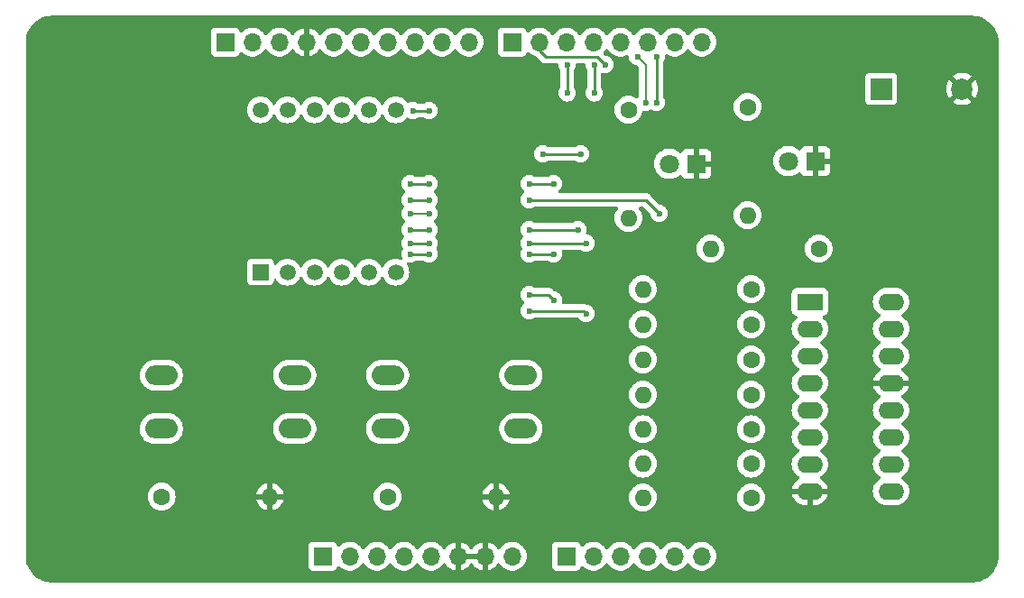
<source format=gbr>
%TF.GenerationSoftware,KiCad,Pcbnew,(7.0.0)*%
%TF.CreationDate,2023-04-13T01:56:38-06:00*%
%TF.ProjectId,Phase_A_UnoShield,50686173-655f-4415-9f55-6e6f53686965,1.0*%
%TF.SameCoordinates,Original*%
%TF.FileFunction,Copper,L2,Bot*%
%TF.FilePolarity,Positive*%
%FSLAX46Y46*%
G04 Gerber Fmt 4.6, Leading zero omitted, Abs format (unit mm)*
G04 Created by KiCad (PCBNEW (7.0.0)) date 2023-04-13 01:56:38*
%MOMM*%
%LPD*%
G01*
G04 APERTURE LIST*
%TA.AperFunction,ComponentPad*%
%ADD10R,1.700000X1.700000*%
%TD*%
%TA.AperFunction,ComponentPad*%
%ADD11O,1.700000X1.700000*%
%TD*%
%TA.AperFunction,ComponentPad*%
%ADD12R,2.000000X2.000000*%
%TD*%
%TA.AperFunction,ComponentPad*%
%ADD13C,2.000000*%
%TD*%
%TA.AperFunction,ComponentPad*%
%ADD14C,1.600000*%
%TD*%
%TA.AperFunction,ComponentPad*%
%ADD15O,1.600000X1.600000*%
%TD*%
%TA.AperFunction,ComponentPad*%
%ADD16O,3.048000X1.850000*%
%TD*%
%TA.AperFunction,ComponentPad*%
%ADD17R,1.800000X1.800000*%
%TD*%
%TA.AperFunction,ComponentPad*%
%ADD18C,1.800000*%
%TD*%
%TA.AperFunction,ComponentPad*%
%ADD19R,2.400000X1.600000*%
%TD*%
%TA.AperFunction,ComponentPad*%
%ADD20O,2.400000X1.600000*%
%TD*%
%TA.AperFunction,ComponentPad*%
%ADD21R,1.500000X1.500000*%
%TD*%
%TA.AperFunction,ComponentPad*%
%ADD22C,1.500000*%
%TD*%
%TA.AperFunction,ViaPad*%
%ADD23C,0.600000*%
%TD*%
%TA.AperFunction,Conductor*%
%ADD24C,0.250000*%
%TD*%
%TA.AperFunction,Conductor*%
%ADD25C,0.254000*%
%TD*%
%TA.AperFunction,Conductor*%
%ADD26C,0.200000*%
%TD*%
G04 APERTURE END LIST*
D10*
%TO.P,J1,1,Pin_1*%
%TO.N,unconnected-(J1-Pin_1-Pad1)*%
X127939999Y-97459999D03*
D11*
%TO.P,J1,2,Pin_2*%
%TO.N,/IOREF*%
X130479999Y-97459999D03*
%TO.P,J1,3,Pin_3*%
%TO.N,/~{RESET}*%
X133019999Y-97459999D03*
%TO.P,J1,4,Pin_4*%
%TO.N,+3V3*%
X135559999Y-97459999D03*
%TO.P,J1,5,Pin_5*%
%TO.N,+5V*%
X138099999Y-97459999D03*
%TO.P,J1,6,Pin_6*%
%TO.N,GND*%
X140639999Y-97459999D03*
%TO.P,J1,7,Pin_7*%
X143179999Y-97459999D03*
%TO.P,J1,8,Pin_8*%
%TO.N,VCC*%
X145719999Y-97459999D03*
%TD*%
D10*
%TO.P,J3,1,Pin_1*%
%TO.N,/A0*%
X150799999Y-97459999D03*
D11*
%TO.P,J3,2,Pin_2*%
%TO.N,/A1*%
X153339999Y-97459999D03*
%TO.P,J3,3,Pin_3*%
%TO.N,/A2*%
X155879999Y-97459999D03*
%TO.P,J3,4,Pin_4*%
%TO.N,/A3*%
X158419999Y-97459999D03*
%TO.P,J3,5,Pin_5*%
%TO.N,/SDA{slash}A4*%
X160959999Y-97459999D03*
%TO.P,J3,6,Pin_6*%
%TO.N,/SCL{slash}A5*%
X163499999Y-97459999D03*
%TD*%
D10*
%TO.P,J2,1,Pin_1*%
%TO.N,unconnected-(J2-Pin_1-Pad1)*%
X118795999Y-49199999D03*
D11*
%TO.P,J2,2,Pin_2*%
%TO.N,unconnected-(J2-Pin_2-Pad2)*%
X121335999Y-49199999D03*
%TO.P,J2,3,Pin_3*%
%TO.N,unconnected-(J2-Pin_3-Pad3)*%
X123875999Y-49199999D03*
%TO.P,J2,4,Pin_4*%
%TO.N,GND*%
X126415999Y-49199999D03*
%TO.P,J2,5,Pin_5*%
%TO.N,Dig1*%
X128955999Y-49199999D03*
%TO.P,J2,6,Pin_6*%
%TO.N,Dig2*%
X131495999Y-49199999D03*
%TO.P,J2,7,Pin_7*%
%TO.N,Dig3*%
X134035999Y-49199999D03*
%TO.P,J2,8,Pin_8*%
%TO.N,Dig4*%
X136575999Y-49199999D03*
%TO.P,J2,9,Pin_9*%
%TO.N,DS*%
X139115999Y-49199999D03*
%TO.P,J2,10,Pin_10*%
%TO.N,ST_CP*%
X141655999Y-49199999D03*
%TD*%
D10*
%TO.P,J4,1,Pin_1*%
%TO.N,SH_CP*%
X145719999Y-49199999D03*
D11*
%TO.P,J4,2,Pin_2*%
%TO.N,Buzzer*%
X148259999Y-49199999D03*
%TO.P,J4,3,Pin_3*%
%TO.N,RED_LED*%
X150799999Y-49199999D03*
%TO.P,J4,4,Pin_4*%
%TO.N,GREEN_LED*%
X153339999Y-49199999D03*
%TO.P,J4,5,Pin_5*%
%TO.N,Button_2*%
X155879999Y-49199999D03*
%TO.P,J4,6,Pin_6*%
%TO.N,Button_1*%
X158419999Y-49199999D03*
%TO.P,J4,7,Pin_7*%
%TO.N,/TX{slash}1*%
X160959999Y-49199999D03*
%TO.P,J4,8,Pin_8*%
%TO.N,/RX{slash}0*%
X163499999Y-49199999D03*
%TD*%
D12*
%TO.P,LS1,1,1*%
%TO.N,Buzzer*%
X180349999Y-53593999D03*
D13*
%TO.P,LS1,2,2*%
%TO.N,GND*%
X187950000Y-53594000D03*
%TD*%
D14*
%TO.P,R3,1*%
%TO.N,RED_LED*%
X156637000Y-55550000D03*
D15*
%TO.P,R3,2*%
%TO.N,Net-(D1-A)*%
X156636999Y-65709999D03*
%TD*%
D14*
%TO.P,R4,1*%
%TO.N,GREEN_LED*%
X167813000Y-55296000D03*
D15*
%TO.P,R4,2*%
%TO.N,Net-(D2-A)*%
X167812999Y-65455999D03*
%TD*%
D14*
%TO.P,R2,1*%
%TO.N,Button_2*%
X112827000Y-91872000D03*
D15*
%TO.P,R2,2*%
%TO.N,GND*%
X122986999Y-91871999D03*
%TD*%
D16*
%TO.P,SW1,1,1*%
%TO.N,+5V*%
X134035999Y-80481999D03*
X146535999Y-80481999D03*
%TO.P,SW1,2,2*%
%TO.N,Button_1*%
X134035999Y-85481999D03*
X146535999Y-85481999D03*
%TD*%
D17*
%TO.P,D2,1,K*%
%TO.N,GND*%
X174167999Y-60375999D03*
D18*
%TO.P,D2,2,A*%
%TO.N,Net-(D2-A)*%
X171628000Y-60376000D03*
%TD*%
D14*
%TO.P,R1,1*%
%TO.N,Button_1*%
X134036000Y-91872000D03*
D15*
%TO.P,R1,2*%
%TO.N,GND*%
X144195999Y-91871999D03*
%TD*%
D14*
%TO.P,R12,1*%
%TO.N,dp*%
X168148000Y-91948000D03*
D15*
%TO.P,R12,2*%
%TO.N,Net-(U1-DPX)*%
X157987999Y-91947999D03*
%TD*%
D14*
%TO.P,R10,1*%
%TO.N,f*%
X168148000Y-85547200D03*
D15*
%TO.P,R10,2*%
%TO.N,Net-(U1-f)*%
X157987999Y-85547199D03*
%TD*%
D14*
%TO.P,R8,1*%
%TO.N,d*%
X168148000Y-78994000D03*
D15*
%TO.P,R8,2*%
%TO.N,Net-(U1-d)*%
X157987999Y-78993999D03*
%TD*%
D16*
%TO.P,SW2,1,1*%
%TO.N,+5V*%
X112809999Y-80481999D03*
X125309999Y-80481999D03*
%TO.P,SW2,2,2*%
%TO.N,Button_2*%
X112809999Y-85481999D03*
X125309999Y-85481999D03*
%TD*%
D17*
%TO.P,D1,1,K*%
%TO.N,GND*%
X162991999Y-60629999D03*
D18*
%TO.P,D1,2,A*%
%TO.N,Net-(D1-A)*%
X160452000Y-60630000D03*
%TD*%
D14*
%TO.P,R5,1*%
%TO.N,a*%
X174498000Y-68580000D03*
D15*
%TO.P,R5,2*%
%TO.N,Net-(U1-a)*%
X164337999Y-68579999D03*
%TD*%
D14*
%TO.P,R7,1*%
%TO.N,c*%
X168148000Y-75692000D03*
D15*
%TO.P,R7,2*%
%TO.N,Net-(U1-c)*%
X157987999Y-75691999D03*
%TD*%
D19*
%TO.P,U2,1,QB*%
%TO.N,b*%
X173659999Y-73583999D03*
D20*
%TO.P,U2,2,QC*%
%TO.N,c*%
X173659999Y-76123999D03*
%TO.P,U2,3,QD*%
%TO.N,d*%
X173659999Y-78663999D03*
%TO.P,U2,4,QE*%
%TO.N,e*%
X173659999Y-81203999D03*
%TO.P,U2,5,QF*%
%TO.N,f*%
X173659999Y-83743999D03*
%TO.P,U2,6,QG*%
%TO.N,g*%
X173659999Y-86283999D03*
%TO.P,U2,7,QH*%
%TO.N,dp*%
X173659999Y-88823999D03*
%TO.P,U2,8,GND*%
%TO.N,GND*%
X173659999Y-91363999D03*
%TO.P,U2,9,QH'*%
%TO.N,unconnected-(U2-QH'-Pad9)*%
X181279999Y-91363999D03*
%TO.P,U2,10,~{SRCLR}*%
%TO.N,+5V*%
X181279999Y-88823999D03*
%TO.P,U2,11,SRCLK*%
%TO.N,SH_CP*%
X181279999Y-86283999D03*
%TO.P,U2,12,RCLK*%
%TO.N,ST_CP*%
X181279999Y-83743999D03*
%TO.P,U2,13,~{OE}*%
%TO.N,GND*%
X181279999Y-81203999D03*
%TO.P,U2,14,SER*%
%TO.N,DS*%
X181279999Y-78663999D03*
%TO.P,U2,15,QA*%
%TO.N,a*%
X181279999Y-76123999D03*
%TO.P,U2,16,VCC*%
%TO.N,+5V*%
X181279999Y-73583999D03*
%TD*%
D14*
%TO.P,R11,1*%
%TO.N,g*%
X168148000Y-88773000D03*
D15*
%TO.P,R11,2*%
%TO.N,Net-(U1-g)*%
X157987999Y-88772999D03*
%TD*%
D14*
%TO.P,R6,1*%
%TO.N,b*%
X168148000Y-72390000D03*
D15*
%TO.P,R6,2*%
%TO.N,Net-(U1-b)*%
X157987999Y-72389999D03*
%TD*%
D14*
%TO.P,R9,1*%
%TO.N,e*%
X168148000Y-82296000D03*
D15*
%TO.P,R9,2*%
%TO.N,Net-(U1-e)*%
X157987999Y-82295999D03*
%TD*%
D21*
%TO.P,U1,1,e*%
%TO.N,Net-(U1-e)*%
X122097999Y-70789999D03*
D22*
%TO.P,U1,2,d*%
%TO.N,Net-(U1-d)*%
X124638000Y-70790000D03*
%TO.P,U1,3,DPX*%
%TO.N,Net-(U1-DPX)*%
X127178000Y-70790000D03*
%TO.P,U1,4,c*%
%TO.N,Net-(U1-c)*%
X129718000Y-70790000D03*
%TO.P,U1,5,g*%
%TO.N,Net-(U1-g)*%
X132258000Y-70790000D03*
%TO.P,U1,6,CA4*%
%TO.N,Dig4*%
X134798000Y-70790000D03*
%TO.P,U1,7,b*%
%TO.N,Net-(U1-b)*%
X134798000Y-55550000D03*
%TO.P,U1,8,CA3*%
%TO.N,Dig3*%
X132258000Y-55550000D03*
%TO.P,U1,9,CA2*%
%TO.N,Dig2*%
X129718000Y-55550000D03*
%TO.P,U1,10,f*%
%TO.N,Net-(U1-f)*%
X127178000Y-55550000D03*
%TO.P,U1,11,a*%
%TO.N,Net-(U1-a)*%
X124638000Y-55550000D03*
%TO.P,U1,12,CA1*%
%TO.N,Dig1*%
X122098000Y-55550000D03*
%TD*%
D23*
%TO.N,Net-(U1-a)*%
X137922000Y-64008000D03*
X159512000Y-65278000D03*
X136144000Y-64008000D03*
X147320000Y-64008000D03*
%TO.N,Net-(U1-b)*%
X136398000Y-55626000D03*
X137922000Y-55626000D03*
X152146000Y-59690000D03*
X148590000Y-59690000D03*
%TO.N,Net-(U1-c)*%
X152654000Y-68072000D03*
X147320000Y-68072000D03*
X137922000Y-68072000D03*
X136144000Y-68072000D03*
%TO.N,Net-(U1-d)*%
X152654000Y-74676000D03*
X147320000Y-74422000D03*
%TO.N,Net-(U1-e)*%
X137922000Y-66802000D03*
X151892000Y-66802000D03*
X147320000Y-66802000D03*
X136144000Y-66802000D03*
%TO.N,Net-(U1-f)*%
X149606000Y-62484000D03*
X147320000Y-62484000D03*
X136144000Y-62484000D03*
X137922000Y-62484000D03*
%TO.N,Net-(U1-g)*%
X136144000Y-69088000D03*
X137922000Y-69088000D03*
X147320000Y-69088000D03*
X149606000Y-69088000D03*
%TO.N,Net-(U1-DPX)*%
X147320000Y-72898000D03*
X149606000Y-73406000D03*
%TO.N,Buzzer*%
X154432000Y-51308000D03*
%TO.N,RED_LED*%
X150876000Y-53966500D03*
X150876000Y-51308000D03*
%TO.N,GREEN_LED*%
X153416000Y-53966500D03*
X153416000Y-51308000D03*
%TO.N,Button_2*%
X136144000Y-65278000D03*
X157480000Y-50546000D03*
X158242000Y-54864000D03*
X137922000Y-65278000D03*
%TO.N,Button_1*%
X159258000Y-54864000D03*
X159258000Y-50546000D03*
%TD*%
D24*
%TO.N,Net-(U1-a)*%
X158242000Y-64008000D02*
X159512000Y-65278000D01*
X147320000Y-64008000D02*
X158242000Y-64008000D01*
X136144000Y-64008000D02*
X137922000Y-64008000D01*
%TO.N,Net-(U1-b)*%
X152146000Y-59690000D02*
X148590000Y-59690000D01*
X137922000Y-55626000D02*
X136398000Y-55626000D01*
%TO.N,Net-(U1-c)*%
X136144000Y-68072000D02*
X137922000Y-68072000D01*
X147320000Y-68072000D02*
X152654000Y-68072000D01*
%TO.N,Net-(U1-d)*%
X147320000Y-74422000D02*
X152400000Y-74422000D01*
X152400000Y-74422000D02*
X152654000Y-74676000D01*
%TO.N,Net-(U1-e)*%
X136144000Y-66802000D02*
X137922000Y-66802000D01*
X147320000Y-66802000D02*
X151892000Y-66802000D01*
%TO.N,Net-(U1-f)*%
X136144000Y-62484000D02*
X137922000Y-62484000D01*
X147320000Y-62484000D02*
X149606000Y-62484000D01*
%TO.N,Net-(U1-g)*%
X147320000Y-69088000D02*
X149606000Y-69088000D01*
X136144000Y-69088000D02*
X137922000Y-69088000D01*
%TO.N,Net-(U1-DPX)*%
X147320000Y-72898000D02*
X149098000Y-72898000D01*
X149098000Y-72898000D02*
X149606000Y-73406000D01*
D25*
%TO.N,Buzzer*%
X148260000Y-49200000D02*
X148260000Y-49962000D01*
X148260000Y-49962000D02*
X148844000Y-50546000D01*
X153670000Y-50546000D02*
X154432000Y-51308000D01*
X148844000Y-50546000D02*
X153670000Y-50546000D01*
%TO.N,RED_LED*%
X150876000Y-51308000D02*
X150876000Y-53966500D01*
%TO.N,GREEN_LED*%
X153416000Y-51308000D02*
X153416000Y-53966500D01*
D26*
%TO.N,Button_2*%
X136144000Y-65278000D02*
X137922000Y-65278000D01*
X158242000Y-54864000D02*
X158242000Y-51308000D01*
X158242000Y-51308000D02*
X157480000Y-50546000D01*
D25*
%TO.N,Button_1*%
X159258000Y-54864000D02*
X159258000Y-50546000D01*
%TD*%
%TA.AperFunction,Conductor*%
%TO.N,GND*%
G36*
X188903736Y-46735726D02*
G01*
X189189577Y-46753016D01*
X189204441Y-46754821D01*
X189482421Y-46805763D01*
X189496943Y-46809342D01*
X189766784Y-46893427D01*
X189780754Y-46898725D01*
X190038476Y-47014718D01*
X190051718Y-47021668D01*
X190293584Y-47167879D01*
X190305894Y-47176377D01*
X190395655Y-47246700D01*
X190528364Y-47350671D01*
X190539572Y-47360601D01*
X190739398Y-47560427D01*
X190749328Y-47571635D01*
X190923618Y-47794099D01*
X190932122Y-47806419D01*
X191045418Y-47993835D01*
X191078327Y-48048273D01*
X191085284Y-48061529D01*
X191162699Y-48233536D01*
X191201270Y-48319237D01*
X191206575Y-48333225D01*
X191290653Y-48603040D01*
X191294236Y-48617578D01*
X191345178Y-48895558D01*
X191346983Y-48910423D01*
X191364274Y-49196264D01*
X191364500Y-49203751D01*
X191364500Y-97456249D01*
X191364274Y-97463736D01*
X191346983Y-97749576D01*
X191345178Y-97764441D01*
X191294236Y-98042421D01*
X191290652Y-98056959D01*
X191206577Y-98326769D01*
X191201270Y-98340762D01*
X191085285Y-98598468D01*
X191078327Y-98611726D01*
X190932124Y-98853577D01*
X190923618Y-98865900D01*
X190749328Y-99088364D01*
X190739398Y-99099572D01*
X190539572Y-99299398D01*
X190528364Y-99309328D01*
X190305900Y-99483618D01*
X190293577Y-99492124D01*
X190051726Y-99638327D01*
X190038468Y-99645285D01*
X189780762Y-99761270D01*
X189766769Y-99766577D01*
X189498785Y-99850083D01*
X189496959Y-99850653D01*
X189482421Y-99854236D01*
X189204441Y-99905178D01*
X189189576Y-99906983D01*
X188903736Y-99924274D01*
X188896249Y-99924500D01*
X102543751Y-99924500D01*
X102536264Y-99924274D01*
X102250423Y-99906983D01*
X102235558Y-99905178D01*
X101957578Y-99854236D01*
X101943044Y-99850654D01*
X101673225Y-99766575D01*
X101659237Y-99761270D01*
X101401531Y-99645285D01*
X101388273Y-99638327D01*
X101146422Y-99492124D01*
X101134099Y-99483618D01*
X100911635Y-99309328D01*
X100900427Y-99299398D01*
X100700601Y-99099572D01*
X100690671Y-99088364D01*
X100516381Y-98865900D01*
X100507879Y-98853584D01*
X100361668Y-98611718D01*
X100354718Y-98598476D01*
X100246774Y-98358638D01*
X126581500Y-98358638D01*
X126581852Y-98361918D01*
X126581853Y-98361924D01*
X126584191Y-98383676D01*
X126588011Y-98419201D01*
X126590717Y-98426458D01*
X126590719Y-98426463D01*
X126636011Y-98547894D01*
X126639111Y-98556204D01*
X126644425Y-98563303D01*
X126644426Y-98563304D01*
X126670749Y-98598468D01*
X126726739Y-98673261D01*
X126843796Y-98760889D01*
X126980799Y-98811989D01*
X127041362Y-98818500D01*
X128835328Y-98818500D01*
X128838638Y-98818500D01*
X128899201Y-98811989D01*
X129036204Y-98760889D01*
X129153261Y-98673261D01*
X129240889Y-98556204D01*
X129286137Y-98434889D01*
X129322089Y-98383676D01*
X129378470Y-98356538D01*
X129440925Y-98360386D01*
X129493548Y-98394240D01*
X129553288Y-98459135D01*
X129553291Y-98459138D01*
X129556760Y-98462906D01*
X129560801Y-98466051D01*
X129730376Y-98598039D01*
X129730381Y-98598042D01*
X129734424Y-98601189D01*
X129738931Y-98603628D01*
X129738934Y-98603630D01*
X129927919Y-98705903D01*
X129932426Y-98708342D01*
X130145365Y-98781444D01*
X130367431Y-98818500D01*
X130587436Y-98818500D01*
X130592569Y-98818500D01*
X130814635Y-98781444D01*
X131027574Y-98708342D01*
X131225576Y-98601189D01*
X131403240Y-98462906D01*
X131555722Y-98297268D01*
X131646190Y-98158795D01*
X131690982Y-98117561D01*
X131750000Y-98102616D01*
X131809018Y-98117561D01*
X131853809Y-98158795D01*
X131941470Y-98292972D01*
X131941478Y-98292982D01*
X131944278Y-98297268D01*
X131947752Y-98301041D01*
X131947753Y-98301043D01*
X132093288Y-98459135D01*
X132093291Y-98459138D01*
X132096760Y-98462906D01*
X132100801Y-98466051D01*
X132270376Y-98598039D01*
X132270381Y-98598042D01*
X132274424Y-98601189D01*
X132278931Y-98603628D01*
X132278934Y-98603630D01*
X132467919Y-98705903D01*
X132472426Y-98708342D01*
X132685365Y-98781444D01*
X132907431Y-98818500D01*
X133127436Y-98818500D01*
X133132569Y-98818500D01*
X133354635Y-98781444D01*
X133567574Y-98708342D01*
X133765576Y-98601189D01*
X133943240Y-98462906D01*
X134095722Y-98297268D01*
X134186190Y-98158795D01*
X134230982Y-98117561D01*
X134290000Y-98102616D01*
X134349018Y-98117561D01*
X134393809Y-98158795D01*
X134481470Y-98292972D01*
X134481478Y-98292982D01*
X134484278Y-98297268D01*
X134487752Y-98301041D01*
X134487753Y-98301043D01*
X134633288Y-98459135D01*
X134633291Y-98459138D01*
X134636760Y-98462906D01*
X134640801Y-98466051D01*
X134810376Y-98598039D01*
X134810381Y-98598042D01*
X134814424Y-98601189D01*
X134818931Y-98603628D01*
X134818934Y-98603630D01*
X135007919Y-98705903D01*
X135012426Y-98708342D01*
X135225365Y-98781444D01*
X135447431Y-98818500D01*
X135667436Y-98818500D01*
X135672569Y-98818500D01*
X135894635Y-98781444D01*
X136107574Y-98708342D01*
X136305576Y-98601189D01*
X136483240Y-98462906D01*
X136635722Y-98297268D01*
X136726190Y-98158795D01*
X136770982Y-98117561D01*
X136830000Y-98102616D01*
X136889018Y-98117561D01*
X136933809Y-98158795D01*
X137021470Y-98292972D01*
X137021478Y-98292982D01*
X137024278Y-98297268D01*
X137027752Y-98301041D01*
X137027753Y-98301043D01*
X137173288Y-98459135D01*
X137173291Y-98459138D01*
X137176760Y-98462906D01*
X137180801Y-98466051D01*
X137350376Y-98598039D01*
X137350381Y-98598042D01*
X137354424Y-98601189D01*
X137358931Y-98603628D01*
X137358934Y-98603630D01*
X137547919Y-98705903D01*
X137552426Y-98708342D01*
X137765365Y-98781444D01*
X137987431Y-98818500D01*
X138207436Y-98818500D01*
X138212569Y-98818500D01*
X138434635Y-98781444D01*
X138647574Y-98708342D01*
X138845576Y-98601189D01*
X139023240Y-98462906D01*
X139175722Y-98297268D01*
X139269748Y-98153349D01*
X139313663Y-98112595D01*
X139371562Y-98097188D01*
X139429927Y-98110726D01*
X139475131Y-98150048D01*
X139598784Y-98326643D01*
X139605721Y-98334909D01*
X139765090Y-98494278D01*
X139773356Y-98501215D01*
X139957991Y-98630498D01*
X139967323Y-98635886D01*
X140171602Y-98731143D01*
X140181736Y-98734831D01*
X140376219Y-98786943D01*
X140387448Y-98787311D01*
X140390000Y-98776369D01*
X140890000Y-98776369D01*
X140892551Y-98787311D01*
X140903780Y-98786943D01*
X141098263Y-98734831D01*
X141108397Y-98731143D01*
X141312676Y-98635886D01*
X141322008Y-98630498D01*
X141506643Y-98501215D01*
X141514909Y-98494278D01*
X141674278Y-98334909D01*
X141681215Y-98326643D01*
X141808425Y-98144969D01*
X141852743Y-98106104D01*
X141910000Y-98092093D01*
X141967257Y-98106104D01*
X142011575Y-98144969D01*
X142138784Y-98326643D01*
X142145721Y-98334909D01*
X142305090Y-98494278D01*
X142313356Y-98501215D01*
X142497991Y-98630498D01*
X142507323Y-98635886D01*
X142711602Y-98731143D01*
X142721736Y-98734831D01*
X142916219Y-98786943D01*
X142927448Y-98787311D01*
X142930000Y-98776369D01*
X143430000Y-98776369D01*
X143432551Y-98787311D01*
X143443780Y-98786943D01*
X143638263Y-98734831D01*
X143648397Y-98731143D01*
X143852676Y-98635886D01*
X143862008Y-98630498D01*
X144046643Y-98501215D01*
X144054909Y-98494278D01*
X144214278Y-98334909D01*
X144221219Y-98326638D01*
X144344868Y-98150049D01*
X144390072Y-98110726D01*
X144448436Y-98097188D01*
X144506335Y-98112595D01*
X144550252Y-98153351D01*
X144641470Y-98292972D01*
X144641478Y-98292982D01*
X144644278Y-98297268D01*
X144647752Y-98301041D01*
X144647753Y-98301043D01*
X144793288Y-98459135D01*
X144793291Y-98459138D01*
X144796760Y-98462906D01*
X144800801Y-98466051D01*
X144970376Y-98598039D01*
X144970381Y-98598042D01*
X144974424Y-98601189D01*
X144978931Y-98603628D01*
X144978934Y-98603630D01*
X145167919Y-98705903D01*
X145172426Y-98708342D01*
X145385365Y-98781444D01*
X145607431Y-98818500D01*
X145827436Y-98818500D01*
X145832569Y-98818500D01*
X146054635Y-98781444D01*
X146267574Y-98708342D01*
X146465576Y-98601189D01*
X146643240Y-98462906D01*
X146739226Y-98358638D01*
X149441500Y-98358638D01*
X149441852Y-98361918D01*
X149441853Y-98361924D01*
X149444191Y-98383676D01*
X149448011Y-98419201D01*
X149450717Y-98426458D01*
X149450719Y-98426463D01*
X149496011Y-98547894D01*
X149499111Y-98556204D01*
X149504425Y-98563303D01*
X149504426Y-98563304D01*
X149530749Y-98598468D01*
X149586739Y-98673261D01*
X149703796Y-98760889D01*
X149840799Y-98811989D01*
X149901362Y-98818500D01*
X151695328Y-98818500D01*
X151698638Y-98818500D01*
X151759201Y-98811989D01*
X151896204Y-98760889D01*
X152013261Y-98673261D01*
X152100889Y-98556204D01*
X152146137Y-98434889D01*
X152182089Y-98383676D01*
X152238470Y-98356538D01*
X152300925Y-98360386D01*
X152353548Y-98394240D01*
X152413288Y-98459135D01*
X152413291Y-98459138D01*
X152416760Y-98462906D01*
X152420801Y-98466051D01*
X152590376Y-98598039D01*
X152590381Y-98598042D01*
X152594424Y-98601189D01*
X152598931Y-98603628D01*
X152598934Y-98603630D01*
X152787919Y-98705903D01*
X152792426Y-98708342D01*
X153005365Y-98781444D01*
X153227431Y-98818500D01*
X153447436Y-98818500D01*
X153452569Y-98818500D01*
X153674635Y-98781444D01*
X153887574Y-98708342D01*
X154085576Y-98601189D01*
X154263240Y-98462906D01*
X154415722Y-98297268D01*
X154506190Y-98158795D01*
X154550982Y-98117561D01*
X154610000Y-98102616D01*
X154669018Y-98117561D01*
X154713809Y-98158795D01*
X154801470Y-98292972D01*
X154801478Y-98292982D01*
X154804278Y-98297268D01*
X154807752Y-98301041D01*
X154807753Y-98301043D01*
X154953288Y-98459135D01*
X154953291Y-98459138D01*
X154956760Y-98462906D01*
X154960801Y-98466051D01*
X155130376Y-98598039D01*
X155130381Y-98598042D01*
X155134424Y-98601189D01*
X155138931Y-98603628D01*
X155138934Y-98603630D01*
X155327919Y-98705903D01*
X155332426Y-98708342D01*
X155545365Y-98781444D01*
X155767431Y-98818500D01*
X155987436Y-98818500D01*
X155992569Y-98818500D01*
X156214635Y-98781444D01*
X156427574Y-98708342D01*
X156625576Y-98601189D01*
X156803240Y-98462906D01*
X156955722Y-98297268D01*
X157046190Y-98158795D01*
X157090982Y-98117561D01*
X157150000Y-98102616D01*
X157209018Y-98117561D01*
X157253809Y-98158795D01*
X157341470Y-98292972D01*
X157341478Y-98292982D01*
X157344278Y-98297268D01*
X157347752Y-98301041D01*
X157347753Y-98301043D01*
X157493288Y-98459135D01*
X157493291Y-98459138D01*
X157496760Y-98462906D01*
X157500801Y-98466051D01*
X157670376Y-98598039D01*
X157670381Y-98598042D01*
X157674424Y-98601189D01*
X157678931Y-98603628D01*
X157678934Y-98603630D01*
X157867919Y-98705903D01*
X157872426Y-98708342D01*
X158085365Y-98781444D01*
X158307431Y-98818500D01*
X158527436Y-98818500D01*
X158532569Y-98818500D01*
X158754635Y-98781444D01*
X158967574Y-98708342D01*
X159165576Y-98601189D01*
X159343240Y-98462906D01*
X159495722Y-98297268D01*
X159586190Y-98158795D01*
X159630982Y-98117561D01*
X159690000Y-98102616D01*
X159749018Y-98117561D01*
X159793809Y-98158795D01*
X159881470Y-98292972D01*
X159881478Y-98292982D01*
X159884278Y-98297268D01*
X159887752Y-98301041D01*
X159887753Y-98301043D01*
X160033288Y-98459135D01*
X160033291Y-98459138D01*
X160036760Y-98462906D01*
X160040801Y-98466051D01*
X160210376Y-98598039D01*
X160210381Y-98598042D01*
X160214424Y-98601189D01*
X160218931Y-98603628D01*
X160218934Y-98603630D01*
X160407919Y-98705903D01*
X160412426Y-98708342D01*
X160625365Y-98781444D01*
X160847431Y-98818500D01*
X161067436Y-98818500D01*
X161072569Y-98818500D01*
X161294635Y-98781444D01*
X161507574Y-98708342D01*
X161705576Y-98601189D01*
X161883240Y-98462906D01*
X162035722Y-98297268D01*
X162126190Y-98158795D01*
X162170982Y-98117561D01*
X162230000Y-98102616D01*
X162289018Y-98117561D01*
X162333809Y-98158795D01*
X162421470Y-98292972D01*
X162421478Y-98292982D01*
X162424278Y-98297268D01*
X162427752Y-98301041D01*
X162427753Y-98301043D01*
X162573288Y-98459135D01*
X162573291Y-98459138D01*
X162576760Y-98462906D01*
X162580801Y-98466051D01*
X162750376Y-98598039D01*
X162750381Y-98598042D01*
X162754424Y-98601189D01*
X162758931Y-98603628D01*
X162758934Y-98603630D01*
X162947919Y-98705903D01*
X162952426Y-98708342D01*
X163165365Y-98781444D01*
X163387431Y-98818500D01*
X163607436Y-98818500D01*
X163612569Y-98818500D01*
X163834635Y-98781444D01*
X164047574Y-98708342D01*
X164245576Y-98601189D01*
X164423240Y-98462906D01*
X164575722Y-98297268D01*
X164698860Y-98108791D01*
X164789296Y-97902616D01*
X164844564Y-97684368D01*
X164863156Y-97460000D01*
X164844564Y-97235632D01*
X164789296Y-97017384D01*
X164698860Y-96811209D01*
X164575722Y-96622732D01*
X164541072Y-96585092D01*
X164426711Y-96460864D01*
X164426706Y-96460859D01*
X164423240Y-96457094D01*
X164410597Y-96447253D01*
X164249623Y-96321960D01*
X164249615Y-96321955D01*
X164245576Y-96318811D01*
X164241071Y-96316373D01*
X164241065Y-96316369D01*
X164052080Y-96214096D01*
X164052074Y-96214093D01*
X164047574Y-96211658D01*
X164042733Y-96209996D01*
X164042726Y-96209993D01*
X163839488Y-96140222D01*
X163839487Y-96140221D01*
X163834635Y-96138556D01*
X163829585Y-96137713D01*
X163829576Y-96137711D01*
X163617631Y-96102344D01*
X163617622Y-96102343D01*
X163612569Y-96101500D01*
X163387431Y-96101500D01*
X163382378Y-96102343D01*
X163382368Y-96102344D01*
X163170423Y-96137711D01*
X163170411Y-96137713D01*
X163165365Y-96138556D01*
X163160515Y-96140220D01*
X163160511Y-96140222D01*
X162957273Y-96209993D01*
X162957262Y-96209997D01*
X162952426Y-96211658D01*
X162947929Y-96214091D01*
X162947919Y-96214096D01*
X162758934Y-96316369D01*
X162758922Y-96316376D01*
X162754424Y-96318811D01*
X162750389Y-96321951D01*
X162750376Y-96321960D01*
X162580801Y-96453948D01*
X162580795Y-96453952D01*
X162576760Y-96457094D01*
X162573297Y-96460855D01*
X162573288Y-96460864D01*
X162427753Y-96618956D01*
X162427747Y-96618963D01*
X162424278Y-96622732D01*
X162421481Y-96627012D01*
X162421474Y-96627022D01*
X162333809Y-96761205D01*
X162289017Y-96802438D01*
X162230000Y-96817383D01*
X162170983Y-96802438D01*
X162126191Y-96761205D01*
X162038525Y-96627022D01*
X162038523Y-96627020D01*
X162035722Y-96622732D01*
X162001072Y-96585092D01*
X161886711Y-96460864D01*
X161886706Y-96460859D01*
X161883240Y-96457094D01*
X161870597Y-96447253D01*
X161709623Y-96321960D01*
X161709615Y-96321955D01*
X161705576Y-96318811D01*
X161701071Y-96316373D01*
X161701065Y-96316369D01*
X161512080Y-96214096D01*
X161512074Y-96214093D01*
X161507574Y-96211658D01*
X161502733Y-96209996D01*
X161502726Y-96209993D01*
X161299488Y-96140222D01*
X161299487Y-96140221D01*
X161294635Y-96138556D01*
X161289585Y-96137713D01*
X161289576Y-96137711D01*
X161077631Y-96102344D01*
X161077622Y-96102343D01*
X161072569Y-96101500D01*
X160847431Y-96101500D01*
X160842378Y-96102343D01*
X160842368Y-96102344D01*
X160630423Y-96137711D01*
X160630411Y-96137713D01*
X160625365Y-96138556D01*
X160620515Y-96140220D01*
X160620511Y-96140222D01*
X160417273Y-96209993D01*
X160417262Y-96209997D01*
X160412426Y-96211658D01*
X160407929Y-96214091D01*
X160407919Y-96214096D01*
X160218934Y-96316369D01*
X160218922Y-96316376D01*
X160214424Y-96318811D01*
X160210389Y-96321951D01*
X160210376Y-96321960D01*
X160040801Y-96453948D01*
X160040795Y-96453952D01*
X160036760Y-96457094D01*
X160033297Y-96460855D01*
X160033288Y-96460864D01*
X159887753Y-96618956D01*
X159887747Y-96618963D01*
X159884278Y-96622732D01*
X159881481Y-96627012D01*
X159881474Y-96627022D01*
X159793809Y-96761205D01*
X159749017Y-96802438D01*
X159690000Y-96817383D01*
X159630983Y-96802438D01*
X159586191Y-96761205D01*
X159498525Y-96627022D01*
X159498523Y-96627020D01*
X159495722Y-96622732D01*
X159461072Y-96585092D01*
X159346711Y-96460864D01*
X159346706Y-96460859D01*
X159343240Y-96457094D01*
X159330597Y-96447253D01*
X159169623Y-96321960D01*
X159169615Y-96321955D01*
X159165576Y-96318811D01*
X159161071Y-96316373D01*
X159161065Y-96316369D01*
X158972080Y-96214096D01*
X158972074Y-96214093D01*
X158967574Y-96211658D01*
X158962733Y-96209996D01*
X158962726Y-96209993D01*
X158759488Y-96140222D01*
X158759487Y-96140221D01*
X158754635Y-96138556D01*
X158749585Y-96137713D01*
X158749576Y-96137711D01*
X158537631Y-96102344D01*
X158537622Y-96102343D01*
X158532569Y-96101500D01*
X158307431Y-96101500D01*
X158302378Y-96102343D01*
X158302368Y-96102344D01*
X158090423Y-96137711D01*
X158090411Y-96137713D01*
X158085365Y-96138556D01*
X158080515Y-96140220D01*
X158080511Y-96140222D01*
X157877273Y-96209993D01*
X157877262Y-96209997D01*
X157872426Y-96211658D01*
X157867929Y-96214091D01*
X157867919Y-96214096D01*
X157678934Y-96316369D01*
X157678922Y-96316376D01*
X157674424Y-96318811D01*
X157670389Y-96321951D01*
X157670376Y-96321960D01*
X157500801Y-96453948D01*
X157500795Y-96453952D01*
X157496760Y-96457094D01*
X157493297Y-96460855D01*
X157493288Y-96460864D01*
X157347753Y-96618956D01*
X157347747Y-96618963D01*
X157344278Y-96622732D01*
X157341481Y-96627012D01*
X157341474Y-96627022D01*
X157253809Y-96761205D01*
X157209017Y-96802438D01*
X157150000Y-96817383D01*
X157090983Y-96802438D01*
X157046191Y-96761205D01*
X156958525Y-96627022D01*
X156958523Y-96627020D01*
X156955722Y-96622732D01*
X156921072Y-96585092D01*
X156806711Y-96460864D01*
X156806706Y-96460859D01*
X156803240Y-96457094D01*
X156790597Y-96447253D01*
X156629623Y-96321960D01*
X156629615Y-96321955D01*
X156625576Y-96318811D01*
X156621071Y-96316373D01*
X156621065Y-96316369D01*
X156432080Y-96214096D01*
X156432074Y-96214093D01*
X156427574Y-96211658D01*
X156422733Y-96209996D01*
X156422726Y-96209993D01*
X156219488Y-96140222D01*
X156219487Y-96140221D01*
X156214635Y-96138556D01*
X156209585Y-96137713D01*
X156209576Y-96137711D01*
X155997631Y-96102344D01*
X155997622Y-96102343D01*
X155992569Y-96101500D01*
X155767431Y-96101500D01*
X155762378Y-96102343D01*
X155762368Y-96102344D01*
X155550423Y-96137711D01*
X155550411Y-96137713D01*
X155545365Y-96138556D01*
X155540515Y-96140220D01*
X155540511Y-96140222D01*
X155337273Y-96209993D01*
X155337262Y-96209997D01*
X155332426Y-96211658D01*
X155327929Y-96214091D01*
X155327919Y-96214096D01*
X155138934Y-96316369D01*
X155138922Y-96316376D01*
X155134424Y-96318811D01*
X155130389Y-96321951D01*
X155130376Y-96321960D01*
X154960801Y-96453948D01*
X154960795Y-96453952D01*
X154956760Y-96457094D01*
X154953297Y-96460855D01*
X154953288Y-96460864D01*
X154807753Y-96618956D01*
X154807747Y-96618963D01*
X154804278Y-96622732D01*
X154801481Y-96627012D01*
X154801474Y-96627022D01*
X154713809Y-96761205D01*
X154669017Y-96802438D01*
X154610000Y-96817383D01*
X154550983Y-96802438D01*
X154506191Y-96761205D01*
X154418525Y-96627022D01*
X154418523Y-96627020D01*
X154415722Y-96622732D01*
X154381072Y-96585092D01*
X154266711Y-96460864D01*
X154266706Y-96460859D01*
X154263240Y-96457094D01*
X154250597Y-96447253D01*
X154089623Y-96321960D01*
X154089615Y-96321955D01*
X154085576Y-96318811D01*
X154081071Y-96316373D01*
X154081065Y-96316369D01*
X153892080Y-96214096D01*
X153892074Y-96214093D01*
X153887574Y-96211658D01*
X153882733Y-96209996D01*
X153882726Y-96209993D01*
X153679488Y-96140222D01*
X153679487Y-96140221D01*
X153674635Y-96138556D01*
X153669585Y-96137713D01*
X153669576Y-96137711D01*
X153457631Y-96102344D01*
X153457622Y-96102343D01*
X153452569Y-96101500D01*
X153227431Y-96101500D01*
X153222378Y-96102343D01*
X153222368Y-96102344D01*
X153010423Y-96137711D01*
X153010411Y-96137713D01*
X153005365Y-96138556D01*
X153000515Y-96140220D01*
X153000511Y-96140222D01*
X152797273Y-96209993D01*
X152797262Y-96209997D01*
X152792426Y-96211658D01*
X152787929Y-96214091D01*
X152787919Y-96214096D01*
X152598934Y-96316369D01*
X152598922Y-96316376D01*
X152594424Y-96318811D01*
X152590389Y-96321951D01*
X152590376Y-96321960D01*
X152420801Y-96453948D01*
X152420795Y-96453952D01*
X152416760Y-96457094D01*
X152413294Y-96460858D01*
X152413294Y-96460859D01*
X152353548Y-96525760D01*
X152300924Y-96559613D01*
X152238470Y-96563461D01*
X152182089Y-96536323D01*
X152146137Y-96485110D01*
X152135687Y-96457094D01*
X152100889Y-96363796D01*
X152013261Y-96246739D01*
X151966398Y-96211658D01*
X151903304Y-96164426D01*
X151903303Y-96164425D01*
X151896204Y-96159111D01*
X151887896Y-96156012D01*
X151887894Y-96156011D01*
X151766463Y-96110719D01*
X151766458Y-96110717D01*
X151759201Y-96108011D01*
X151751497Y-96107182D01*
X151751494Y-96107182D01*
X151701924Y-96101853D01*
X151701918Y-96101852D01*
X151698638Y-96101500D01*
X149901362Y-96101500D01*
X149898082Y-96101852D01*
X149898075Y-96101853D01*
X149848505Y-96107182D01*
X149848500Y-96107182D01*
X149840799Y-96108011D01*
X149833543Y-96110717D01*
X149833536Y-96110719D01*
X149712105Y-96156011D01*
X149712099Y-96156013D01*
X149703796Y-96159111D01*
X149696698Y-96164423D01*
X149696695Y-96164426D01*
X149593835Y-96241426D01*
X149593831Y-96241429D01*
X149586739Y-96246739D01*
X149581429Y-96253831D01*
X149581426Y-96253835D01*
X149504426Y-96356695D01*
X149504423Y-96356698D01*
X149499111Y-96363796D01*
X149496013Y-96372099D01*
X149496011Y-96372105D01*
X149450719Y-96493536D01*
X149450717Y-96493543D01*
X149448011Y-96500799D01*
X149447182Y-96508500D01*
X149447182Y-96508505D01*
X149441853Y-96558075D01*
X149441500Y-96561362D01*
X149441500Y-98358638D01*
X146739226Y-98358638D01*
X146795722Y-98297268D01*
X146918860Y-98108791D01*
X147009296Y-97902616D01*
X147064564Y-97684368D01*
X147083156Y-97460000D01*
X147064564Y-97235632D01*
X147009296Y-97017384D01*
X146918860Y-96811209D01*
X146795722Y-96622732D01*
X146761072Y-96585092D01*
X146646711Y-96460864D01*
X146646706Y-96460859D01*
X146643240Y-96457094D01*
X146630597Y-96447253D01*
X146469623Y-96321960D01*
X146469615Y-96321955D01*
X146465576Y-96318811D01*
X146461071Y-96316373D01*
X146461065Y-96316369D01*
X146272080Y-96214096D01*
X146272074Y-96214093D01*
X146267574Y-96211658D01*
X146262733Y-96209996D01*
X146262726Y-96209993D01*
X146059488Y-96140222D01*
X146059487Y-96140221D01*
X146054635Y-96138556D01*
X146049585Y-96137713D01*
X146049576Y-96137711D01*
X145837631Y-96102344D01*
X145837622Y-96102343D01*
X145832569Y-96101500D01*
X145607431Y-96101500D01*
X145602378Y-96102343D01*
X145602368Y-96102344D01*
X145390423Y-96137711D01*
X145390411Y-96137713D01*
X145385365Y-96138556D01*
X145380515Y-96140220D01*
X145380511Y-96140222D01*
X145177273Y-96209993D01*
X145177262Y-96209997D01*
X145172426Y-96211658D01*
X145167929Y-96214091D01*
X145167919Y-96214096D01*
X144978934Y-96316369D01*
X144978922Y-96316376D01*
X144974424Y-96318811D01*
X144970389Y-96321951D01*
X144970376Y-96321960D01*
X144800801Y-96453948D01*
X144800795Y-96453952D01*
X144796760Y-96457094D01*
X144793297Y-96460855D01*
X144793288Y-96460864D01*
X144647753Y-96618956D01*
X144647747Y-96618963D01*
X144644278Y-96622732D01*
X144641480Y-96627014D01*
X144641468Y-96627030D01*
X144550250Y-96766650D01*
X144506334Y-96807405D01*
X144448435Y-96822812D01*
X144390071Y-96809274D01*
X144344867Y-96769951D01*
X144221215Y-96593357D01*
X144214280Y-96585092D01*
X144054909Y-96425721D01*
X144046643Y-96418784D01*
X143862008Y-96289501D01*
X143852676Y-96284113D01*
X143648397Y-96188856D01*
X143638263Y-96185168D01*
X143443780Y-96133056D01*
X143432551Y-96132688D01*
X143430000Y-96143631D01*
X143430000Y-98776369D01*
X142930000Y-98776369D01*
X142930000Y-97726326D01*
X142926549Y-97713450D01*
X142913674Y-97710000D01*
X140906326Y-97710000D01*
X140893450Y-97713450D01*
X140890000Y-97726326D01*
X140890000Y-98776369D01*
X140390000Y-98776369D01*
X140390000Y-97193674D01*
X140890000Y-97193674D01*
X140893450Y-97206549D01*
X140906326Y-97210000D01*
X142913674Y-97210000D01*
X142926549Y-97206549D01*
X142930000Y-97193674D01*
X142930000Y-96143631D01*
X142927448Y-96132688D01*
X142916219Y-96133056D01*
X142721736Y-96185168D01*
X142711602Y-96188856D01*
X142507332Y-96284110D01*
X142497982Y-96289508D01*
X142313357Y-96418784D01*
X142305092Y-96425719D01*
X142145719Y-96585092D01*
X142138788Y-96593352D01*
X142011575Y-96775032D01*
X141967257Y-96813897D01*
X141910000Y-96827908D01*
X141852743Y-96813897D01*
X141808425Y-96775032D01*
X141681211Y-96593352D01*
X141674280Y-96585092D01*
X141514909Y-96425721D01*
X141506643Y-96418784D01*
X141322008Y-96289501D01*
X141312676Y-96284113D01*
X141108397Y-96188856D01*
X141098263Y-96185168D01*
X140903780Y-96133056D01*
X140892551Y-96132688D01*
X140890000Y-96143631D01*
X140890000Y-97193674D01*
X140390000Y-97193674D01*
X140390000Y-96143631D01*
X140387448Y-96132688D01*
X140376219Y-96133056D01*
X140181736Y-96185168D01*
X140171602Y-96188856D01*
X139967332Y-96284110D01*
X139957982Y-96289508D01*
X139773357Y-96418784D01*
X139765092Y-96425719D01*
X139605719Y-96585092D01*
X139598788Y-96593352D01*
X139475132Y-96769952D01*
X139429928Y-96809274D01*
X139371564Y-96822812D01*
X139313665Y-96807405D01*
X139269748Y-96766649D01*
X139178529Y-96627027D01*
X139178523Y-96627019D01*
X139175722Y-96622732D01*
X139141072Y-96585092D01*
X139026711Y-96460864D01*
X139026706Y-96460859D01*
X139023240Y-96457094D01*
X139010597Y-96447253D01*
X138849623Y-96321960D01*
X138849615Y-96321955D01*
X138845576Y-96318811D01*
X138841071Y-96316373D01*
X138841065Y-96316369D01*
X138652080Y-96214096D01*
X138652074Y-96214093D01*
X138647574Y-96211658D01*
X138642733Y-96209996D01*
X138642726Y-96209993D01*
X138439488Y-96140222D01*
X138439487Y-96140221D01*
X138434635Y-96138556D01*
X138429585Y-96137713D01*
X138429576Y-96137711D01*
X138217631Y-96102344D01*
X138217622Y-96102343D01*
X138212569Y-96101500D01*
X137987431Y-96101500D01*
X137982378Y-96102343D01*
X137982368Y-96102344D01*
X137770423Y-96137711D01*
X137770411Y-96137713D01*
X137765365Y-96138556D01*
X137760515Y-96140220D01*
X137760511Y-96140222D01*
X137557273Y-96209993D01*
X137557262Y-96209997D01*
X137552426Y-96211658D01*
X137547929Y-96214091D01*
X137547919Y-96214096D01*
X137358934Y-96316369D01*
X137358922Y-96316376D01*
X137354424Y-96318811D01*
X137350389Y-96321951D01*
X137350376Y-96321960D01*
X137180801Y-96453948D01*
X137180795Y-96453952D01*
X137176760Y-96457094D01*
X137173297Y-96460855D01*
X137173288Y-96460864D01*
X137027753Y-96618956D01*
X137027747Y-96618963D01*
X137024278Y-96622732D01*
X137021481Y-96627012D01*
X137021474Y-96627022D01*
X136933809Y-96761205D01*
X136889017Y-96802438D01*
X136830000Y-96817383D01*
X136770983Y-96802438D01*
X136726191Y-96761205D01*
X136638525Y-96627022D01*
X136638523Y-96627020D01*
X136635722Y-96622732D01*
X136601072Y-96585092D01*
X136486711Y-96460864D01*
X136486706Y-96460859D01*
X136483240Y-96457094D01*
X136470597Y-96447253D01*
X136309623Y-96321960D01*
X136309615Y-96321955D01*
X136305576Y-96318811D01*
X136301071Y-96316373D01*
X136301065Y-96316369D01*
X136112080Y-96214096D01*
X136112074Y-96214093D01*
X136107574Y-96211658D01*
X136102733Y-96209996D01*
X136102726Y-96209993D01*
X135899488Y-96140222D01*
X135899487Y-96140221D01*
X135894635Y-96138556D01*
X135889585Y-96137713D01*
X135889576Y-96137711D01*
X135677631Y-96102344D01*
X135677622Y-96102343D01*
X135672569Y-96101500D01*
X135447431Y-96101500D01*
X135442378Y-96102343D01*
X135442368Y-96102344D01*
X135230423Y-96137711D01*
X135230411Y-96137713D01*
X135225365Y-96138556D01*
X135220515Y-96140220D01*
X135220511Y-96140222D01*
X135017273Y-96209993D01*
X135017262Y-96209997D01*
X135012426Y-96211658D01*
X135007929Y-96214091D01*
X135007919Y-96214096D01*
X134818934Y-96316369D01*
X134818922Y-96316376D01*
X134814424Y-96318811D01*
X134810389Y-96321951D01*
X134810376Y-96321960D01*
X134640801Y-96453948D01*
X134640795Y-96453952D01*
X134636760Y-96457094D01*
X134633297Y-96460855D01*
X134633288Y-96460864D01*
X134487753Y-96618956D01*
X134487747Y-96618963D01*
X134484278Y-96622732D01*
X134481481Y-96627012D01*
X134481474Y-96627022D01*
X134393809Y-96761205D01*
X134349017Y-96802438D01*
X134290000Y-96817383D01*
X134230983Y-96802438D01*
X134186191Y-96761205D01*
X134098525Y-96627022D01*
X134098523Y-96627020D01*
X134095722Y-96622732D01*
X134061072Y-96585092D01*
X133946711Y-96460864D01*
X133946706Y-96460859D01*
X133943240Y-96457094D01*
X133930597Y-96447253D01*
X133769623Y-96321960D01*
X133769615Y-96321955D01*
X133765576Y-96318811D01*
X133761071Y-96316373D01*
X133761065Y-96316369D01*
X133572080Y-96214096D01*
X133572074Y-96214093D01*
X133567574Y-96211658D01*
X133562733Y-96209996D01*
X133562726Y-96209993D01*
X133359488Y-96140222D01*
X133359487Y-96140221D01*
X133354635Y-96138556D01*
X133349585Y-96137713D01*
X133349576Y-96137711D01*
X133137631Y-96102344D01*
X133137622Y-96102343D01*
X133132569Y-96101500D01*
X132907431Y-96101500D01*
X132902378Y-96102343D01*
X132902368Y-96102344D01*
X132690423Y-96137711D01*
X132690411Y-96137713D01*
X132685365Y-96138556D01*
X132680515Y-96140220D01*
X132680511Y-96140222D01*
X132477273Y-96209993D01*
X132477262Y-96209997D01*
X132472426Y-96211658D01*
X132467929Y-96214091D01*
X132467919Y-96214096D01*
X132278934Y-96316369D01*
X132278922Y-96316376D01*
X132274424Y-96318811D01*
X132270389Y-96321951D01*
X132270376Y-96321960D01*
X132100801Y-96453948D01*
X132100795Y-96453952D01*
X132096760Y-96457094D01*
X132093297Y-96460855D01*
X132093288Y-96460864D01*
X131947753Y-96618956D01*
X131947747Y-96618963D01*
X131944278Y-96622732D01*
X131941481Y-96627012D01*
X131941474Y-96627022D01*
X131853809Y-96761205D01*
X131809017Y-96802438D01*
X131750000Y-96817383D01*
X131690983Y-96802438D01*
X131646191Y-96761205D01*
X131558525Y-96627022D01*
X131558523Y-96627020D01*
X131555722Y-96622732D01*
X131521072Y-96585092D01*
X131406711Y-96460864D01*
X131406706Y-96460859D01*
X131403240Y-96457094D01*
X131390597Y-96447253D01*
X131229623Y-96321960D01*
X131229615Y-96321955D01*
X131225576Y-96318811D01*
X131221071Y-96316373D01*
X131221065Y-96316369D01*
X131032080Y-96214096D01*
X131032074Y-96214093D01*
X131027574Y-96211658D01*
X131022733Y-96209996D01*
X131022726Y-96209993D01*
X130819488Y-96140222D01*
X130819487Y-96140221D01*
X130814635Y-96138556D01*
X130809585Y-96137713D01*
X130809576Y-96137711D01*
X130597631Y-96102344D01*
X130597622Y-96102343D01*
X130592569Y-96101500D01*
X130367431Y-96101500D01*
X130362378Y-96102343D01*
X130362368Y-96102344D01*
X130150423Y-96137711D01*
X130150411Y-96137713D01*
X130145365Y-96138556D01*
X130140515Y-96140220D01*
X130140511Y-96140222D01*
X129937273Y-96209993D01*
X129937262Y-96209997D01*
X129932426Y-96211658D01*
X129927929Y-96214091D01*
X129927919Y-96214096D01*
X129738934Y-96316369D01*
X129738922Y-96316376D01*
X129734424Y-96318811D01*
X129730389Y-96321951D01*
X129730376Y-96321960D01*
X129560801Y-96453948D01*
X129560795Y-96453952D01*
X129556760Y-96457094D01*
X129553294Y-96460858D01*
X129553294Y-96460859D01*
X129493548Y-96525760D01*
X129440924Y-96559613D01*
X129378470Y-96563461D01*
X129322089Y-96536323D01*
X129286137Y-96485110D01*
X129275687Y-96457094D01*
X129240889Y-96363796D01*
X129153261Y-96246739D01*
X129106398Y-96211658D01*
X129043304Y-96164426D01*
X129043303Y-96164425D01*
X129036204Y-96159111D01*
X129027896Y-96156012D01*
X129027894Y-96156011D01*
X128906463Y-96110719D01*
X128906458Y-96110717D01*
X128899201Y-96108011D01*
X128891497Y-96107182D01*
X128891494Y-96107182D01*
X128841924Y-96101853D01*
X128841918Y-96101852D01*
X128838638Y-96101500D01*
X127041362Y-96101500D01*
X127038082Y-96101852D01*
X127038075Y-96101853D01*
X126988505Y-96107182D01*
X126988500Y-96107182D01*
X126980799Y-96108011D01*
X126973543Y-96110717D01*
X126973536Y-96110719D01*
X126852105Y-96156011D01*
X126852099Y-96156013D01*
X126843796Y-96159111D01*
X126836698Y-96164423D01*
X126836695Y-96164426D01*
X126733835Y-96241426D01*
X126733831Y-96241429D01*
X126726739Y-96246739D01*
X126721429Y-96253831D01*
X126721426Y-96253835D01*
X126644426Y-96356695D01*
X126644423Y-96356698D01*
X126639111Y-96363796D01*
X126636013Y-96372099D01*
X126636011Y-96372105D01*
X126590719Y-96493536D01*
X126590717Y-96493543D01*
X126588011Y-96500799D01*
X126587182Y-96508500D01*
X126587182Y-96508505D01*
X126581853Y-96558075D01*
X126581500Y-96561362D01*
X126581500Y-98358638D01*
X100246774Y-98358638D01*
X100238725Y-98340754D01*
X100233427Y-98326784D01*
X100149342Y-98056943D01*
X100145763Y-98042421D01*
X100094821Y-97764441D01*
X100093016Y-97749576D01*
X100075726Y-97463736D01*
X100075500Y-97456249D01*
X100075500Y-91872000D01*
X111513502Y-91872000D01*
X111513974Y-91877395D01*
X111532984Y-92094688D01*
X111532985Y-92094695D01*
X111533457Y-92100087D01*
X111534856Y-92105308D01*
X111534858Y-92105319D01*
X111591316Y-92316021D01*
X111591318Y-92316028D01*
X111592716Y-92321243D01*
X111689477Y-92528749D01*
X111692584Y-92533186D01*
X111817696Y-92711865D01*
X111817699Y-92711869D01*
X111820802Y-92716300D01*
X111982700Y-92878198D01*
X112170251Y-93009523D01*
X112377757Y-93106284D01*
X112382977Y-93107682D01*
X112382978Y-93107683D01*
X112593680Y-93164141D01*
X112593682Y-93164141D01*
X112598913Y-93165543D01*
X112827000Y-93185498D01*
X113055087Y-93165543D01*
X113276243Y-93106284D01*
X113483749Y-93009523D01*
X113671300Y-92878198D01*
X113833198Y-92716300D01*
X113964523Y-92528749D01*
X114061284Y-92321243D01*
X114113988Y-92124551D01*
X121711452Y-92124551D01*
X121711820Y-92135780D01*
X121759330Y-92313092D01*
X121763022Y-92323234D01*
X121854579Y-92519580D01*
X121859967Y-92528912D01*
X121984232Y-92706381D01*
X121991169Y-92714647D01*
X122144352Y-92867830D01*
X122152618Y-92874767D01*
X122330087Y-92999032D01*
X122339419Y-93004420D01*
X122535765Y-93095977D01*
X122545907Y-93099669D01*
X122723219Y-93147179D01*
X122734448Y-93147547D01*
X122737000Y-93136605D01*
X123237000Y-93136605D01*
X123239551Y-93147547D01*
X123250780Y-93147179D01*
X123428092Y-93099669D01*
X123438234Y-93095977D01*
X123634580Y-93004420D01*
X123643912Y-92999032D01*
X123821381Y-92874767D01*
X123829647Y-92867830D01*
X123982830Y-92714647D01*
X123989767Y-92706381D01*
X124114032Y-92528912D01*
X124119420Y-92519580D01*
X124210977Y-92323234D01*
X124214669Y-92313092D01*
X124262179Y-92135780D01*
X124262547Y-92124551D01*
X124251605Y-92122000D01*
X123253326Y-92122000D01*
X123240450Y-92125450D01*
X123237000Y-92138326D01*
X123237000Y-93136605D01*
X122737000Y-93136605D01*
X122737000Y-92138326D01*
X122733549Y-92125450D01*
X122720674Y-92122000D01*
X121722395Y-92122000D01*
X121711452Y-92124551D01*
X114113988Y-92124551D01*
X114120543Y-92100087D01*
X114140498Y-91872000D01*
X132722502Y-91872000D01*
X132722974Y-91877395D01*
X132741984Y-92094688D01*
X132741985Y-92094695D01*
X132742457Y-92100087D01*
X132743856Y-92105308D01*
X132743858Y-92105319D01*
X132800316Y-92316021D01*
X132800318Y-92316028D01*
X132801716Y-92321243D01*
X132898477Y-92528749D01*
X132901584Y-92533186D01*
X133026696Y-92711865D01*
X133026699Y-92711869D01*
X133029802Y-92716300D01*
X133191700Y-92878198D01*
X133379251Y-93009523D01*
X133586757Y-93106284D01*
X133591977Y-93107682D01*
X133591978Y-93107683D01*
X133802680Y-93164141D01*
X133802682Y-93164141D01*
X133807913Y-93165543D01*
X134036000Y-93185498D01*
X134264087Y-93165543D01*
X134485243Y-93106284D01*
X134692749Y-93009523D01*
X134880300Y-92878198D01*
X135042198Y-92716300D01*
X135173523Y-92528749D01*
X135270284Y-92321243D01*
X135322988Y-92124551D01*
X142920452Y-92124551D01*
X142920820Y-92135780D01*
X142968330Y-92313092D01*
X142972022Y-92323234D01*
X143063579Y-92519580D01*
X143068967Y-92528912D01*
X143193232Y-92706381D01*
X143200169Y-92714647D01*
X143353352Y-92867830D01*
X143361618Y-92874767D01*
X143539087Y-92999032D01*
X143548419Y-93004420D01*
X143744765Y-93095977D01*
X143754907Y-93099669D01*
X143932219Y-93147179D01*
X143943448Y-93147547D01*
X143946000Y-93136605D01*
X144446000Y-93136605D01*
X144448551Y-93147547D01*
X144459780Y-93147179D01*
X144637092Y-93099669D01*
X144647234Y-93095977D01*
X144843580Y-93004420D01*
X144852912Y-92999032D01*
X145030381Y-92874767D01*
X145038647Y-92867830D01*
X145191830Y-92714647D01*
X145198767Y-92706381D01*
X145323032Y-92528912D01*
X145328420Y-92519580D01*
X145419977Y-92323234D01*
X145423669Y-92313092D01*
X145471179Y-92135780D01*
X145471547Y-92124551D01*
X145460605Y-92122000D01*
X144462326Y-92122000D01*
X144449450Y-92125450D01*
X144446000Y-92138326D01*
X144446000Y-93136605D01*
X143946000Y-93136605D01*
X143946000Y-92138326D01*
X143942549Y-92125450D01*
X143929674Y-92122000D01*
X142931395Y-92122000D01*
X142920452Y-92124551D01*
X135322988Y-92124551D01*
X135329543Y-92100087D01*
X135342849Y-91948000D01*
X156674502Y-91948000D01*
X156674974Y-91953395D01*
X156693984Y-92170688D01*
X156693985Y-92170695D01*
X156694457Y-92176087D01*
X156695856Y-92181308D01*
X156695858Y-92181319D01*
X156752316Y-92392021D01*
X156752318Y-92392028D01*
X156753716Y-92397243D01*
X156756000Y-92402143D01*
X156756002Y-92402146D01*
X156810762Y-92519580D01*
X156850477Y-92604749D01*
X156880579Y-92647739D01*
X156978696Y-92787865D01*
X156978699Y-92787869D01*
X156981802Y-92792300D01*
X157143700Y-92954198D01*
X157331251Y-93085523D01*
X157538757Y-93182284D01*
X157543977Y-93183682D01*
X157543978Y-93183683D01*
X157754680Y-93240141D01*
X157754682Y-93240141D01*
X157759913Y-93241543D01*
X157988000Y-93261498D01*
X158216087Y-93241543D01*
X158437243Y-93182284D01*
X158644749Y-93085523D01*
X158832300Y-92954198D01*
X158994198Y-92792300D01*
X159125523Y-92604749D01*
X159222284Y-92397243D01*
X159281543Y-92176087D01*
X159301498Y-91948000D01*
X166834502Y-91948000D01*
X166834974Y-91953395D01*
X166853984Y-92170688D01*
X166853985Y-92170695D01*
X166854457Y-92176087D01*
X166855856Y-92181308D01*
X166855858Y-92181319D01*
X166912316Y-92392021D01*
X166912318Y-92392028D01*
X166913716Y-92397243D01*
X166916000Y-92402143D01*
X166916002Y-92402146D01*
X166970762Y-92519580D01*
X167010477Y-92604749D01*
X167040579Y-92647739D01*
X167138696Y-92787865D01*
X167138699Y-92787869D01*
X167141802Y-92792300D01*
X167303700Y-92954198D01*
X167491251Y-93085523D01*
X167698757Y-93182284D01*
X167703977Y-93183682D01*
X167703978Y-93183683D01*
X167914680Y-93240141D01*
X167914682Y-93240141D01*
X167919913Y-93241543D01*
X168148000Y-93261498D01*
X168376087Y-93241543D01*
X168597243Y-93182284D01*
X168804749Y-93085523D01*
X168992300Y-92954198D01*
X169154198Y-92792300D01*
X169285523Y-92604749D01*
X169382284Y-92397243D01*
X169441543Y-92176087D01*
X169461498Y-91948000D01*
X169441543Y-91719913D01*
X169414382Y-91618549D01*
X169413847Y-91616551D01*
X171984452Y-91616551D01*
X171984820Y-91627780D01*
X172032330Y-91805092D01*
X172036022Y-91815234D01*
X172127579Y-92011580D01*
X172132967Y-92020912D01*
X172257232Y-92198381D01*
X172264169Y-92206647D01*
X172417352Y-92359830D01*
X172425618Y-92366767D01*
X172603087Y-92491032D01*
X172612419Y-92496420D01*
X172808768Y-92587979D01*
X172818902Y-92591667D01*
X173028162Y-92647739D01*
X173038793Y-92649613D01*
X173200536Y-92663763D01*
X173205946Y-92664000D01*
X173393674Y-92664000D01*
X173406549Y-92660549D01*
X173410000Y-92647674D01*
X173910000Y-92647674D01*
X173913450Y-92660549D01*
X173926326Y-92664000D01*
X174114054Y-92664000D01*
X174119463Y-92663763D01*
X174281206Y-92649613D01*
X174291837Y-92647739D01*
X174501097Y-92591667D01*
X174511231Y-92587979D01*
X174707580Y-92496420D01*
X174716912Y-92491032D01*
X174894381Y-92366767D01*
X174902647Y-92359830D01*
X175055830Y-92206647D01*
X175062767Y-92198381D01*
X175187032Y-92020912D01*
X175192420Y-92011580D01*
X175283977Y-91815234D01*
X175287669Y-91805092D01*
X175335179Y-91627780D01*
X175335547Y-91616551D01*
X175324605Y-91614000D01*
X173926326Y-91614000D01*
X173913450Y-91617450D01*
X173910000Y-91630326D01*
X173910000Y-92647674D01*
X173410000Y-92647674D01*
X173410000Y-91630326D01*
X173406549Y-91617450D01*
X173393674Y-91614000D01*
X171995395Y-91614000D01*
X171984452Y-91616551D01*
X169413847Y-91616551D01*
X169383683Y-91503978D01*
X169383682Y-91503977D01*
X169382284Y-91498757D01*
X169319446Y-91364000D01*
X179566502Y-91364000D01*
X179566974Y-91369395D01*
X179585984Y-91586688D01*
X179585985Y-91586695D01*
X179586457Y-91592087D01*
X179587856Y-91597308D01*
X179587858Y-91597319D01*
X179644316Y-91808021D01*
X179644318Y-91808028D01*
X179645716Y-91813243D01*
X179648000Y-91818143D01*
X179648002Y-91818146D01*
X179738201Y-92011580D01*
X179742477Y-92020749D01*
X179745584Y-92025186D01*
X179870696Y-92203865D01*
X179870699Y-92203869D01*
X179873802Y-92208300D01*
X180035700Y-92370198D01*
X180223251Y-92501523D01*
X180430757Y-92598284D01*
X180435977Y-92599682D01*
X180435978Y-92599683D01*
X180646680Y-92656141D01*
X180646682Y-92656141D01*
X180651913Y-92657543D01*
X180822873Y-92672500D01*
X181734418Y-92672500D01*
X181737127Y-92672500D01*
X181908087Y-92657543D01*
X182129243Y-92598284D01*
X182336749Y-92501523D01*
X182524300Y-92370198D01*
X182686198Y-92208300D01*
X182817523Y-92020749D01*
X182914284Y-91813243D01*
X182973543Y-91592087D01*
X182993498Y-91364000D01*
X182973543Y-91135913D01*
X182967671Y-91114000D01*
X182915683Y-90919978D01*
X182915682Y-90919977D01*
X182914284Y-90914757D01*
X182817523Y-90707251D01*
X182686198Y-90519700D01*
X182524300Y-90357802D01*
X182519869Y-90354699D01*
X182519865Y-90354696D01*
X182341186Y-90229584D01*
X182341187Y-90229584D01*
X182336749Y-90226477D01*
X182293650Y-90206380D01*
X182241478Y-90160626D01*
X182222058Y-90094000D01*
X182241478Y-90027374D01*
X182293650Y-89981619D01*
X182336749Y-89961523D01*
X182524300Y-89830198D01*
X182686198Y-89668300D01*
X182817523Y-89480749D01*
X182914284Y-89273243D01*
X182973543Y-89052087D01*
X182993498Y-88824000D01*
X182973543Y-88595913D01*
X182959877Y-88544913D01*
X182915683Y-88379978D01*
X182915682Y-88379977D01*
X182914284Y-88374757D01*
X182817523Y-88167251D01*
X182686198Y-87979700D01*
X182524300Y-87817802D01*
X182519869Y-87814699D01*
X182519865Y-87814696D01*
X182341186Y-87689584D01*
X182341187Y-87689584D01*
X182336749Y-87686477D01*
X182293650Y-87666380D01*
X182241478Y-87620626D01*
X182222058Y-87554000D01*
X182241478Y-87487374D01*
X182293650Y-87441619D01*
X182336749Y-87421523D01*
X182524300Y-87290198D01*
X182686198Y-87128300D01*
X182817523Y-86940749D01*
X182914284Y-86733243D01*
X182973543Y-86512087D01*
X182993498Y-86284000D01*
X182973543Y-86055913D01*
X182914284Y-85834757D01*
X182817523Y-85627251D01*
X182686198Y-85439700D01*
X182524300Y-85277802D01*
X182519869Y-85274699D01*
X182519865Y-85274696D01*
X182341186Y-85149584D01*
X182341187Y-85149584D01*
X182336749Y-85146477D01*
X182293650Y-85126380D01*
X182241478Y-85080626D01*
X182222058Y-85014000D01*
X182241478Y-84947374D01*
X182293650Y-84901619D01*
X182336749Y-84881523D01*
X182524300Y-84750198D01*
X182686198Y-84588300D01*
X182817523Y-84400749D01*
X182914284Y-84193243D01*
X182973543Y-83972087D01*
X182993498Y-83744000D01*
X182973543Y-83515913D01*
X182952080Y-83435814D01*
X182915683Y-83299978D01*
X182915682Y-83299977D01*
X182914284Y-83294757D01*
X182817523Y-83087251D01*
X182686198Y-82899700D01*
X182524300Y-82737802D01*
X182519869Y-82734699D01*
X182519865Y-82734696D01*
X182341186Y-82609584D01*
X182341187Y-82609584D01*
X182336749Y-82606477D01*
X182283598Y-82581692D01*
X182231423Y-82535936D01*
X182212003Y-82469311D01*
X182231423Y-82402685D01*
X182283599Y-82356928D01*
X182327585Y-82336417D01*
X182336912Y-82331032D01*
X182514381Y-82206767D01*
X182522647Y-82199830D01*
X182675830Y-82046647D01*
X182682767Y-82038381D01*
X182807032Y-81860912D01*
X182812420Y-81851580D01*
X182903977Y-81655234D01*
X182907669Y-81645092D01*
X182955179Y-81467780D01*
X182955547Y-81456551D01*
X182944605Y-81454000D01*
X179615395Y-81454000D01*
X179604452Y-81456551D01*
X179604820Y-81467780D01*
X179652330Y-81645092D01*
X179656022Y-81655234D01*
X179747579Y-81851580D01*
X179752967Y-81860912D01*
X179877232Y-82038381D01*
X179884169Y-82046647D01*
X180037352Y-82199830D01*
X180045618Y-82206767D01*
X180223087Y-82331032D01*
X180232419Y-82336420D01*
X180276401Y-82356929D01*
X180328576Y-82402686D01*
X180347996Y-82469311D01*
X180328577Y-82535936D01*
X180276401Y-82581693D01*
X180228161Y-82604187D01*
X180228156Y-82604189D01*
X180223251Y-82606477D01*
X180218817Y-82609581D01*
X180218813Y-82609584D01*
X180040134Y-82734696D01*
X180040124Y-82734703D01*
X180035700Y-82737802D01*
X180031874Y-82741627D01*
X180031868Y-82741633D01*
X179877633Y-82895868D01*
X179877627Y-82895874D01*
X179873802Y-82899700D01*
X179870703Y-82904124D01*
X179870696Y-82904134D01*
X179745584Y-83082813D01*
X179745581Y-83082817D01*
X179742477Y-83087251D01*
X179740188Y-83092159D01*
X179740185Y-83092165D01*
X179648002Y-83289853D01*
X179647999Y-83289860D01*
X179645716Y-83294757D01*
X179644319Y-83299967D01*
X179644316Y-83299978D01*
X179587858Y-83510680D01*
X179587855Y-83510692D01*
X179586457Y-83515913D01*
X179585985Y-83521302D01*
X179585984Y-83521311D01*
X179578269Y-83609498D01*
X179566502Y-83744000D01*
X179566974Y-83749395D01*
X179585984Y-83966688D01*
X179585985Y-83966695D01*
X179586457Y-83972087D01*
X179587856Y-83977308D01*
X179587858Y-83977319D01*
X179644316Y-84188021D01*
X179644318Y-84188028D01*
X179645716Y-84193243D01*
X179648000Y-84198143D01*
X179648002Y-84198146D01*
X179700867Y-84311516D01*
X179742477Y-84400749D01*
X179750904Y-84412784D01*
X179870696Y-84583865D01*
X179870699Y-84583869D01*
X179873802Y-84588300D01*
X180035700Y-84750198D01*
X180223251Y-84881523D01*
X180266346Y-84901618D01*
X180318521Y-84947375D01*
X180337941Y-85014000D01*
X180318521Y-85080625D01*
X180266346Y-85126381D01*
X180260967Y-85128890D01*
X180228161Y-85144187D01*
X180228156Y-85144189D01*
X180223251Y-85146477D01*
X180218817Y-85149581D01*
X180218813Y-85149584D01*
X180040134Y-85274696D01*
X180040124Y-85274703D01*
X180035700Y-85277802D01*
X180031874Y-85281627D01*
X180031868Y-85281633D01*
X179877633Y-85435868D01*
X179877627Y-85435874D01*
X179873802Y-85439700D01*
X179870703Y-85444124D01*
X179870696Y-85444134D01*
X179745584Y-85622813D01*
X179745581Y-85622817D01*
X179742477Y-85627251D01*
X179740188Y-85632159D01*
X179740185Y-85632165D01*
X179648002Y-85829853D01*
X179647999Y-85829860D01*
X179645716Y-85834757D01*
X179644321Y-85839963D01*
X179644316Y-85839978D01*
X179587858Y-86050680D01*
X179587855Y-86050692D01*
X179586457Y-86055913D01*
X179585985Y-86061302D01*
X179585984Y-86061311D01*
X179573117Y-86208386D01*
X179566502Y-86284000D01*
X179566974Y-86289395D01*
X179585984Y-86506688D01*
X179585985Y-86506695D01*
X179586457Y-86512087D01*
X179587856Y-86517308D01*
X179587858Y-86517319D01*
X179644316Y-86728021D01*
X179644318Y-86728028D01*
X179645716Y-86733243D01*
X179648000Y-86738143D01*
X179648002Y-86738146D01*
X179704929Y-86860226D01*
X179742477Y-86940749D01*
X179745584Y-86945186D01*
X179870696Y-87123865D01*
X179870699Y-87123869D01*
X179873802Y-87128300D01*
X180035700Y-87290198D01*
X180223251Y-87421523D01*
X180266346Y-87441618D01*
X180318521Y-87487375D01*
X180337941Y-87554000D01*
X180318521Y-87620625D01*
X180266346Y-87666381D01*
X180248348Y-87674773D01*
X180228161Y-87684187D01*
X180228156Y-87684189D01*
X180223251Y-87686477D01*
X180218817Y-87689581D01*
X180218813Y-87689584D01*
X180040134Y-87814696D01*
X180040124Y-87814703D01*
X180035700Y-87817802D01*
X180031874Y-87821627D01*
X180031868Y-87821633D01*
X179877633Y-87975868D01*
X179877627Y-87975874D01*
X179873802Y-87979700D01*
X179870703Y-87984124D01*
X179870696Y-87984134D01*
X179745584Y-88162813D01*
X179745581Y-88162817D01*
X179742477Y-88167251D01*
X179740188Y-88172159D01*
X179740185Y-88172165D01*
X179648002Y-88369853D01*
X179647999Y-88369860D01*
X179645716Y-88374757D01*
X179644319Y-88379967D01*
X179644316Y-88379978D01*
X179587858Y-88590680D01*
X179587855Y-88590692D01*
X179586457Y-88595913D01*
X179585985Y-88601302D01*
X179585984Y-88601311D01*
X179571436Y-88767605D01*
X179566502Y-88824000D01*
X179566974Y-88829395D01*
X179585984Y-89046688D01*
X179585985Y-89046695D01*
X179586457Y-89052087D01*
X179587856Y-89057308D01*
X179587858Y-89057319D01*
X179644316Y-89268021D01*
X179644318Y-89268028D01*
X179645716Y-89273243D01*
X179648000Y-89278143D01*
X179648002Y-89278146D01*
X179718695Y-89429749D01*
X179742477Y-89480749D01*
X179745584Y-89485186D01*
X179870696Y-89663865D01*
X179870699Y-89663869D01*
X179873802Y-89668300D01*
X180035700Y-89830198D01*
X180223251Y-89961523D01*
X180266346Y-89981618D01*
X180318521Y-90027375D01*
X180337941Y-90094000D01*
X180318521Y-90160625D01*
X180266346Y-90206381D01*
X180256294Y-90211069D01*
X180228161Y-90224187D01*
X180228156Y-90224189D01*
X180223251Y-90226477D01*
X180218817Y-90229581D01*
X180218813Y-90229584D01*
X180040134Y-90354696D01*
X180040124Y-90354703D01*
X180035700Y-90357802D01*
X180031874Y-90361627D01*
X180031868Y-90361633D01*
X179877633Y-90515868D01*
X179877627Y-90515874D01*
X179873802Y-90519700D01*
X179870703Y-90524124D01*
X179870696Y-90524134D01*
X179745584Y-90702813D01*
X179745581Y-90702817D01*
X179742477Y-90707251D01*
X179740188Y-90712159D01*
X179740185Y-90712165D01*
X179648002Y-90909853D01*
X179647999Y-90909860D01*
X179645716Y-90914757D01*
X179644319Y-90919967D01*
X179644316Y-90919978D01*
X179587858Y-91130680D01*
X179587855Y-91130692D01*
X179586457Y-91135913D01*
X179585985Y-91141302D01*
X179585984Y-91141311D01*
X179572437Y-91296165D01*
X179566502Y-91364000D01*
X169319446Y-91364000D01*
X169285523Y-91291251D01*
X169154198Y-91103700D01*
X168992300Y-90941802D01*
X168987869Y-90938699D01*
X168987865Y-90938696D01*
X168809186Y-90813584D01*
X168809187Y-90813584D01*
X168804749Y-90810477D01*
X168799834Y-90808185D01*
X168602146Y-90716002D01*
X168602143Y-90716000D01*
X168597243Y-90713716D01*
X168592028Y-90712318D01*
X168592021Y-90712316D01*
X168381319Y-90655858D01*
X168381308Y-90655856D01*
X168376087Y-90654457D01*
X168370695Y-90653985D01*
X168370688Y-90653984D01*
X168153395Y-90634974D01*
X168148000Y-90634502D01*
X168142605Y-90634974D01*
X167925311Y-90653984D01*
X167925302Y-90653985D01*
X167919913Y-90654457D01*
X167914692Y-90655855D01*
X167914680Y-90655858D01*
X167703978Y-90712316D01*
X167703967Y-90712319D01*
X167698757Y-90713716D01*
X167693860Y-90715999D01*
X167693853Y-90716002D01*
X167496165Y-90808185D01*
X167496159Y-90808188D01*
X167491251Y-90810477D01*
X167486817Y-90813581D01*
X167486813Y-90813584D01*
X167308134Y-90938696D01*
X167308124Y-90938703D01*
X167303700Y-90941802D01*
X167299874Y-90945627D01*
X167299868Y-90945633D01*
X167145633Y-91099868D01*
X167145627Y-91099874D01*
X167141802Y-91103700D01*
X167138703Y-91108124D01*
X167138696Y-91108134D01*
X167013584Y-91286813D01*
X167013581Y-91286817D01*
X167010477Y-91291251D01*
X167008188Y-91296159D01*
X167008185Y-91296165D01*
X166916002Y-91493853D01*
X166915999Y-91493860D01*
X166913716Y-91498757D01*
X166912319Y-91503967D01*
X166912316Y-91503978D01*
X166855858Y-91714680D01*
X166855855Y-91714692D01*
X166854457Y-91719913D01*
X166853985Y-91725302D01*
X166853984Y-91725311D01*
X166841623Y-91866605D01*
X166834502Y-91948000D01*
X159301498Y-91948000D01*
X159281543Y-91719913D01*
X159254382Y-91618549D01*
X159223683Y-91503978D01*
X159223682Y-91503977D01*
X159222284Y-91498757D01*
X159125523Y-91291251D01*
X158994198Y-91103700D01*
X158832300Y-90941802D01*
X158827869Y-90938699D01*
X158827865Y-90938696D01*
X158649186Y-90813584D01*
X158649187Y-90813584D01*
X158644749Y-90810477D01*
X158639834Y-90808185D01*
X158442146Y-90716002D01*
X158442143Y-90716000D01*
X158437243Y-90713716D01*
X158432028Y-90712318D01*
X158432021Y-90712316D01*
X158221319Y-90655858D01*
X158221308Y-90655856D01*
X158216087Y-90654457D01*
X158210695Y-90653985D01*
X158210688Y-90653984D01*
X157993395Y-90634974D01*
X157988000Y-90634502D01*
X157982605Y-90634974D01*
X157765311Y-90653984D01*
X157765302Y-90653985D01*
X157759913Y-90654457D01*
X157754692Y-90655855D01*
X157754680Y-90655858D01*
X157543978Y-90712316D01*
X157543967Y-90712319D01*
X157538757Y-90713716D01*
X157533860Y-90715999D01*
X157533853Y-90716002D01*
X157336165Y-90808185D01*
X157336159Y-90808188D01*
X157331251Y-90810477D01*
X157326817Y-90813581D01*
X157326813Y-90813584D01*
X157148134Y-90938696D01*
X157148124Y-90938703D01*
X157143700Y-90941802D01*
X157139874Y-90945627D01*
X157139868Y-90945633D01*
X156985633Y-91099868D01*
X156985627Y-91099874D01*
X156981802Y-91103700D01*
X156978703Y-91108124D01*
X156978696Y-91108134D01*
X156853584Y-91286813D01*
X156853581Y-91286817D01*
X156850477Y-91291251D01*
X156848188Y-91296159D01*
X156848185Y-91296165D01*
X156756002Y-91493853D01*
X156755999Y-91493860D01*
X156753716Y-91498757D01*
X156752319Y-91503967D01*
X156752316Y-91503978D01*
X156695858Y-91714680D01*
X156695855Y-91714692D01*
X156694457Y-91719913D01*
X156693985Y-91725302D01*
X156693984Y-91725311D01*
X156681623Y-91866605D01*
X156674502Y-91948000D01*
X135342849Y-91948000D01*
X135349498Y-91872000D01*
X135329543Y-91643913D01*
X135325902Y-91630326D01*
X135322987Y-91619448D01*
X142920452Y-91619448D01*
X142931395Y-91622000D01*
X143929674Y-91622000D01*
X143942549Y-91618549D01*
X143946000Y-91605674D01*
X144446000Y-91605674D01*
X144449450Y-91618549D01*
X144462326Y-91622000D01*
X145460605Y-91622000D01*
X145471547Y-91619448D01*
X145471179Y-91608219D01*
X145423669Y-91430907D01*
X145419977Y-91420765D01*
X145328420Y-91224419D01*
X145323032Y-91215087D01*
X145198767Y-91037618D01*
X145191830Y-91029352D01*
X145038647Y-90876169D01*
X145030381Y-90869232D01*
X144852912Y-90744967D01*
X144843580Y-90739579D01*
X144647234Y-90648022D01*
X144637092Y-90644330D01*
X144459780Y-90596820D01*
X144448551Y-90596452D01*
X144446000Y-90607395D01*
X144446000Y-91605674D01*
X143946000Y-91605674D01*
X143946000Y-90607395D01*
X143943448Y-90596452D01*
X143932219Y-90596820D01*
X143754907Y-90644330D01*
X143744765Y-90648022D01*
X143548419Y-90739579D01*
X143539087Y-90744967D01*
X143361618Y-90869232D01*
X143353352Y-90876169D01*
X143200169Y-91029352D01*
X143193232Y-91037618D01*
X143068967Y-91215087D01*
X143063579Y-91224419D01*
X142972022Y-91420765D01*
X142968330Y-91430907D01*
X142920820Y-91608219D01*
X142920452Y-91619448D01*
X135322987Y-91619448D01*
X135271683Y-91427978D01*
X135271682Y-91427977D01*
X135270284Y-91422757D01*
X135173523Y-91215251D01*
X135042198Y-91027700D01*
X134880300Y-90865802D01*
X134875869Y-90862699D01*
X134875865Y-90862696D01*
X134697186Y-90737584D01*
X134697187Y-90737584D01*
X134692749Y-90734477D01*
X134687834Y-90732185D01*
X134490146Y-90640002D01*
X134490143Y-90640000D01*
X134485243Y-90637716D01*
X134480028Y-90636318D01*
X134480021Y-90636316D01*
X134269319Y-90579858D01*
X134269308Y-90579856D01*
X134264087Y-90578457D01*
X134258695Y-90577985D01*
X134258688Y-90577984D01*
X134041395Y-90558974D01*
X134036000Y-90558502D01*
X134030605Y-90558974D01*
X133813311Y-90577984D01*
X133813302Y-90577985D01*
X133807913Y-90578457D01*
X133802692Y-90579855D01*
X133802680Y-90579858D01*
X133591978Y-90636316D01*
X133591967Y-90636319D01*
X133586757Y-90637716D01*
X133581860Y-90639999D01*
X133581853Y-90640002D01*
X133384165Y-90732185D01*
X133384159Y-90732188D01*
X133379251Y-90734477D01*
X133374817Y-90737581D01*
X133374813Y-90737584D01*
X133196134Y-90862696D01*
X133196124Y-90862703D01*
X133191700Y-90865802D01*
X133187874Y-90869627D01*
X133187868Y-90869633D01*
X133033633Y-91023868D01*
X133033627Y-91023874D01*
X133029802Y-91027700D01*
X133026703Y-91032124D01*
X133026696Y-91032134D01*
X132901584Y-91210813D01*
X132901581Y-91210817D01*
X132898477Y-91215251D01*
X132896188Y-91220159D01*
X132896185Y-91220165D01*
X132804002Y-91417853D01*
X132803999Y-91417860D01*
X132801716Y-91422757D01*
X132800319Y-91427967D01*
X132800316Y-91427978D01*
X132743858Y-91638680D01*
X132743855Y-91638692D01*
X132742457Y-91643913D01*
X132741985Y-91649302D01*
X132741984Y-91649311D01*
X132722974Y-91866605D01*
X132722502Y-91872000D01*
X114140498Y-91872000D01*
X114120543Y-91643913D01*
X114116902Y-91630326D01*
X114113987Y-91619448D01*
X121711452Y-91619448D01*
X121722395Y-91622000D01*
X122720674Y-91622000D01*
X122733549Y-91618549D01*
X122737000Y-91605674D01*
X123237000Y-91605674D01*
X123240450Y-91618549D01*
X123253326Y-91622000D01*
X124251605Y-91622000D01*
X124262547Y-91619448D01*
X124262179Y-91608219D01*
X124214669Y-91430907D01*
X124210977Y-91420765D01*
X124119420Y-91224419D01*
X124114032Y-91215087D01*
X123989767Y-91037618D01*
X123982830Y-91029352D01*
X123829647Y-90876169D01*
X123821381Y-90869232D01*
X123643912Y-90744967D01*
X123634580Y-90739579D01*
X123438234Y-90648022D01*
X123428092Y-90644330D01*
X123250780Y-90596820D01*
X123239551Y-90596452D01*
X123237000Y-90607395D01*
X123237000Y-91605674D01*
X122737000Y-91605674D01*
X122737000Y-90607395D01*
X122734448Y-90596452D01*
X122723219Y-90596820D01*
X122545907Y-90644330D01*
X122535765Y-90648022D01*
X122339419Y-90739579D01*
X122330087Y-90744967D01*
X122152618Y-90869232D01*
X122144352Y-90876169D01*
X121991169Y-91029352D01*
X121984232Y-91037618D01*
X121859967Y-91215087D01*
X121854579Y-91224419D01*
X121763022Y-91420765D01*
X121759330Y-91430907D01*
X121711820Y-91608219D01*
X121711452Y-91619448D01*
X114113987Y-91619448D01*
X114062683Y-91427978D01*
X114062682Y-91427977D01*
X114061284Y-91422757D01*
X113964523Y-91215251D01*
X113833198Y-91027700D01*
X113671300Y-90865802D01*
X113666869Y-90862699D01*
X113666865Y-90862696D01*
X113488186Y-90737584D01*
X113488187Y-90737584D01*
X113483749Y-90734477D01*
X113478834Y-90732185D01*
X113281146Y-90640002D01*
X113281143Y-90640000D01*
X113276243Y-90637716D01*
X113271028Y-90636318D01*
X113271021Y-90636316D01*
X113060319Y-90579858D01*
X113060308Y-90579856D01*
X113055087Y-90578457D01*
X113049695Y-90577985D01*
X113049688Y-90577984D01*
X112832395Y-90558974D01*
X112827000Y-90558502D01*
X112821605Y-90558974D01*
X112604311Y-90577984D01*
X112604302Y-90577985D01*
X112598913Y-90578457D01*
X112593692Y-90579855D01*
X112593680Y-90579858D01*
X112382978Y-90636316D01*
X112382967Y-90636319D01*
X112377757Y-90637716D01*
X112372860Y-90639999D01*
X112372853Y-90640002D01*
X112175165Y-90732185D01*
X112175159Y-90732188D01*
X112170251Y-90734477D01*
X112165817Y-90737581D01*
X112165813Y-90737584D01*
X111987134Y-90862696D01*
X111987124Y-90862703D01*
X111982700Y-90865802D01*
X111978874Y-90869627D01*
X111978868Y-90869633D01*
X111824633Y-91023868D01*
X111824627Y-91023874D01*
X111820802Y-91027700D01*
X111817703Y-91032124D01*
X111817696Y-91032134D01*
X111692584Y-91210813D01*
X111692581Y-91210817D01*
X111689477Y-91215251D01*
X111687188Y-91220159D01*
X111687185Y-91220165D01*
X111595002Y-91417853D01*
X111594999Y-91417860D01*
X111592716Y-91422757D01*
X111591319Y-91427967D01*
X111591316Y-91427978D01*
X111534858Y-91638680D01*
X111534855Y-91638692D01*
X111533457Y-91643913D01*
X111532985Y-91649302D01*
X111532984Y-91649311D01*
X111513974Y-91866605D01*
X111513502Y-91872000D01*
X100075500Y-91872000D01*
X100075500Y-88773000D01*
X156674502Y-88773000D01*
X156674974Y-88778395D01*
X156693984Y-88995688D01*
X156693985Y-88995695D01*
X156694457Y-89001087D01*
X156695856Y-89006308D01*
X156695858Y-89006319D01*
X156752316Y-89217021D01*
X156752318Y-89217028D01*
X156753716Y-89222243D01*
X156756000Y-89227143D01*
X156756002Y-89227146D01*
X156779784Y-89278146D01*
X156850477Y-89429749D01*
X156853584Y-89434186D01*
X156978696Y-89612865D01*
X156978699Y-89612869D01*
X156981802Y-89617300D01*
X157143700Y-89779198D01*
X157331251Y-89910523D01*
X157538757Y-90007284D01*
X157543977Y-90008682D01*
X157543978Y-90008683D01*
X157754680Y-90065141D01*
X157754682Y-90065141D01*
X157759913Y-90066543D01*
X157988000Y-90086498D01*
X158216087Y-90066543D01*
X158437243Y-90007284D01*
X158644749Y-89910523D01*
X158832300Y-89779198D01*
X158994198Y-89617300D01*
X159125523Y-89429749D01*
X159222284Y-89222243D01*
X159281543Y-89001087D01*
X159301498Y-88773000D01*
X166834502Y-88773000D01*
X166834974Y-88778395D01*
X166853984Y-88995688D01*
X166853985Y-88995695D01*
X166854457Y-89001087D01*
X166855856Y-89006308D01*
X166855858Y-89006319D01*
X166912316Y-89217021D01*
X166912318Y-89217028D01*
X166913716Y-89222243D01*
X166916000Y-89227143D01*
X166916002Y-89227146D01*
X166939784Y-89278146D01*
X167010477Y-89429749D01*
X167013584Y-89434186D01*
X167138696Y-89612865D01*
X167138699Y-89612869D01*
X167141802Y-89617300D01*
X167303700Y-89779198D01*
X167491251Y-89910523D01*
X167698757Y-90007284D01*
X167703977Y-90008682D01*
X167703978Y-90008683D01*
X167914680Y-90065141D01*
X167914682Y-90065141D01*
X167919913Y-90066543D01*
X168148000Y-90086498D01*
X168376087Y-90066543D01*
X168597243Y-90007284D01*
X168804749Y-89910523D01*
X168992300Y-89779198D01*
X169154198Y-89617300D01*
X169285523Y-89429749D01*
X169382284Y-89222243D01*
X169441543Y-89001087D01*
X169457036Y-88824000D01*
X171946502Y-88824000D01*
X171946974Y-88829395D01*
X171965984Y-89046688D01*
X171965985Y-89046695D01*
X171966457Y-89052087D01*
X171967856Y-89057308D01*
X171967858Y-89057319D01*
X172024316Y-89268021D01*
X172024318Y-89268028D01*
X172025716Y-89273243D01*
X172028000Y-89278143D01*
X172028002Y-89278146D01*
X172098695Y-89429749D01*
X172122477Y-89480749D01*
X172125584Y-89485186D01*
X172250696Y-89663865D01*
X172250699Y-89663869D01*
X172253802Y-89668300D01*
X172415700Y-89830198D01*
X172603251Y-89961523D01*
X172656401Y-89986307D01*
X172708576Y-90032061D01*
X172727996Y-90098686D01*
X172708578Y-90165311D01*
X172656403Y-90211069D01*
X172612421Y-90231578D01*
X172603087Y-90236967D01*
X172425618Y-90361232D01*
X172417352Y-90368169D01*
X172264169Y-90521352D01*
X172257232Y-90529618D01*
X172132967Y-90707087D01*
X172127579Y-90716419D01*
X172036022Y-90912765D01*
X172032330Y-90922907D01*
X171984820Y-91100219D01*
X171984452Y-91111448D01*
X171995395Y-91114000D01*
X175324605Y-91114000D01*
X175335547Y-91111448D01*
X175335179Y-91100219D01*
X175287669Y-90922907D01*
X175283977Y-90912765D01*
X175192420Y-90716419D01*
X175187032Y-90707087D01*
X175062767Y-90529618D01*
X175055830Y-90521352D01*
X174902647Y-90368169D01*
X174894381Y-90361232D01*
X174716912Y-90236967D01*
X174707583Y-90231581D01*
X174663597Y-90211070D01*
X174611422Y-90165312D01*
X174592003Y-90098686D01*
X174611424Y-90032061D01*
X174663598Y-89986307D01*
X174716749Y-89961523D01*
X174904300Y-89830198D01*
X175066198Y-89668300D01*
X175197523Y-89480749D01*
X175294284Y-89273243D01*
X175353543Y-89052087D01*
X175373498Y-88824000D01*
X175353543Y-88595913D01*
X175339877Y-88544913D01*
X175295683Y-88379978D01*
X175295682Y-88379977D01*
X175294284Y-88374757D01*
X175197523Y-88167251D01*
X175066198Y-87979700D01*
X174904300Y-87817802D01*
X174899869Y-87814699D01*
X174899865Y-87814696D01*
X174721186Y-87689584D01*
X174721187Y-87689584D01*
X174716749Y-87686477D01*
X174673650Y-87666380D01*
X174621478Y-87620626D01*
X174602058Y-87554000D01*
X174621478Y-87487374D01*
X174673650Y-87441619D01*
X174716749Y-87421523D01*
X174904300Y-87290198D01*
X175066198Y-87128300D01*
X175197523Y-86940749D01*
X175294284Y-86733243D01*
X175353543Y-86512087D01*
X175373498Y-86284000D01*
X175353543Y-86055913D01*
X175294284Y-85834757D01*
X175197523Y-85627251D01*
X175066198Y-85439700D01*
X174904300Y-85277802D01*
X174899869Y-85274699D01*
X174899865Y-85274696D01*
X174721186Y-85149584D01*
X174721187Y-85149584D01*
X174716749Y-85146477D01*
X174673650Y-85126380D01*
X174621478Y-85080626D01*
X174602058Y-85014000D01*
X174621478Y-84947374D01*
X174673650Y-84901619D01*
X174716749Y-84881523D01*
X174904300Y-84750198D01*
X175066198Y-84588300D01*
X175197523Y-84400749D01*
X175294284Y-84193243D01*
X175353543Y-83972087D01*
X175373498Y-83744000D01*
X175353543Y-83515913D01*
X175332080Y-83435814D01*
X175295683Y-83299978D01*
X175295682Y-83299977D01*
X175294284Y-83294757D01*
X175197523Y-83087251D01*
X175066198Y-82899700D01*
X174904300Y-82737802D01*
X174899869Y-82734699D01*
X174899865Y-82734696D01*
X174721186Y-82609584D01*
X174721187Y-82609584D01*
X174716749Y-82606477D01*
X174673650Y-82586380D01*
X174621478Y-82540626D01*
X174602058Y-82474000D01*
X174621478Y-82407374D01*
X174673650Y-82361619D01*
X174716749Y-82341523D01*
X174904300Y-82210198D01*
X175066198Y-82048300D01*
X175197523Y-81860749D01*
X175294284Y-81653243D01*
X175353543Y-81432087D01*
X175373498Y-81204000D01*
X175353543Y-80975913D01*
X175347671Y-80954000D01*
X175295683Y-80759978D01*
X175295682Y-80759977D01*
X175294284Y-80754757D01*
X175197523Y-80547251D01*
X175066198Y-80359700D01*
X174904300Y-80197802D01*
X174899869Y-80194699D01*
X174899865Y-80194696D01*
X174721186Y-80069584D01*
X174721187Y-80069584D01*
X174716749Y-80066477D01*
X174673651Y-80046380D01*
X174621477Y-80000623D01*
X174602058Y-79933997D01*
X174621479Y-79867371D01*
X174673652Y-79821619D01*
X174716749Y-79801523D01*
X174904300Y-79670198D01*
X175066198Y-79508300D01*
X175197523Y-79320749D01*
X175294284Y-79113243D01*
X175353543Y-78892087D01*
X175373498Y-78664000D01*
X179566502Y-78664000D01*
X179566974Y-78669395D01*
X179585984Y-78886688D01*
X179585985Y-78886695D01*
X179586457Y-78892087D01*
X179587856Y-78897308D01*
X179587858Y-78897319D01*
X179644316Y-79108021D01*
X179644318Y-79108028D01*
X179645716Y-79113243D01*
X179648000Y-79118143D01*
X179648002Y-79118146D01*
X179693115Y-79214892D01*
X179742477Y-79320749D01*
X179745584Y-79325186D01*
X179870696Y-79503865D01*
X179870699Y-79503869D01*
X179873802Y-79508300D01*
X180035700Y-79670198D01*
X180040132Y-79673301D01*
X180040134Y-79673303D01*
X180105459Y-79719044D01*
X180223251Y-79801523D01*
X180276401Y-79826307D01*
X180328576Y-79872061D01*
X180347996Y-79938686D01*
X180328578Y-80005311D01*
X180276403Y-80051069D01*
X180232421Y-80071578D01*
X180223087Y-80076967D01*
X180045618Y-80201232D01*
X180037352Y-80208169D01*
X179884169Y-80361352D01*
X179877232Y-80369618D01*
X179752967Y-80547087D01*
X179747579Y-80556419D01*
X179656022Y-80752765D01*
X179652330Y-80762907D01*
X179604820Y-80940219D01*
X179604452Y-80951448D01*
X179615395Y-80954000D01*
X182944605Y-80954000D01*
X182955547Y-80951448D01*
X182955179Y-80940219D01*
X182907669Y-80762907D01*
X182903977Y-80752765D01*
X182812420Y-80556419D01*
X182807032Y-80547087D01*
X182682767Y-80369618D01*
X182675830Y-80361352D01*
X182522647Y-80208169D01*
X182514381Y-80201232D01*
X182336912Y-80076967D01*
X182327583Y-80071581D01*
X182283597Y-80051070D01*
X182231422Y-80005312D01*
X182212003Y-79938686D01*
X182231424Y-79872061D01*
X182283598Y-79826307D01*
X182336749Y-79801523D01*
X182524300Y-79670198D01*
X182686198Y-79508300D01*
X182817523Y-79320749D01*
X182914284Y-79113243D01*
X182973543Y-78892087D01*
X182993498Y-78664000D01*
X182973543Y-78435913D01*
X182947106Y-78337251D01*
X182915683Y-78219978D01*
X182915682Y-78219977D01*
X182914284Y-78214757D01*
X182817523Y-78007251D01*
X182686198Y-77819700D01*
X182524300Y-77657802D01*
X182519869Y-77654699D01*
X182519865Y-77654696D01*
X182341186Y-77529584D01*
X182341187Y-77529584D01*
X182336749Y-77526477D01*
X182293651Y-77506380D01*
X182241477Y-77460623D01*
X182222058Y-77393997D01*
X182241479Y-77327371D01*
X182293652Y-77281619D01*
X182336749Y-77261523D01*
X182524300Y-77130198D01*
X182686198Y-76968300D01*
X182817523Y-76780749D01*
X182914284Y-76573243D01*
X182973543Y-76352087D01*
X182993498Y-76124000D01*
X182973543Y-75895913D01*
X182914284Y-75674757D01*
X182817523Y-75467251D01*
X182711488Y-75315818D01*
X182689303Y-75284134D01*
X182689301Y-75284132D01*
X182686198Y-75279700D01*
X182524300Y-75117802D01*
X182519869Y-75114699D01*
X182519865Y-75114696D01*
X182341186Y-74989584D01*
X182341187Y-74989584D01*
X182336749Y-74986477D01*
X182293650Y-74966380D01*
X182241478Y-74920626D01*
X182222058Y-74854000D01*
X182241478Y-74787374D01*
X182293650Y-74741619D01*
X182336749Y-74721523D01*
X182524300Y-74590198D01*
X182686198Y-74428300D01*
X182817523Y-74240749D01*
X182914284Y-74033243D01*
X182973543Y-73812087D01*
X182993498Y-73584000D01*
X182973543Y-73355913D01*
X182945435Y-73251015D01*
X182915683Y-73139978D01*
X182915682Y-73139977D01*
X182914284Y-73134757D01*
X182817523Y-72927251D01*
X182686198Y-72739700D01*
X182524300Y-72577802D01*
X182519869Y-72574699D01*
X182519865Y-72574696D01*
X182341186Y-72449584D01*
X182341187Y-72449584D01*
X182336749Y-72446477D01*
X182296771Y-72427835D01*
X182134146Y-72352002D01*
X182134143Y-72352000D01*
X182129243Y-72349716D01*
X182124028Y-72348318D01*
X182124021Y-72348316D01*
X181913319Y-72291858D01*
X181913308Y-72291856D01*
X181908087Y-72290457D01*
X181902695Y-72289985D01*
X181902688Y-72289984D01*
X181739827Y-72275736D01*
X181739822Y-72275735D01*
X181737127Y-72275500D01*
X180822873Y-72275500D01*
X180820178Y-72275735D01*
X180820172Y-72275736D01*
X180657311Y-72289984D01*
X180657302Y-72289985D01*
X180651913Y-72290457D01*
X180646692Y-72291855D01*
X180646680Y-72291858D01*
X180435978Y-72348316D01*
X180435967Y-72348319D01*
X180430757Y-72349716D01*
X180425860Y-72351999D01*
X180425853Y-72352002D01*
X180228165Y-72444185D01*
X180228159Y-72444188D01*
X180223251Y-72446477D01*
X180218817Y-72449581D01*
X180218813Y-72449584D01*
X180040134Y-72574696D01*
X180040124Y-72574703D01*
X180035700Y-72577802D01*
X180031874Y-72581627D01*
X180031868Y-72581633D01*
X179877633Y-72735868D01*
X179877627Y-72735874D01*
X179873802Y-72739700D01*
X179870703Y-72744124D01*
X179870696Y-72744134D01*
X179745584Y-72922813D01*
X179745581Y-72922817D01*
X179742477Y-72927251D01*
X179740188Y-72932159D01*
X179740185Y-72932165D01*
X179648002Y-73129853D01*
X179647999Y-73129860D01*
X179645716Y-73134757D01*
X179644319Y-73139967D01*
X179644316Y-73139978D01*
X179587858Y-73350680D01*
X179587855Y-73350692D01*
X179586457Y-73355913D01*
X179585985Y-73361302D01*
X179585984Y-73361311D01*
X179571095Y-73531500D01*
X179566502Y-73584000D01*
X179566974Y-73589395D01*
X179585984Y-73806688D01*
X179585985Y-73806695D01*
X179586457Y-73812087D01*
X179587856Y-73817308D01*
X179587858Y-73817319D01*
X179644316Y-74028021D01*
X179644318Y-74028028D01*
X179645716Y-74033243D01*
X179648000Y-74038143D01*
X179648002Y-74038146D01*
X179708889Y-74168719D01*
X179742477Y-74240749D01*
X179774333Y-74286244D01*
X179870696Y-74423865D01*
X179870699Y-74423869D01*
X179873802Y-74428300D01*
X180035700Y-74590198D01*
X180040132Y-74593301D01*
X180040134Y-74593303D01*
X180054050Y-74603047D01*
X180223251Y-74721523D01*
X180266346Y-74741618D01*
X180318521Y-74787375D01*
X180337941Y-74854000D01*
X180318521Y-74920625D01*
X180266346Y-74966381D01*
X180248348Y-74974773D01*
X180228161Y-74984187D01*
X180228156Y-74984189D01*
X180223251Y-74986477D01*
X180218817Y-74989581D01*
X180218813Y-74989584D01*
X180040134Y-75114696D01*
X180040124Y-75114703D01*
X180035700Y-75117802D01*
X180031874Y-75121627D01*
X180031868Y-75121633D01*
X179877633Y-75275868D01*
X179877627Y-75275874D01*
X179873802Y-75279700D01*
X179870703Y-75284124D01*
X179870696Y-75284134D01*
X179745584Y-75462813D01*
X179745581Y-75462817D01*
X179742477Y-75467251D01*
X179740188Y-75472159D01*
X179740185Y-75472165D01*
X179648002Y-75669853D01*
X179647999Y-75669860D01*
X179645716Y-75674757D01*
X179644319Y-75679967D01*
X179644316Y-75679978D01*
X179587858Y-75890680D01*
X179587855Y-75890692D01*
X179586457Y-75895913D01*
X179585985Y-75901302D01*
X179585984Y-75901311D01*
X179583884Y-75925319D01*
X179566502Y-76124000D01*
X179566974Y-76129395D01*
X179585984Y-76346688D01*
X179585985Y-76346695D01*
X179586457Y-76352087D01*
X179587856Y-76357308D01*
X179587858Y-76357319D01*
X179644316Y-76568021D01*
X179644318Y-76568028D01*
X179645716Y-76573243D01*
X179742477Y-76780749D01*
X179745584Y-76785186D01*
X179870696Y-76963865D01*
X179870699Y-76963869D01*
X179873802Y-76968300D01*
X180035700Y-77130198D01*
X180223251Y-77261523D01*
X180266345Y-77281618D01*
X180318520Y-77327372D01*
X180337941Y-77393997D01*
X180318523Y-77460622D01*
X180266348Y-77506380D01*
X180228162Y-77524186D01*
X180228153Y-77524191D01*
X180223251Y-77526477D01*
X180218817Y-77529581D01*
X180218813Y-77529584D01*
X180040134Y-77654696D01*
X180040124Y-77654703D01*
X180035700Y-77657802D01*
X180031874Y-77661627D01*
X180031868Y-77661633D01*
X179877633Y-77815868D01*
X179877627Y-77815874D01*
X179873802Y-77819700D01*
X179870703Y-77824124D01*
X179870696Y-77824134D01*
X179745584Y-78002813D01*
X179745581Y-78002817D01*
X179742477Y-78007251D01*
X179740188Y-78012159D01*
X179740185Y-78012165D01*
X179648002Y-78209853D01*
X179647999Y-78209860D01*
X179645716Y-78214757D01*
X179644319Y-78219967D01*
X179644316Y-78219978D01*
X179587858Y-78430680D01*
X179587855Y-78430692D01*
X179586457Y-78435913D01*
X179585985Y-78441302D01*
X179585984Y-78441311D01*
X179566974Y-78658605D01*
X179566502Y-78664000D01*
X175373498Y-78664000D01*
X175353543Y-78435913D01*
X175327106Y-78337251D01*
X175295683Y-78219978D01*
X175295682Y-78219977D01*
X175294284Y-78214757D01*
X175197523Y-78007251D01*
X175066198Y-77819700D01*
X174904300Y-77657802D01*
X174899869Y-77654699D01*
X174899865Y-77654696D01*
X174721186Y-77529584D01*
X174721187Y-77529584D01*
X174716749Y-77526477D01*
X174673651Y-77506380D01*
X174621477Y-77460623D01*
X174602058Y-77393997D01*
X174621479Y-77327371D01*
X174673652Y-77281619D01*
X174716749Y-77261523D01*
X174904300Y-77130198D01*
X175066198Y-76968300D01*
X175197523Y-76780749D01*
X175294284Y-76573243D01*
X175353543Y-76352087D01*
X175373498Y-76124000D01*
X175353543Y-75895913D01*
X175294284Y-75674757D01*
X175197523Y-75467251D01*
X175091488Y-75315818D01*
X175069303Y-75284134D01*
X175069301Y-75284132D01*
X175066198Y-75279700D01*
X174904300Y-75117802D01*
X174899861Y-75114694D01*
X174896638Y-75112437D01*
X174857498Y-75067595D01*
X174843763Y-75009681D01*
X174858596Y-74952038D01*
X174898581Y-74907948D01*
X174954505Y-74887569D01*
X174955114Y-74887503D01*
X174969201Y-74885989D01*
X175106204Y-74834889D01*
X175223261Y-74747261D01*
X175310889Y-74630204D01*
X175361989Y-74493201D01*
X175368500Y-74432638D01*
X175368500Y-72735362D01*
X175361989Y-72674799D01*
X175310889Y-72537796D01*
X175223261Y-72420739D01*
X175189405Y-72395395D01*
X175113304Y-72338426D01*
X175113303Y-72338425D01*
X175106204Y-72333111D01*
X175097896Y-72330012D01*
X175097894Y-72330011D01*
X174976463Y-72284719D01*
X174976458Y-72284717D01*
X174969201Y-72282011D01*
X174961497Y-72281182D01*
X174961494Y-72281182D01*
X174911924Y-72275853D01*
X174911918Y-72275852D01*
X174908638Y-72275500D01*
X172411362Y-72275500D01*
X172408082Y-72275852D01*
X172408075Y-72275853D01*
X172358505Y-72281182D01*
X172358500Y-72281182D01*
X172350799Y-72282011D01*
X172343543Y-72284717D01*
X172343536Y-72284719D01*
X172222105Y-72330011D01*
X172222099Y-72330013D01*
X172213796Y-72333111D01*
X172206698Y-72338423D01*
X172206695Y-72338426D01*
X172103835Y-72415426D01*
X172103831Y-72415429D01*
X172096739Y-72420739D01*
X172091429Y-72427831D01*
X172091426Y-72427835D01*
X172014426Y-72530695D01*
X172014423Y-72530698D01*
X172009111Y-72537796D01*
X172006013Y-72546099D01*
X172006011Y-72546105D01*
X171960719Y-72667536D01*
X171960717Y-72667543D01*
X171958011Y-72674799D01*
X171957182Y-72682500D01*
X171957182Y-72682505D01*
X171951853Y-72732075D01*
X171951500Y-72735362D01*
X171951500Y-74432638D01*
X171951852Y-74435918D01*
X171951853Y-74435924D01*
X171954441Y-74460002D01*
X171958011Y-74493201D01*
X171960717Y-74500458D01*
X171960719Y-74500463D01*
X172006011Y-74621894D01*
X172009111Y-74630204D01*
X172014425Y-74637303D01*
X172014426Y-74637304D01*
X172043393Y-74676000D01*
X172096739Y-74747261D01*
X172213796Y-74834889D01*
X172350799Y-74885989D01*
X172364780Y-74887492D01*
X172365495Y-74887569D01*
X172421417Y-74907947D01*
X172461402Y-74952036D01*
X172476236Y-75009677D01*
X172462504Y-75067590D01*
X172423367Y-75112433D01*
X172420137Y-75114694D01*
X172420128Y-75114701D01*
X172415700Y-75117802D01*
X172411874Y-75121627D01*
X172411868Y-75121633D01*
X172257633Y-75275868D01*
X172257627Y-75275874D01*
X172253802Y-75279700D01*
X172250703Y-75284124D01*
X172250696Y-75284134D01*
X172125584Y-75462813D01*
X172125581Y-75462817D01*
X172122477Y-75467251D01*
X172120188Y-75472159D01*
X172120185Y-75472165D01*
X172028002Y-75669853D01*
X172027999Y-75669860D01*
X172025716Y-75674757D01*
X172024319Y-75679967D01*
X172024316Y-75679978D01*
X171967858Y-75890680D01*
X171967855Y-75890692D01*
X171966457Y-75895913D01*
X171965985Y-75901302D01*
X171965984Y-75901311D01*
X171963884Y-75925319D01*
X171946502Y-76124000D01*
X171946974Y-76129395D01*
X171965984Y-76346688D01*
X171965985Y-76346695D01*
X171966457Y-76352087D01*
X171967856Y-76357308D01*
X171967858Y-76357319D01*
X172024316Y-76568021D01*
X172024318Y-76568028D01*
X172025716Y-76573243D01*
X172122477Y-76780749D01*
X172125584Y-76785186D01*
X172250696Y-76963865D01*
X172250699Y-76963869D01*
X172253802Y-76968300D01*
X172415700Y-77130198D01*
X172603251Y-77261523D01*
X172646345Y-77281618D01*
X172698520Y-77327372D01*
X172717941Y-77393997D01*
X172698523Y-77460622D01*
X172646348Y-77506380D01*
X172608162Y-77524186D01*
X172608153Y-77524191D01*
X172603251Y-77526477D01*
X172598817Y-77529581D01*
X172598813Y-77529584D01*
X172420134Y-77654696D01*
X172420124Y-77654703D01*
X172415700Y-77657802D01*
X172411874Y-77661627D01*
X172411868Y-77661633D01*
X172257633Y-77815868D01*
X172257627Y-77815874D01*
X172253802Y-77819700D01*
X172250703Y-77824124D01*
X172250696Y-77824134D01*
X172125584Y-78002813D01*
X172125581Y-78002817D01*
X172122477Y-78007251D01*
X172120188Y-78012159D01*
X172120185Y-78012165D01*
X172028002Y-78209853D01*
X172027999Y-78209860D01*
X172025716Y-78214757D01*
X172024319Y-78219967D01*
X172024316Y-78219978D01*
X171967858Y-78430680D01*
X171967855Y-78430692D01*
X171966457Y-78435913D01*
X171965985Y-78441302D01*
X171965984Y-78441311D01*
X171946974Y-78658605D01*
X171946502Y-78664000D01*
X171946974Y-78669395D01*
X171965984Y-78886688D01*
X171965985Y-78886695D01*
X171966457Y-78892087D01*
X171967856Y-78897308D01*
X171967858Y-78897319D01*
X172024316Y-79108021D01*
X172024318Y-79108028D01*
X172025716Y-79113243D01*
X172028000Y-79118143D01*
X172028002Y-79118146D01*
X172073115Y-79214892D01*
X172122477Y-79320749D01*
X172125584Y-79325186D01*
X172250696Y-79503865D01*
X172250699Y-79503869D01*
X172253802Y-79508300D01*
X172415700Y-79670198D01*
X172420132Y-79673301D01*
X172420134Y-79673303D01*
X172485459Y-79719044D01*
X172603251Y-79801523D01*
X172646345Y-79821618D01*
X172698520Y-79867372D01*
X172717941Y-79933997D01*
X172698523Y-80000622D01*
X172646348Y-80046380D01*
X172608162Y-80064186D01*
X172608153Y-80064191D01*
X172603251Y-80066477D01*
X172598817Y-80069581D01*
X172598813Y-80069584D01*
X172420134Y-80194696D01*
X172420124Y-80194703D01*
X172415700Y-80197802D01*
X172411874Y-80201627D01*
X172411868Y-80201633D01*
X172257633Y-80355868D01*
X172257627Y-80355874D01*
X172253802Y-80359700D01*
X172250703Y-80364124D01*
X172250696Y-80364134D01*
X172125584Y-80542813D01*
X172125581Y-80542817D01*
X172122477Y-80547251D01*
X172120188Y-80552159D01*
X172120185Y-80552165D01*
X172028002Y-80749853D01*
X172027999Y-80749860D01*
X172025716Y-80754757D01*
X172024319Y-80759967D01*
X172024316Y-80759978D01*
X171967858Y-80970680D01*
X171967855Y-80970692D01*
X171966457Y-80975913D01*
X171965985Y-80981302D01*
X171965984Y-80981311D01*
X171958950Y-81061716D01*
X171946502Y-81204000D01*
X171946974Y-81209395D01*
X171965984Y-81426688D01*
X171965985Y-81426695D01*
X171966457Y-81432087D01*
X171967856Y-81437308D01*
X171967858Y-81437319D01*
X172024316Y-81648021D01*
X172024318Y-81648028D01*
X172025716Y-81653243D01*
X172122477Y-81860749D01*
X172154333Y-81906244D01*
X172250696Y-82043865D01*
X172250699Y-82043869D01*
X172253802Y-82048300D01*
X172415700Y-82210198D01*
X172603251Y-82341523D01*
X172646346Y-82361618D01*
X172698521Y-82407375D01*
X172717941Y-82474000D01*
X172698521Y-82540625D01*
X172646346Y-82586381D01*
X172628348Y-82594773D01*
X172608161Y-82604187D01*
X172608156Y-82604189D01*
X172603251Y-82606477D01*
X172598817Y-82609581D01*
X172598813Y-82609584D01*
X172420134Y-82734696D01*
X172420124Y-82734703D01*
X172415700Y-82737802D01*
X172411874Y-82741627D01*
X172411868Y-82741633D01*
X172257633Y-82895868D01*
X172257627Y-82895874D01*
X172253802Y-82899700D01*
X172250703Y-82904124D01*
X172250696Y-82904134D01*
X172125584Y-83082813D01*
X172125581Y-83082817D01*
X172122477Y-83087251D01*
X172120188Y-83092159D01*
X172120185Y-83092165D01*
X172028002Y-83289853D01*
X172027999Y-83289860D01*
X172025716Y-83294757D01*
X172024319Y-83299967D01*
X172024316Y-83299978D01*
X171967858Y-83510680D01*
X171967855Y-83510692D01*
X171966457Y-83515913D01*
X171965985Y-83521302D01*
X171965984Y-83521311D01*
X171958269Y-83609498D01*
X171946502Y-83744000D01*
X171946974Y-83749395D01*
X171965984Y-83966688D01*
X171965985Y-83966695D01*
X171966457Y-83972087D01*
X171967856Y-83977308D01*
X171967858Y-83977319D01*
X172024316Y-84188021D01*
X172024318Y-84188028D01*
X172025716Y-84193243D01*
X172028000Y-84198143D01*
X172028002Y-84198146D01*
X172080867Y-84311516D01*
X172122477Y-84400749D01*
X172130904Y-84412784D01*
X172250696Y-84583865D01*
X172250699Y-84583869D01*
X172253802Y-84588300D01*
X172415700Y-84750198D01*
X172603251Y-84881523D01*
X172646346Y-84901618D01*
X172698521Y-84947375D01*
X172717941Y-85014000D01*
X172698521Y-85080625D01*
X172646346Y-85126381D01*
X172640967Y-85128890D01*
X172608161Y-85144187D01*
X172608156Y-85144189D01*
X172603251Y-85146477D01*
X172598817Y-85149581D01*
X172598813Y-85149584D01*
X172420134Y-85274696D01*
X172420124Y-85274703D01*
X172415700Y-85277802D01*
X172411874Y-85281627D01*
X172411868Y-85281633D01*
X172257633Y-85435868D01*
X172257627Y-85435874D01*
X172253802Y-85439700D01*
X172250703Y-85444124D01*
X172250696Y-85444134D01*
X172125584Y-85622813D01*
X172125581Y-85622817D01*
X172122477Y-85627251D01*
X172120188Y-85632159D01*
X172120185Y-85632165D01*
X172028002Y-85829853D01*
X172027999Y-85829860D01*
X172025716Y-85834757D01*
X172024321Y-85839963D01*
X172024316Y-85839978D01*
X171967858Y-86050680D01*
X171967855Y-86050692D01*
X171966457Y-86055913D01*
X171965985Y-86061302D01*
X171965984Y-86061311D01*
X171953117Y-86208386D01*
X171946502Y-86284000D01*
X171946974Y-86289395D01*
X171965984Y-86506688D01*
X171965985Y-86506695D01*
X171966457Y-86512087D01*
X171967856Y-86517308D01*
X171967858Y-86517319D01*
X172024316Y-86728021D01*
X172024318Y-86728028D01*
X172025716Y-86733243D01*
X172028000Y-86738143D01*
X172028002Y-86738146D01*
X172084929Y-86860226D01*
X172122477Y-86940749D01*
X172125584Y-86945186D01*
X172250696Y-87123865D01*
X172250699Y-87123869D01*
X172253802Y-87128300D01*
X172415700Y-87290198D01*
X172603251Y-87421523D01*
X172646346Y-87441618D01*
X172698521Y-87487375D01*
X172717941Y-87554000D01*
X172698521Y-87620625D01*
X172646346Y-87666381D01*
X172628348Y-87674773D01*
X172608161Y-87684187D01*
X172608156Y-87684189D01*
X172603251Y-87686477D01*
X172598817Y-87689581D01*
X172598813Y-87689584D01*
X172420134Y-87814696D01*
X172420124Y-87814703D01*
X172415700Y-87817802D01*
X172411874Y-87821627D01*
X172411868Y-87821633D01*
X172257633Y-87975868D01*
X172257627Y-87975874D01*
X172253802Y-87979700D01*
X172250703Y-87984124D01*
X172250696Y-87984134D01*
X172125584Y-88162813D01*
X172125581Y-88162817D01*
X172122477Y-88167251D01*
X172120188Y-88172159D01*
X172120185Y-88172165D01*
X172028002Y-88369853D01*
X172027999Y-88369860D01*
X172025716Y-88374757D01*
X172024319Y-88379967D01*
X172024316Y-88379978D01*
X171967858Y-88590680D01*
X171967855Y-88590692D01*
X171966457Y-88595913D01*
X171965985Y-88601302D01*
X171965984Y-88601311D01*
X171951436Y-88767605D01*
X171946502Y-88824000D01*
X169457036Y-88824000D01*
X169461498Y-88773000D01*
X169441543Y-88544913D01*
X169397348Y-88379978D01*
X169383683Y-88328978D01*
X169383682Y-88328977D01*
X169382284Y-88323757D01*
X169285523Y-88116251D01*
X169189909Y-87979700D01*
X169157303Y-87933134D01*
X169157301Y-87933132D01*
X169154198Y-87928700D01*
X168992300Y-87766802D01*
X168987869Y-87763699D01*
X168987865Y-87763696D01*
X168809186Y-87638584D01*
X168809187Y-87638584D01*
X168804749Y-87635477D01*
X168630020Y-87554000D01*
X168602146Y-87541002D01*
X168602143Y-87541000D01*
X168597243Y-87538716D01*
X168592028Y-87537318D01*
X168592021Y-87537316D01*
X168381319Y-87480858D01*
X168381308Y-87480856D01*
X168376087Y-87479457D01*
X168370695Y-87478985D01*
X168370688Y-87478984D01*
X168153395Y-87459974D01*
X168148000Y-87459502D01*
X168142605Y-87459974D01*
X167925311Y-87478984D01*
X167925302Y-87478985D01*
X167919913Y-87479457D01*
X167914692Y-87480855D01*
X167914680Y-87480858D01*
X167703978Y-87537316D01*
X167703967Y-87537319D01*
X167698757Y-87538716D01*
X167693860Y-87540999D01*
X167693853Y-87541002D01*
X167496165Y-87633185D01*
X167496159Y-87633188D01*
X167491251Y-87635477D01*
X167486817Y-87638581D01*
X167486813Y-87638584D01*
X167308134Y-87763696D01*
X167308124Y-87763703D01*
X167303700Y-87766802D01*
X167299874Y-87770627D01*
X167299868Y-87770633D01*
X167145633Y-87924868D01*
X167145627Y-87924874D01*
X167141802Y-87928700D01*
X167138703Y-87933124D01*
X167138696Y-87933134D01*
X167013584Y-88111813D01*
X167013581Y-88111817D01*
X167010477Y-88116251D01*
X167008188Y-88121159D01*
X167008185Y-88121165D01*
X166916002Y-88318853D01*
X166915999Y-88318860D01*
X166913716Y-88323757D01*
X166912319Y-88328967D01*
X166912316Y-88328978D01*
X166855858Y-88539680D01*
X166855855Y-88539692D01*
X166854457Y-88544913D01*
X166853985Y-88550302D01*
X166853984Y-88550311D01*
X166834974Y-88767605D01*
X166834502Y-88773000D01*
X159301498Y-88773000D01*
X159281543Y-88544913D01*
X159237348Y-88379978D01*
X159223683Y-88328978D01*
X159223682Y-88328977D01*
X159222284Y-88323757D01*
X159125523Y-88116251D01*
X159029909Y-87979700D01*
X158997303Y-87933134D01*
X158997301Y-87933132D01*
X158994198Y-87928700D01*
X158832300Y-87766802D01*
X158827869Y-87763699D01*
X158827865Y-87763696D01*
X158649186Y-87638584D01*
X158649187Y-87638584D01*
X158644749Y-87635477D01*
X158470020Y-87554000D01*
X158442146Y-87541002D01*
X158442143Y-87541000D01*
X158437243Y-87538716D01*
X158432028Y-87537318D01*
X158432021Y-87537316D01*
X158221319Y-87480858D01*
X158221308Y-87480856D01*
X158216087Y-87479457D01*
X158210695Y-87478985D01*
X158210688Y-87478984D01*
X157993395Y-87459974D01*
X157988000Y-87459502D01*
X157982605Y-87459974D01*
X157765311Y-87478984D01*
X157765302Y-87478985D01*
X157759913Y-87479457D01*
X157754692Y-87480855D01*
X157754680Y-87480858D01*
X157543978Y-87537316D01*
X157543967Y-87537319D01*
X157538757Y-87538716D01*
X157533860Y-87540999D01*
X157533853Y-87541002D01*
X157336165Y-87633185D01*
X157336159Y-87633188D01*
X157331251Y-87635477D01*
X157326817Y-87638581D01*
X157326813Y-87638584D01*
X157148134Y-87763696D01*
X157148124Y-87763703D01*
X157143700Y-87766802D01*
X157139874Y-87770627D01*
X157139868Y-87770633D01*
X156985633Y-87924868D01*
X156985627Y-87924874D01*
X156981802Y-87928700D01*
X156978703Y-87933124D01*
X156978696Y-87933134D01*
X156853584Y-88111813D01*
X156853581Y-88111817D01*
X156850477Y-88116251D01*
X156848188Y-88121159D01*
X156848185Y-88121165D01*
X156756002Y-88318853D01*
X156755999Y-88318860D01*
X156753716Y-88323757D01*
X156752319Y-88328967D01*
X156752316Y-88328978D01*
X156695858Y-88539680D01*
X156695855Y-88539692D01*
X156694457Y-88544913D01*
X156693985Y-88550302D01*
X156693984Y-88550311D01*
X156674974Y-88767605D01*
X156674502Y-88773000D01*
X100075500Y-88773000D01*
X100075500Y-85600783D01*
X110777500Y-85600783D01*
X110778343Y-85605836D01*
X110778344Y-85605845D01*
X110815757Y-85830051D01*
X110815759Y-85830060D01*
X110816602Y-85835110D01*
X110818267Y-85839962D01*
X110818268Y-85839963D01*
X110890607Y-86050680D01*
X110893740Y-86059804D01*
X111006809Y-86268737D01*
X111009957Y-86272782D01*
X111009958Y-86272783D01*
X111102358Y-86391500D01*
X111152725Y-86456211D01*
X111327508Y-86617110D01*
X111526391Y-86747046D01*
X111531086Y-86749105D01*
X111531089Y-86749107D01*
X111690481Y-86819023D01*
X111743948Y-86842476D01*
X111974245Y-86900795D01*
X112151709Y-86915500D01*
X113465721Y-86915500D01*
X113468291Y-86915500D01*
X113645755Y-86900795D01*
X113876052Y-86842476D01*
X114093609Y-86747046D01*
X114292492Y-86617110D01*
X114467275Y-86456211D01*
X114613191Y-86268737D01*
X114726260Y-86059804D01*
X114803398Y-85835110D01*
X114842500Y-85600783D01*
X123277500Y-85600783D01*
X123278343Y-85605836D01*
X123278344Y-85605845D01*
X123315757Y-85830051D01*
X123315759Y-85830060D01*
X123316602Y-85835110D01*
X123318267Y-85839962D01*
X123318268Y-85839963D01*
X123390607Y-86050680D01*
X123393740Y-86059804D01*
X123506809Y-86268737D01*
X123509957Y-86272782D01*
X123509958Y-86272783D01*
X123602358Y-86391500D01*
X123652725Y-86456211D01*
X123827508Y-86617110D01*
X124026391Y-86747046D01*
X124031086Y-86749105D01*
X124031089Y-86749107D01*
X124190481Y-86819023D01*
X124243948Y-86842476D01*
X124474245Y-86900795D01*
X124651709Y-86915500D01*
X125965721Y-86915500D01*
X125968291Y-86915500D01*
X126145755Y-86900795D01*
X126376052Y-86842476D01*
X126593609Y-86747046D01*
X126792492Y-86617110D01*
X126967275Y-86456211D01*
X127113191Y-86268737D01*
X127226260Y-86059804D01*
X127303398Y-85835110D01*
X127342500Y-85600783D01*
X132003500Y-85600783D01*
X132004343Y-85605836D01*
X132004344Y-85605845D01*
X132041757Y-85830051D01*
X132041759Y-85830060D01*
X132042602Y-85835110D01*
X132044267Y-85839962D01*
X132044268Y-85839963D01*
X132116607Y-86050680D01*
X132119740Y-86059804D01*
X132232809Y-86268737D01*
X132235957Y-86272782D01*
X132235958Y-86272783D01*
X132328358Y-86391500D01*
X132378725Y-86456211D01*
X132553508Y-86617110D01*
X132752391Y-86747046D01*
X132757086Y-86749105D01*
X132757089Y-86749107D01*
X132916481Y-86819023D01*
X132969948Y-86842476D01*
X133200245Y-86900795D01*
X133377709Y-86915500D01*
X134691721Y-86915500D01*
X134694291Y-86915500D01*
X134871755Y-86900795D01*
X135102052Y-86842476D01*
X135319609Y-86747046D01*
X135518492Y-86617110D01*
X135693275Y-86456211D01*
X135839191Y-86268737D01*
X135952260Y-86059804D01*
X136029398Y-85835110D01*
X136068500Y-85600783D01*
X144503500Y-85600783D01*
X144504343Y-85605836D01*
X144504344Y-85605845D01*
X144541757Y-85830051D01*
X144541759Y-85830060D01*
X144542602Y-85835110D01*
X144544267Y-85839962D01*
X144544268Y-85839963D01*
X144616607Y-86050680D01*
X144619740Y-86059804D01*
X144732809Y-86268737D01*
X144735957Y-86272782D01*
X144735958Y-86272783D01*
X144828358Y-86391500D01*
X144878725Y-86456211D01*
X145053508Y-86617110D01*
X145252391Y-86747046D01*
X145257086Y-86749105D01*
X145257089Y-86749107D01*
X145416481Y-86819023D01*
X145469948Y-86842476D01*
X145700245Y-86900795D01*
X145877709Y-86915500D01*
X147191721Y-86915500D01*
X147194291Y-86915500D01*
X147371755Y-86900795D01*
X147602052Y-86842476D01*
X147819609Y-86747046D01*
X148018492Y-86617110D01*
X148193275Y-86456211D01*
X148339191Y-86268737D01*
X148452260Y-86059804D01*
X148529398Y-85835110D01*
X148568500Y-85600783D01*
X148568500Y-85547200D01*
X156674502Y-85547200D01*
X156674974Y-85552595D01*
X156693984Y-85769888D01*
X156693985Y-85769895D01*
X156694457Y-85775287D01*
X156695856Y-85780508D01*
X156695858Y-85780519D01*
X156752316Y-85991221D01*
X156752318Y-85991228D01*
X156753716Y-85996443D01*
X156756000Y-86001343D01*
X156756002Y-86001346D01*
X156783964Y-86061311D01*
X156850477Y-86203949D01*
X156853584Y-86208386D01*
X156978696Y-86387065D01*
X156978699Y-86387069D01*
X156981802Y-86391500D01*
X157143700Y-86553398D01*
X157331251Y-86684723D01*
X157538757Y-86781484D01*
X157543977Y-86782882D01*
X157543978Y-86782883D01*
X157754680Y-86839341D01*
X157754682Y-86839341D01*
X157759913Y-86840743D01*
X157988000Y-86860698D01*
X158216087Y-86840743D01*
X158437243Y-86781484D01*
X158644749Y-86684723D01*
X158832300Y-86553398D01*
X158994198Y-86391500D01*
X159125523Y-86203949D01*
X159222284Y-85996443D01*
X159281543Y-85775287D01*
X159301498Y-85547200D01*
X166834502Y-85547200D01*
X166834974Y-85552595D01*
X166853984Y-85769888D01*
X166853985Y-85769895D01*
X166854457Y-85775287D01*
X166855856Y-85780508D01*
X166855858Y-85780519D01*
X166912316Y-85991221D01*
X166912318Y-85991228D01*
X166913716Y-85996443D01*
X166916000Y-86001343D01*
X166916002Y-86001346D01*
X166943964Y-86061311D01*
X167010477Y-86203949D01*
X167013584Y-86208386D01*
X167138696Y-86387065D01*
X167138699Y-86387069D01*
X167141802Y-86391500D01*
X167303700Y-86553398D01*
X167491251Y-86684723D01*
X167698757Y-86781484D01*
X167703977Y-86782882D01*
X167703978Y-86782883D01*
X167914680Y-86839341D01*
X167914682Y-86839341D01*
X167919913Y-86840743D01*
X168148000Y-86860698D01*
X168376087Y-86840743D01*
X168597243Y-86781484D01*
X168804749Y-86684723D01*
X168992300Y-86553398D01*
X169154198Y-86391500D01*
X169285523Y-86203949D01*
X169382284Y-85996443D01*
X169441543Y-85775287D01*
X169461498Y-85547200D01*
X169441543Y-85319113D01*
X169429641Y-85274696D01*
X169383683Y-85103178D01*
X169383682Y-85103177D01*
X169382284Y-85097957D01*
X169285523Y-84890451D01*
X169154198Y-84702900D01*
X168992300Y-84541002D01*
X168987869Y-84537899D01*
X168987865Y-84537896D01*
X168809186Y-84412784D01*
X168809187Y-84412784D01*
X168804749Y-84409677D01*
X168785603Y-84400749D01*
X168602146Y-84315202D01*
X168602143Y-84315200D01*
X168597243Y-84312916D01*
X168592028Y-84311518D01*
X168592021Y-84311516D01*
X168381319Y-84255058D01*
X168381308Y-84255056D01*
X168376087Y-84253657D01*
X168370695Y-84253185D01*
X168370688Y-84253184D01*
X168153395Y-84234174D01*
X168148000Y-84233702D01*
X168142605Y-84234174D01*
X167925311Y-84253184D01*
X167925302Y-84253185D01*
X167919913Y-84253657D01*
X167914692Y-84255055D01*
X167914680Y-84255058D01*
X167703978Y-84311516D01*
X167703967Y-84311519D01*
X167698757Y-84312916D01*
X167693860Y-84315199D01*
X167693853Y-84315202D01*
X167496165Y-84407385D01*
X167496159Y-84407388D01*
X167491251Y-84409677D01*
X167486817Y-84412781D01*
X167486813Y-84412784D01*
X167308134Y-84537896D01*
X167308124Y-84537903D01*
X167303700Y-84541002D01*
X167299874Y-84544827D01*
X167299868Y-84544833D01*
X167145633Y-84699068D01*
X167145627Y-84699074D01*
X167141802Y-84702900D01*
X167138703Y-84707324D01*
X167138696Y-84707334D01*
X167013584Y-84886013D01*
X167013581Y-84886017D01*
X167010477Y-84890451D01*
X167008188Y-84895359D01*
X167008185Y-84895365D01*
X166916002Y-85093053D01*
X166915999Y-85093060D01*
X166913716Y-85097957D01*
X166912319Y-85103167D01*
X166912316Y-85103178D01*
X166855858Y-85313880D01*
X166855855Y-85313892D01*
X166854457Y-85319113D01*
X166853985Y-85324502D01*
X166853984Y-85324511D01*
X166851041Y-85358154D01*
X166834502Y-85547200D01*
X159301498Y-85547200D01*
X159281543Y-85319113D01*
X159269641Y-85274696D01*
X159223683Y-85103178D01*
X159223682Y-85103177D01*
X159222284Y-85097957D01*
X159125523Y-84890451D01*
X158994198Y-84702900D01*
X158832300Y-84541002D01*
X158827869Y-84537899D01*
X158827865Y-84537896D01*
X158649186Y-84412784D01*
X158649187Y-84412784D01*
X158644749Y-84409677D01*
X158625603Y-84400749D01*
X158442146Y-84315202D01*
X158442143Y-84315200D01*
X158437243Y-84312916D01*
X158432028Y-84311518D01*
X158432021Y-84311516D01*
X158221319Y-84255058D01*
X158221308Y-84255056D01*
X158216087Y-84253657D01*
X158210695Y-84253185D01*
X158210688Y-84253184D01*
X157993395Y-84234174D01*
X157988000Y-84233702D01*
X157982605Y-84234174D01*
X157765311Y-84253184D01*
X157765302Y-84253185D01*
X157759913Y-84253657D01*
X157754692Y-84255055D01*
X157754680Y-84255058D01*
X157543978Y-84311516D01*
X157543967Y-84311519D01*
X157538757Y-84312916D01*
X157533860Y-84315199D01*
X157533853Y-84315202D01*
X157336165Y-84407385D01*
X157336159Y-84407388D01*
X157331251Y-84409677D01*
X157326817Y-84412781D01*
X157326813Y-84412784D01*
X157148134Y-84537896D01*
X157148124Y-84537903D01*
X157143700Y-84541002D01*
X157139874Y-84544827D01*
X157139868Y-84544833D01*
X156985633Y-84699068D01*
X156985627Y-84699074D01*
X156981802Y-84702900D01*
X156978703Y-84707324D01*
X156978696Y-84707334D01*
X156853584Y-84886013D01*
X156853581Y-84886017D01*
X156850477Y-84890451D01*
X156848188Y-84895359D01*
X156848185Y-84895365D01*
X156756002Y-85093053D01*
X156755999Y-85093060D01*
X156753716Y-85097957D01*
X156752319Y-85103167D01*
X156752316Y-85103178D01*
X156695858Y-85313880D01*
X156695855Y-85313892D01*
X156694457Y-85319113D01*
X156693985Y-85324502D01*
X156693984Y-85324511D01*
X156691041Y-85358154D01*
X156674502Y-85547200D01*
X148568500Y-85547200D01*
X148568500Y-85363217D01*
X148529398Y-85128890D01*
X148452260Y-84904196D01*
X148339191Y-84695263D01*
X148193275Y-84507789D01*
X148018492Y-84346890D01*
X147877932Y-84255058D01*
X147823906Y-84219761D01*
X147823902Y-84219759D01*
X147819609Y-84216954D01*
X147814917Y-84214896D01*
X147814910Y-84214892D01*
X147606738Y-84123579D01*
X147606732Y-84123577D01*
X147602052Y-84121524D01*
X147597095Y-84120268D01*
X147597090Y-84120267D01*
X147376729Y-84064464D01*
X147376722Y-84064462D01*
X147371755Y-84063205D01*
X147366643Y-84062781D01*
X147366635Y-84062780D01*
X147196857Y-84048712D01*
X147196842Y-84048711D01*
X147194291Y-84048500D01*
X145877709Y-84048500D01*
X145875158Y-84048711D01*
X145875142Y-84048712D01*
X145705364Y-84062780D01*
X145705354Y-84062781D01*
X145700245Y-84063205D01*
X145695279Y-84064462D01*
X145695270Y-84064464D01*
X145474909Y-84120267D01*
X145474901Y-84120269D01*
X145469948Y-84121524D01*
X145465270Y-84123575D01*
X145465261Y-84123579D01*
X145257089Y-84214892D01*
X145257076Y-84214898D01*
X145252391Y-84216954D01*
X145248101Y-84219756D01*
X145248093Y-84219761D01*
X145057805Y-84344082D01*
X145057799Y-84344086D01*
X145053508Y-84346890D01*
X145049739Y-84350359D01*
X145049732Y-84350365D01*
X144882498Y-84504315D01*
X144882493Y-84504319D01*
X144878725Y-84507789D01*
X144875581Y-84511828D01*
X144875574Y-84511836D01*
X144735958Y-84691216D01*
X144735953Y-84691223D01*
X144732809Y-84695263D01*
X144730371Y-84699767D01*
X144730369Y-84699771D01*
X144622177Y-84899691D01*
X144622172Y-84899700D01*
X144619740Y-84904196D01*
X144618078Y-84909036D01*
X144618075Y-84909044D01*
X144553221Y-85097957D01*
X144542602Y-85128890D01*
X144541759Y-85133936D01*
X144541757Y-85133948D01*
X144504344Y-85358154D01*
X144504343Y-85358164D01*
X144503500Y-85363217D01*
X144503500Y-85600783D01*
X136068500Y-85600783D01*
X136068500Y-85363217D01*
X136029398Y-85128890D01*
X135952260Y-84904196D01*
X135839191Y-84695263D01*
X135693275Y-84507789D01*
X135518492Y-84346890D01*
X135377932Y-84255058D01*
X135323906Y-84219761D01*
X135323902Y-84219759D01*
X135319609Y-84216954D01*
X135314917Y-84214896D01*
X135314910Y-84214892D01*
X135106738Y-84123579D01*
X135106732Y-84123577D01*
X135102052Y-84121524D01*
X135097095Y-84120268D01*
X135097090Y-84120267D01*
X134876729Y-84064464D01*
X134876722Y-84064462D01*
X134871755Y-84063205D01*
X134866643Y-84062781D01*
X134866635Y-84062780D01*
X134696857Y-84048712D01*
X134696842Y-84048711D01*
X134694291Y-84048500D01*
X133377709Y-84048500D01*
X133375158Y-84048711D01*
X133375142Y-84048712D01*
X133205364Y-84062780D01*
X133205354Y-84062781D01*
X133200245Y-84063205D01*
X133195279Y-84064462D01*
X133195270Y-84064464D01*
X132974909Y-84120267D01*
X132974901Y-84120269D01*
X132969948Y-84121524D01*
X132965270Y-84123575D01*
X132965261Y-84123579D01*
X132757089Y-84214892D01*
X132757076Y-84214898D01*
X132752391Y-84216954D01*
X132748101Y-84219756D01*
X132748093Y-84219761D01*
X132557805Y-84344082D01*
X132557799Y-84344086D01*
X132553508Y-84346890D01*
X132549739Y-84350359D01*
X132549732Y-84350365D01*
X132382498Y-84504315D01*
X132382493Y-84504319D01*
X132378725Y-84507789D01*
X132375581Y-84511828D01*
X132375574Y-84511836D01*
X132235958Y-84691216D01*
X132235953Y-84691223D01*
X132232809Y-84695263D01*
X132230371Y-84699767D01*
X132230369Y-84699771D01*
X132122177Y-84899691D01*
X132122172Y-84899700D01*
X132119740Y-84904196D01*
X132118078Y-84909036D01*
X132118075Y-84909044D01*
X132053221Y-85097957D01*
X132042602Y-85128890D01*
X132041759Y-85133936D01*
X132041757Y-85133948D01*
X132004344Y-85358154D01*
X132004343Y-85358164D01*
X132003500Y-85363217D01*
X132003500Y-85600783D01*
X127342500Y-85600783D01*
X127342500Y-85363217D01*
X127303398Y-85128890D01*
X127226260Y-84904196D01*
X127113191Y-84695263D01*
X126967275Y-84507789D01*
X126792492Y-84346890D01*
X126651932Y-84255058D01*
X126597906Y-84219761D01*
X126597902Y-84219759D01*
X126593609Y-84216954D01*
X126588917Y-84214896D01*
X126588910Y-84214892D01*
X126380738Y-84123579D01*
X126380732Y-84123577D01*
X126376052Y-84121524D01*
X126371095Y-84120268D01*
X126371090Y-84120267D01*
X126150729Y-84064464D01*
X126150722Y-84064462D01*
X126145755Y-84063205D01*
X126140643Y-84062781D01*
X126140635Y-84062780D01*
X125970857Y-84048712D01*
X125970842Y-84048711D01*
X125968291Y-84048500D01*
X124651709Y-84048500D01*
X124649158Y-84048711D01*
X124649142Y-84048712D01*
X124479364Y-84062780D01*
X124479354Y-84062781D01*
X124474245Y-84063205D01*
X124469279Y-84064462D01*
X124469270Y-84064464D01*
X124248909Y-84120267D01*
X124248901Y-84120269D01*
X124243948Y-84121524D01*
X124239270Y-84123575D01*
X124239261Y-84123579D01*
X124031089Y-84214892D01*
X124031076Y-84214898D01*
X124026391Y-84216954D01*
X124022101Y-84219756D01*
X124022093Y-84219761D01*
X123831805Y-84344082D01*
X123831799Y-84344086D01*
X123827508Y-84346890D01*
X123823739Y-84350359D01*
X123823732Y-84350365D01*
X123656498Y-84504315D01*
X123656493Y-84504319D01*
X123652725Y-84507789D01*
X123649581Y-84511828D01*
X123649574Y-84511836D01*
X123509958Y-84691216D01*
X123509953Y-84691223D01*
X123506809Y-84695263D01*
X123504371Y-84699767D01*
X123504369Y-84699771D01*
X123396177Y-84899691D01*
X123396172Y-84899700D01*
X123393740Y-84904196D01*
X123392078Y-84909036D01*
X123392075Y-84909044D01*
X123327221Y-85097957D01*
X123316602Y-85128890D01*
X123315759Y-85133936D01*
X123315757Y-85133948D01*
X123278344Y-85358154D01*
X123278343Y-85358164D01*
X123277500Y-85363217D01*
X123277500Y-85600783D01*
X114842500Y-85600783D01*
X114842500Y-85363217D01*
X114803398Y-85128890D01*
X114726260Y-84904196D01*
X114613191Y-84695263D01*
X114467275Y-84507789D01*
X114292492Y-84346890D01*
X114151932Y-84255058D01*
X114097906Y-84219761D01*
X114097902Y-84219759D01*
X114093609Y-84216954D01*
X114088917Y-84214896D01*
X114088910Y-84214892D01*
X113880738Y-84123579D01*
X113880732Y-84123577D01*
X113876052Y-84121524D01*
X113871095Y-84120268D01*
X113871090Y-84120267D01*
X113650729Y-84064464D01*
X113650722Y-84064462D01*
X113645755Y-84063205D01*
X113640643Y-84062781D01*
X113640635Y-84062780D01*
X113470857Y-84048712D01*
X113470842Y-84048711D01*
X113468291Y-84048500D01*
X112151709Y-84048500D01*
X112149158Y-84048711D01*
X112149142Y-84048712D01*
X111979364Y-84062780D01*
X111979354Y-84062781D01*
X111974245Y-84063205D01*
X111969279Y-84064462D01*
X111969270Y-84064464D01*
X111748909Y-84120267D01*
X111748901Y-84120269D01*
X111743948Y-84121524D01*
X111739270Y-84123575D01*
X111739261Y-84123579D01*
X111531089Y-84214892D01*
X111531076Y-84214898D01*
X111526391Y-84216954D01*
X111522101Y-84219756D01*
X111522093Y-84219761D01*
X111331805Y-84344082D01*
X111331799Y-84344086D01*
X111327508Y-84346890D01*
X111323739Y-84350359D01*
X111323732Y-84350365D01*
X111156498Y-84504315D01*
X111156493Y-84504319D01*
X111152725Y-84507789D01*
X111149581Y-84511828D01*
X111149574Y-84511836D01*
X111009958Y-84691216D01*
X111009953Y-84691223D01*
X111006809Y-84695263D01*
X111004371Y-84699767D01*
X111004369Y-84699771D01*
X110896177Y-84899691D01*
X110896172Y-84899700D01*
X110893740Y-84904196D01*
X110892078Y-84909036D01*
X110892075Y-84909044D01*
X110827221Y-85097957D01*
X110816602Y-85128890D01*
X110815759Y-85133936D01*
X110815757Y-85133948D01*
X110778344Y-85358154D01*
X110778343Y-85358164D01*
X110777500Y-85363217D01*
X110777500Y-85600783D01*
X100075500Y-85600783D01*
X100075500Y-82296000D01*
X156674502Y-82296000D01*
X156674974Y-82301395D01*
X156693984Y-82518688D01*
X156693985Y-82518695D01*
X156694457Y-82524087D01*
X156695856Y-82529308D01*
X156695858Y-82529319D01*
X156752316Y-82740021D01*
X156752318Y-82740028D01*
X156753716Y-82745243D01*
X156756000Y-82750143D01*
X156756002Y-82750146D01*
X156848185Y-82947834D01*
X156850477Y-82952749D01*
X156853584Y-82957186D01*
X156978696Y-83135865D01*
X156978699Y-83135869D01*
X156981802Y-83140300D01*
X157143700Y-83302198D01*
X157331251Y-83433523D01*
X157538757Y-83530284D01*
X157543977Y-83531682D01*
X157543978Y-83531683D01*
X157754680Y-83588141D01*
X157754682Y-83588141D01*
X157759913Y-83589543D01*
X157988000Y-83609498D01*
X158216087Y-83589543D01*
X158437243Y-83530284D01*
X158644749Y-83433523D01*
X158832300Y-83302198D01*
X158994198Y-83140300D01*
X159125523Y-82952749D01*
X159222284Y-82745243D01*
X159281543Y-82524087D01*
X159301498Y-82296000D01*
X166834502Y-82296000D01*
X166834974Y-82301395D01*
X166853984Y-82518688D01*
X166853985Y-82518695D01*
X166854457Y-82524087D01*
X166855856Y-82529308D01*
X166855858Y-82529319D01*
X166912316Y-82740021D01*
X166912318Y-82740028D01*
X166913716Y-82745243D01*
X166916000Y-82750143D01*
X166916002Y-82750146D01*
X167008185Y-82947834D01*
X167010477Y-82952749D01*
X167013584Y-82957186D01*
X167138696Y-83135865D01*
X167138699Y-83135869D01*
X167141802Y-83140300D01*
X167303700Y-83302198D01*
X167491251Y-83433523D01*
X167698757Y-83530284D01*
X167703977Y-83531682D01*
X167703978Y-83531683D01*
X167914680Y-83588141D01*
X167914682Y-83588141D01*
X167919913Y-83589543D01*
X168148000Y-83609498D01*
X168376087Y-83589543D01*
X168597243Y-83530284D01*
X168804749Y-83433523D01*
X168992300Y-83302198D01*
X169154198Y-83140300D01*
X169285523Y-82952749D01*
X169382284Y-82745243D01*
X169441543Y-82524087D01*
X169461498Y-82296000D01*
X169441543Y-82067913D01*
X169382284Y-81846757D01*
X169285523Y-81639251D01*
X169203044Y-81521459D01*
X169157303Y-81456134D01*
X169157301Y-81456132D01*
X169154198Y-81451700D01*
X168992300Y-81289802D01*
X168987869Y-81286699D01*
X168987865Y-81286696D01*
X168809186Y-81161584D01*
X168809187Y-81161584D01*
X168804749Y-81158477D01*
X168602802Y-81064308D01*
X168602146Y-81064002D01*
X168602143Y-81064000D01*
X168597243Y-81061716D01*
X168592028Y-81060318D01*
X168592021Y-81060316D01*
X168381319Y-81003858D01*
X168381308Y-81003856D01*
X168376087Y-81002457D01*
X168370695Y-81001985D01*
X168370688Y-81001984D01*
X168153395Y-80982974D01*
X168148000Y-80982502D01*
X168142605Y-80982974D01*
X167925311Y-81001984D01*
X167925302Y-81001985D01*
X167919913Y-81002457D01*
X167914692Y-81003855D01*
X167914680Y-81003858D01*
X167703978Y-81060316D01*
X167703967Y-81060319D01*
X167698757Y-81061716D01*
X167693860Y-81063999D01*
X167693853Y-81064002D01*
X167496165Y-81156185D01*
X167496159Y-81156188D01*
X167491251Y-81158477D01*
X167486817Y-81161581D01*
X167486813Y-81161584D01*
X167308134Y-81286696D01*
X167308124Y-81286703D01*
X167303700Y-81289802D01*
X167299874Y-81293627D01*
X167299868Y-81293633D01*
X167145633Y-81447868D01*
X167145627Y-81447874D01*
X167141802Y-81451700D01*
X167138703Y-81456124D01*
X167138696Y-81456134D01*
X167013584Y-81634813D01*
X167013581Y-81634817D01*
X167010477Y-81639251D01*
X167008188Y-81644159D01*
X167008185Y-81644165D01*
X166916002Y-81841853D01*
X166915999Y-81841860D01*
X166913716Y-81846757D01*
X166912319Y-81851967D01*
X166912316Y-81851978D01*
X166855858Y-82062680D01*
X166855855Y-82062692D01*
X166854457Y-82067913D01*
X166853985Y-82073302D01*
X166853984Y-82073311D01*
X166841737Y-82213303D01*
X166834502Y-82296000D01*
X159301498Y-82296000D01*
X159281543Y-82067913D01*
X159222284Y-81846757D01*
X159125523Y-81639251D01*
X159043044Y-81521459D01*
X158997303Y-81456134D01*
X158997301Y-81456132D01*
X158994198Y-81451700D01*
X158832300Y-81289802D01*
X158827869Y-81286699D01*
X158827865Y-81286696D01*
X158649186Y-81161584D01*
X158649187Y-81161584D01*
X158644749Y-81158477D01*
X158442802Y-81064308D01*
X158442146Y-81064002D01*
X158442143Y-81064000D01*
X158437243Y-81061716D01*
X158432028Y-81060318D01*
X158432021Y-81060316D01*
X158221319Y-81003858D01*
X158221308Y-81003856D01*
X158216087Y-81002457D01*
X158210695Y-81001985D01*
X158210688Y-81001984D01*
X157993395Y-80982974D01*
X157988000Y-80982502D01*
X157982605Y-80982974D01*
X157765311Y-81001984D01*
X157765302Y-81001985D01*
X157759913Y-81002457D01*
X157754692Y-81003855D01*
X157754680Y-81003858D01*
X157543978Y-81060316D01*
X157543967Y-81060319D01*
X157538757Y-81061716D01*
X157533860Y-81063999D01*
X157533853Y-81064002D01*
X157336165Y-81156185D01*
X157336159Y-81156188D01*
X157331251Y-81158477D01*
X157326817Y-81161581D01*
X157326813Y-81161584D01*
X157148134Y-81286696D01*
X157148124Y-81286703D01*
X157143700Y-81289802D01*
X157139874Y-81293627D01*
X157139868Y-81293633D01*
X156985633Y-81447868D01*
X156985627Y-81447874D01*
X156981802Y-81451700D01*
X156978703Y-81456124D01*
X156978696Y-81456134D01*
X156853584Y-81634813D01*
X156853581Y-81634817D01*
X156850477Y-81639251D01*
X156848188Y-81644159D01*
X156848185Y-81644165D01*
X156756002Y-81841853D01*
X156755999Y-81841860D01*
X156753716Y-81846757D01*
X156752319Y-81851967D01*
X156752316Y-81851978D01*
X156695858Y-82062680D01*
X156695855Y-82062692D01*
X156694457Y-82067913D01*
X156693985Y-82073302D01*
X156693984Y-82073311D01*
X156681737Y-82213303D01*
X156674502Y-82296000D01*
X100075500Y-82296000D01*
X100075500Y-80600783D01*
X110777500Y-80600783D01*
X110778343Y-80605836D01*
X110778344Y-80605845D01*
X110815757Y-80830051D01*
X110815759Y-80830060D01*
X110816602Y-80835110D01*
X110818267Y-80839962D01*
X110818268Y-80839963D01*
X110874533Y-81003858D01*
X110893740Y-81059804D01*
X110896175Y-81064303D01*
X110896177Y-81064308D01*
X110968855Y-81198605D01*
X111006809Y-81268737D01*
X111009957Y-81272782D01*
X111009958Y-81272783D01*
X111133948Y-81432087D01*
X111152725Y-81456211D01*
X111327508Y-81617110D01*
X111526391Y-81747046D01*
X111531086Y-81749105D01*
X111531089Y-81749107D01*
X111690481Y-81819023D01*
X111743948Y-81842476D01*
X111974245Y-81900795D01*
X112151709Y-81915500D01*
X113465721Y-81915500D01*
X113468291Y-81915500D01*
X113645755Y-81900795D01*
X113876052Y-81842476D01*
X114093609Y-81747046D01*
X114292492Y-81617110D01*
X114467275Y-81456211D01*
X114613191Y-81268737D01*
X114726260Y-81059804D01*
X114803398Y-80835110D01*
X114842500Y-80600783D01*
X123277500Y-80600783D01*
X123278343Y-80605836D01*
X123278344Y-80605845D01*
X123315757Y-80830051D01*
X123315759Y-80830060D01*
X123316602Y-80835110D01*
X123318267Y-80839962D01*
X123318268Y-80839963D01*
X123374533Y-81003858D01*
X123393740Y-81059804D01*
X123396175Y-81064303D01*
X123396177Y-81064308D01*
X123468855Y-81198605D01*
X123506809Y-81268737D01*
X123509957Y-81272782D01*
X123509958Y-81272783D01*
X123633948Y-81432087D01*
X123652725Y-81456211D01*
X123827508Y-81617110D01*
X124026391Y-81747046D01*
X124031086Y-81749105D01*
X124031089Y-81749107D01*
X124190481Y-81819023D01*
X124243948Y-81842476D01*
X124474245Y-81900795D01*
X124651709Y-81915500D01*
X125965721Y-81915500D01*
X125968291Y-81915500D01*
X126145755Y-81900795D01*
X126376052Y-81842476D01*
X126593609Y-81747046D01*
X126792492Y-81617110D01*
X126967275Y-81456211D01*
X127113191Y-81268737D01*
X127226260Y-81059804D01*
X127303398Y-80835110D01*
X127342500Y-80600783D01*
X132003500Y-80600783D01*
X132004343Y-80605836D01*
X132004344Y-80605845D01*
X132041757Y-80830051D01*
X132041759Y-80830060D01*
X132042602Y-80835110D01*
X132044267Y-80839962D01*
X132044268Y-80839963D01*
X132100533Y-81003858D01*
X132119740Y-81059804D01*
X132122175Y-81064303D01*
X132122177Y-81064308D01*
X132194855Y-81198605D01*
X132232809Y-81268737D01*
X132235957Y-81272782D01*
X132235958Y-81272783D01*
X132359948Y-81432087D01*
X132378725Y-81456211D01*
X132553508Y-81617110D01*
X132752391Y-81747046D01*
X132757086Y-81749105D01*
X132757089Y-81749107D01*
X132916481Y-81819023D01*
X132969948Y-81842476D01*
X133200245Y-81900795D01*
X133377709Y-81915500D01*
X134691721Y-81915500D01*
X134694291Y-81915500D01*
X134871755Y-81900795D01*
X135102052Y-81842476D01*
X135319609Y-81747046D01*
X135518492Y-81617110D01*
X135693275Y-81456211D01*
X135839191Y-81268737D01*
X135952260Y-81059804D01*
X136029398Y-80835110D01*
X136068500Y-80600783D01*
X144503500Y-80600783D01*
X144504343Y-80605836D01*
X144504344Y-80605845D01*
X144541757Y-80830051D01*
X144541759Y-80830060D01*
X144542602Y-80835110D01*
X144544267Y-80839962D01*
X144544268Y-80839963D01*
X144600533Y-81003858D01*
X144619740Y-81059804D01*
X144622175Y-81064303D01*
X144622177Y-81064308D01*
X144694855Y-81198605D01*
X144732809Y-81268737D01*
X144735957Y-81272782D01*
X144735958Y-81272783D01*
X144859948Y-81432087D01*
X144878725Y-81456211D01*
X145053508Y-81617110D01*
X145252391Y-81747046D01*
X145257086Y-81749105D01*
X145257089Y-81749107D01*
X145416481Y-81819023D01*
X145469948Y-81842476D01*
X145700245Y-81900795D01*
X145877709Y-81915500D01*
X147191721Y-81915500D01*
X147194291Y-81915500D01*
X147371755Y-81900795D01*
X147602052Y-81842476D01*
X147819609Y-81747046D01*
X148018492Y-81617110D01*
X148193275Y-81456211D01*
X148339191Y-81268737D01*
X148452260Y-81059804D01*
X148529398Y-80835110D01*
X148568500Y-80600783D01*
X148568500Y-80363217D01*
X148529398Y-80128890D01*
X148452260Y-79904196D01*
X148339191Y-79695263D01*
X148266233Y-79601526D01*
X148196425Y-79511836D01*
X148196424Y-79511835D01*
X148193275Y-79507789D01*
X148018492Y-79346890D01*
X147827466Y-79222087D01*
X147823906Y-79219761D01*
X147823902Y-79219759D01*
X147819609Y-79216954D01*
X147814917Y-79214896D01*
X147814910Y-79214892D01*
X147606738Y-79123579D01*
X147606732Y-79123577D01*
X147602052Y-79121524D01*
X147597095Y-79120268D01*
X147597090Y-79120267D01*
X147376729Y-79064464D01*
X147376722Y-79064462D01*
X147371755Y-79063205D01*
X147366643Y-79062781D01*
X147366635Y-79062780D01*
X147196857Y-79048712D01*
X147196842Y-79048711D01*
X147194291Y-79048500D01*
X145877709Y-79048500D01*
X145875158Y-79048711D01*
X145875142Y-79048712D01*
X145705364Y-79062780D01*
X145705354Y-79062781D01*
X145700245Y-79063205D01*
X145695279Y-79064462D01*
X145695270Y-79064464D01*
X145474909Y-79120267D01*
X145474901Y-79120269D01*
X145469948Y-79121524D01*
X145465270Y-79123575D01*
X145465261Y-79123579D01*
X145257089Y-79214892D01*
X145257076Y-79214898D01*
X145252391Y-79216954D01*
X145248101Y-79219756D01*
X145248093Y-79219761D01*
X145057805Y-79344082D01*
X145057799Y-79344086D01*
X145053508Y-79346890D01*
X145049739Y-79350359D01*
X145049732Y-79350365D01*
X144882498Y-79504315D01*
X144882493Y-79504319D01*
X144878725Y-79507789D01*
X144875581Y-79511828D01*
X144875574Y-79511836D01*
X144735958Y-79691216D01*
X144735953Y-79691223D01*
X144732809Y-79695263D01*
X144730371Y-79699767D01*
X144730369Y-79699771D01*
X144622177Y-79899691D01*
X144622172Y-79899700D01*
X144619740Y-79904196D01*
X144618078Y-79909036D01*
X144618075Y-79909044D01*
X144562277Y-80071578D01*
X144542602Y-80128890D01*
X144541759Y-80133936D01*
X144541757Y-80133948D01*
X144504344Y-80358154D01*
X144504343Y-80358164D01*
X144503500Y-80363217D01*
X144503500Y-80600783D01*
X136068500Y-80600783D01*
X136068500Y-80363217D01*
X136029398Y-80128890D01*
X135952260Y-79904196D01*
X135839191Y-79695263D01*
X135766233Y-79601526D01*
X135696425Y-79511836D01*
X135696424Y-79511835D01*
X135693275Y-79507789D01*
X135518492Y-79346890D01*
X135327466Y-79222087D01*
X135323906Y-79219761D01*
X135323902Y-79219759D01*
X135319609Y-79216954D01*
X135314917Y-79214896D01*
X135314910Y-79214892D01*
X135106738Y-79123579D01*
X135106732Y-79123577D01*
X135102052Y-79121524D01*
X135097095Y-79120268D01*
X135097090Y-79120267D01*
X134876729Y-79064464D01*
X134876722Y-79064462D01*
X134871755Y-79063205D01*
X134866643Y-79062781D01*
X134866635Y-79062780D01*
X134696857Y-79048712D01*
X134696842Y-79048711D01*
X134694291Y-79048500D01*
X133377709Y-79048500D01*
X133375158Y-79048711D01*
X133375142Y-79048712D01*
X133205364Y-79062780D01*
X133205354Y-79062781D01*
X133200245Y-79063205D01*
X133195279Y-79064462D01*
X133195270Y-79064464D01*
X132974909Y-79120267D01*
X132974901Y-79120269D01*
X132969948Y-79121524D01*
X132965270Y-79123575D01*
X132965261Y-79123579D01*
X132757089Y-79214892D01*
X132757076Y-79214898D01*
X132752391Y-79216954D01*
X132748101Y-79219756D01*
X132748093Y-79219761D01*
X132557805Y-79344082D01*
X132557799Y-79344086D01*
X132553508Y-79346890D01*
X132549739Y-79350359D01*
X132549732Y-79350365D01*
X132382498Y-79504315D01*
X132382493Y-79504319D01*
X132378725Y-79507789D01*
X132375581Y-79511828D01*
X132375574Y-79511836D01*
X132235958Y-79691216D01*
X132235953Y-79691223D01*
X132232809Y-79695263D01*
X132230371Y-79699767D01*
X132230369Y-79699771D01*
X132122177Y-79899691D01*
X132122172Y-79899700D01*
X132119740Y-79904196D01*
X132118078Y-79909036D01*
X132118075Y-79909044D01*
X132062277Y-80071578D01*
X132042602Y-80128890D01*
X132041759Y-80133936D01*
X132041757Y-80133948D01*
X132004344Y-80358154D01*
X132004343Y-80358164D01*
X132003500Y-80363217D01*
X132003500Y-80600783D01*
X127342500Y-80600783D01*
X127342500Y-80363217D01*
X127303398Y-80128890D01*
X127226260Y-79904196D01*
X127113191Y-79695263D01*
X127040233Y-79601526D01*
X126970425Y-79511836D01*
X126970424Y-79511835D01*
X126967275Y-79507789D01*
X126792492Y-79346890D01*
X126601466Y-79222087D01*
X126597906Y-79219761D01*
X126597902Y-79219759D01*
X126593609Y-79216954D01*
X126588917Y-79214896D01*
X126588910Y-79214892D01*
X126380738Y-79123579D01*
X126380732Y-79123577D01*
X126376052Y-79121524D01*
X126371095Y-79120268D01*
X126371090Y-79120267D01*
X126150729Y-79064464D01*
X126150722Y-79064462D01*
X126145755Y-79063205D01*
X126140643Y-79062781D01*
X126140635Y-79062780D01*
X125970857Y-79048712D01*
X125970842Y-79048711D01*
X125968291Y-79048500D01*
X124651709Y-79048500D01*
X124649158Y-79048711D01*
X124649142Y-79048712D01*
X124479364Y-79062780D01*
X124479354Y-79062781D01*
X124474245Y-79063205D01*
X124469279Y-79064462D01*
X124469270Y-79064464D01*
X124248909Y-79120267D01*
X124248901Y-79120269D01*
X124243948Y-79121524D01*
X124239270Y-79123575D01*
X124239261Y-79123579D01*
X124031089Y-79214892D01*
X124031076Y-79214898D01*
X124026391Y-79216954D01*
X124022101Y-79219756D01*
X124022093Y-79219761D01*
X123831805Y-79344082D01*
X123831799Y-79344086D01*
X123827508Y-79346890D01*
X123823739Y-79350359D01*
X123823732Y-79350365D01*
X123656498Y-79504315D01*
X123656493Y-79504319D01*
X123652725Y-79507789D01*
X123649581Y-79511828D01*
X123649574Y-79511836D01*
X123509958Y-79691216D01*
X123509953Y-79691223D01*
X123506809Y-79695263D01*
X123504371Y-79699767D01*
X123504369Y-79699771D01*
X123396177Y-79899691D01*
X123396172Y-79899700D01*
X123393740Y-79904196D01*
X123392078Y-79909036D01*
X123392075Y-79909044D01*
X123336277Y-80071578D01*
X123316602Y-80128890D01*
X123315759Y-80133936D01*
X123315757Y-80133948D01*
X123278344Y-80358154D01*
X123278343Y-80358164D01*
X123277500Y-80363217D01*
X123277500Y-80600783D01*
X114842500Y-80600783D01*
X114842500Y-80363217D01*
X114803398Y-80128890D01*
X114726260Y-79904196D01*
X114613191Y-79695263D01*
X114540233Y-79601526D01*
X114470425Y-79511836D01*
X114470424Y-79511835D01*
X114467275Y-79507789D01*
X114292492Y-79346890D01*
X114101466Y-79222087D01*
X114097906Y-79219761D01*
X114097902Y-79219759D01*
X114093609Y-79216954D01*
X114088917Y-79214896D01*
X114088910Y-79214892D01*
X113880738Y-79123579D01*
X113880732Y-79123577D01*
X113876052Y-79121524D01*
X113871095Y-79120268D01*
X113871090Y-79120267D01*
X113650729Y-79064464D01*
X113650722Y-79064462D01*
X113645755Y-79063205D01*
X113640643Y-79062781D01*
X113640635Y-79062780D01*
X113470857Y-79048712D01*
X113470842Y-79048711D01*
X113468291Y-79048500D01*
X112151709Y-79048500D01*
X112149158Y-79048711D01*
X112149142Y-79048712D01*
X111979364Y-79062780D01*
X111979354Y-79062781D01*
X111974245Y-79063205D01*
X111969279Y-79064462D01*
X111969270Y-79064464D01*
X111748909Y-79120267D01*
X111748901Y-79120269D01*
X111743948Y-79121524D01*
X111739270Y-79123575D01*
X111739261Y-79123579D01*
X111531089Y-79214892D01*
X111531076Y-79214898D01*
X111526391Y-79216954D01*
X111522101Y-79219756D01*
X111522093Y-79219761D01*
X111331805Y-79344082D01*
X111331799Y-79344086D01*
X111327508Y-79346890D01*
X111323739Y-79350359D01*
X111323732Y-79350365D01*
X111156498Y-79504315D01*
X111156493Y-79504319D01*
X111152725Y-79507789D01*
X111149581Y-79511828D01*
X111149574Y-79511836D01*
X111009958Y-79691216D01*
X111009953Y-79691223D01*
X111006809Y-79695263D01*
X111004371Y-79699767D01*
X111004369Y-79699771D01*
X110896177Y-79899691D01*
X110896172Y-79899700D01*
X110893740Y-79904196D01*
X110892078Y-79909036D01*
X110892075Y-79909044D01*
X110836277Y-80071578D01*
X110816602Y-80128890D01*
X110815759Y-80133936D01*
X110815757Y-80133948D01*
X110778344Y-80358154D01*
X110778343Y-80358164D01*
X110777500Y-80363217D01*
X110777500Y-80600783D01*
X100075500Y-80600783D01*
X100075500Y-78994000D01*
X156674502Y-78994000D01*
X156674974Y-78999395D01*
X156693984Y-79216688D01*
X156693985Y-79216695D01*
X156694457Y-79222087D01*
X156695856Y-79227308D01*
X156695858Y-79227319D01*
X156752316Y-79438021D01*
X156752318Y-79438028D01*
X156753716Y-79443243D01*
X156850477Y-79650749D01*
X156853584Y-79655186D01*
X156978696Y-79833865D01*
X156978699Y-79833869D01*
X156981802Y-79838300D01*
X157143700Y-80000198D01*
X157148132Y-80003301D01*
X157148134Y-80003303D01*
X157209655Y-80046380D01*
X157331251Y-80131523D01*
X157538757Y-80228284D01*
X157543977Y-80229682D01*
X157543978Y-80229683D01*
X157754680Y-80286141D01*
X157754682Y-80286141D01*
X157759913Y-80287543D01*
X157988000Y-80307498D01*
X158216087Y-80287543D01*
X158437243Y-80228284D01*
X158644749Y-80131523D01*
X158832300Y-80000198D01*
X158994198Y-79838300D01*
X159125523Y-79650749D01*
X159222284Y-79443243D01*
X159281543Y-79222087D01*
X159301498Y-78994000D01*
X166834502Y-78994000D01*
X166834974Y-78999395D01*
X166853984Y-79216688D01*
X166853985Y-79216695D01*
X166854457Y-79222087D01*
X166855856Y-79227308D01*
X166855858Y-79227319D01*
X166912316Y-79438021D01*
X166912318Y-79438028D01*
X166913716Y-79443243D01*
X167010477Y-79650749D01*
X167013584Y-79655186D01*
X167138696Y-79833865D01*
X167138699Y-79833869D01*
X167141802Y-79838300D01*
X167303700Y-80000198D01*
X167308132Y-80003301D01*
X167308134Y-80003303D01*
X167369655Y-80046380D01*
X167491251Y-80131523D01*
X167698757Y-80228284D01*
X167703977Y-80229682D01*
X167703978Y-80229683D01*
X167914680Y-80286141D01*
X167914682Y-80286141D01*
X167919913Y-80287543D01*
X168148000Y-80307498D01*
X168376087Y-80287543D01*
X168597243Y-80228284D01*
X168804749Y-80131523D01*
X168992300Y-80000198D01*
X169154198Y-79838300D01*
X169285523Y-79650749D01*
X169382284Y-79443243D01*
X169441543Y-79222087D01*
X169461498Y-78994000D01*
X169441543Y-78765913D01*
X169382284Y-78544757D01*
X169285523Y-78337251D01*
X169154198Y-78149700D01*
X168992300Y-77987802D01*
X168987869Y-77984699D01*
X168987865Y-77984696D01*
X168809186Y-77859584D01*
X168809187Y-77859584D01*
X168804749Y-77856477D01*
X168725880Y-77819700D01*
X168602146Y-77762002D01*
X168602143Y-77762000D01*
X168597243Y-77759716D01*
X168592028Y-77758318D01*
X168592021Y-77758316D01*
X168381319Y-77701858D01*
X168381308Y-77701856D01*
X168376087Y-77700457D01*
X168370695Y-77699985D01*
X168370688Y-77699984D01*
X168153395Y-77680974D01*
X168148000Y-77680502D01*
X168142605Y-77680974D01*
X167925311Y-77699984D01*
X167925302Y-77699985D01*
X167919913Y-77700457D01*
X167914692Y-77701855D01*
X167914680Y-77701858D01*
X167703978Y-77758316D01*
X167703967Y-77758319D01*
X167698757Y-77759716D01*
X167693860Y-77761999D01*
X167693853Y-77762002D01*
X167496165Y-77854185D01*
X167496159Y-77854188D01*
X167491251Y-77856477D01*
X167486817Y-77859581D01*
X167486813Y-77859584D01*
X167308134Y-77984696D01*
X167308124Y-77984703D01*
X167303700Y-77987802D01*
X167299874Y-77991627D01*
X167299868Y-77991633D01*
X167145633Y-78145868D01*
X167145627Y-78145874D01*
X167141802Y-78149700D01*
X167138703Y-78154124D01*
X167138696Y-78154134D01*
X167013584Y-78332813D01*
X167013581Y-78332817D01*
X167010477Y-78337251D01*
X167008188Y-78342159D01*
X167008185Y-78342165D01*
X166916002Y-78539853D01*
X166915999Y-78539860D01*
X166913716Y-78544757D01*
X166912319Y-78549967D01*
X166912316Y-78549978D01*
X166855858Y-78760680D01*
X166855855Y-78760692D01*
X166854457Y-78765913D01*
X166853985Y-78771302D01*
X166853984Y-78771311D01*
X166843418Y-78892087D01*
X166834502Y-78994000D01*
X159301498Y-78994000D01*
X159281543Y-78765913D01*
X159222284Y-78544757D01*
X159125523Y-78337251D01*
X158994198Y-78149700D01*
X158832300Y-77987802D01*
X158827869Y-77984699D01*
X158827865Y-77984696D01*
X158649186Y-77859584D01*
X158649187Y-77859584D01*
X158644749Y-77856477D01*
X158565880Y-77819700D01*
X158442146Y-77762002D01*
X158442143Y-77762000D01*
X158437243Y-77759716D01*
X158432028Y-77758318D01*
X158432021Y-77758316D01*
X158221319Y-77701858D01*
X158221308Y-77701856D01*
X158216087Y-77700457D01*
X158210695Y-77699985D01*
X158210688Y-77699984D01*
X157993395Y-77680974D01*
X157988000Y-77680502D01*
X157982605Y-77680974D01*
X157765311Y-77699984D01*
X157765302Y-77699985D01*
X157759913Y-77700457D01*
X157754692Y-77701855D01*
X157754680Y-77701858D01*
X157543978Y-77758316D01*
X157543967Y-77758319D01*
X157538757Y-77759716D01*
X157533860Y-77761999D01*
X157533853Y-77762002D01*
X157336165Y-77854185D01*
X157336159Y-77854188D01*
X157331251Y-77856477D01*
X157326817Y-77859581D01*
X157326813Y-77859584D01*
X157148134Y-77984696D01*
X157148124Y-77984703D01*
X157143700Y-77987802D01*
X157139874Y-77991627D01*
X157139868Y-77991633D01*
X156985633Y-78145868D01*
X156985627Y-78145874D01*
X156981802Y-78149700D01*
X156978703Y-78154124D01*
X156978696Y-78154134D01*
X156853584Y-78332813D01*
X156853581Y-78332817D01*
X156850477Y-78337251D01*
X156848188Y-78342159D01*
X156848185Y-78342165D01*
X156756002Y-78539853D01*
X156755999Y-78539860D01*
X156753716Y-78544757D01*
X156752319Y-78549967D01*
X156752316Y-78549978D01*
X156695858Y-78760680D01*
X156695855Y-78760692D01*
X156694457Y-78765913D01*
X156693985Y-78771302D01*
X156693984Y-78771311D01*
X156683418Y-78892087D01*
X156674502Y-78994000D01*
X100075500Y-78994000D01*
X100075500Y-75692000D01*
X156674502Y-75692000D01*
X156674974Y-75697395D01*
X156693984Y-75914688D01*
X156693985Y-75914695D01*
X156694457Y-75920087D01*
X156695856Y-75925308D01*
X156695858Y-75925319D01*
X156752316Y-76136021D01*
X156752318Y-76136028D01*
X156753716Y-76141243D01*
X156850477Y-76348749D01*
X156853584Y-76353186D01*
X156978696Y-76531865D01*
X156978699Y-76531869D01*
X156981802Y-76536300D01*
X157143700Y-76698198D01*
X157331251Y-76829523D01*
X157538757Y-76926284D01*
X157543977Y-76927682D01*
X157543978Y-76927683D01*
X157754680Y-76984141D01*
X157754682Y-76984141D01*
X157759913Y-76985543D01*
X157988000Y-77005498D01*
X158216087Y-76985543D01*
X158437243Y-76926284D01*
X158644749Y-76829523D01*
X158832300Y-76698198D01*
X158994198Y-76536300D01*
X159125523Y-76348749D01*
X159222284Y-76141243D01*
X159281543Y-75920087D01*
X159301498Y-75692000D01*
X166834502Y-75692000D01*
X166834974Y-75697395D01*
X166853984Y-75914688D01*
X166853985Y-75914695D01*
X166854457Y-75920087D01*
X166855856Y-75925308D01*
X166855858Y-75925319D01*
X166912316Y-76136021D01*
X166912318Y-76136028D01*
X166913716Y-76141243D01*
X167010477Y-76348749D01*
X167013584Y-76353186D01*
X167138696Y-76531865D01*
X167138699Y-76531869D01*
X167141802Y-76536300D01*
X167303700Y-76698198D01*
X167491251Y-76829523D01*
X167698757Y-76926284D01*
X167703977Y-76927682D01*
X167703978Y-76927683D01*
X167914680Y-76984141D01*
X167914682Y-76984141D01*
X167919913Y-76985543D01*
X168148000Y-77005498D01*
X168376087Y-76985543D01*
X168597243Y-76926284D01*
X168804749Y-76829523D01*
X168992300Y-76698198D01*
X169154198Y-76536300D01*
X169285523Y-76348749D01*
X169382284Y-76141243D01*
X169441543Y-75920087D01*
X169461498Y-75692000D01*
X169441543Y-75463913D01*
X169400867Y-75312111D01*
X169383683Y-75247978D01*
X169383682Y-75247977D01*
X169382284Y-75242757D01*
X169285523Y-75035251D01*
X169181008Y-74885989D01*
X169157303Y-74852134D01*
X169157301Y-74852132D01*
X169154198Y-74847700D01*
X168992300Y-74685802D01*
X168987869Y-74682699D01*
X168987865Y-74682696D01*
X168809186Y-74557584D01*
X168809187Y-74557584D01*
X168804749Y-74554477D01*
X168799834Y-74552185D01*
X168602146Y-74460002D01*
X168602143Y-74460000D01*
X168597243Y-74457716D01*
X168592028Y-74456318D01*
X168592021Y-74456316D01*
X168381319Y-74399858D01*
X168381308Y-74399856D01*
X168376087Y-74398457D01*
X168370695Y-74397985D01*
X168370688Y-74397984D01*
X168153395Y-74378974D01*
X168148000Y-74378502D01*
X168142605Y-74378974D01*
X167925311Y-74397984D01*
X167925302Y-74397985D01*
X167919913Y-74398457D01*
X167914692Y-74399855D01*
X167914680Y-74399858D01*
X167703978Y-74456316D01*
X167703967Y-74456319D01*
X167698757Y-74457716D01*
X167693860Y-74459999D01*
X167693853Y-74460002D01*
X167496165Y-74552185D01*
X167496159Y-74552188D01*
X167491251Y-74554477D01*
X167486817Y-74557581D01*
X167486813Y-74557584D01*
X167308134Y-74682696D01*
X167308124Y-74682703D01*
X167303700Y-74685802D01*
X167299874Y-74689627D01*
X167299868Y-74689633D01*
X167145633Y-74843868D01*
X167145627Y-74843874D01*
X167141802Y-74847700D01*
X167138703Y-74852124D01*
X167138696Y-74852134D01*
X167013584Y-75030813D01*
X167013581Y-75030817D01*
X167010477Y-75035251D01*
X167008188Y-75040159D01*
X167008185Y-75040165D01*
X166916002Y-75237853D01*
X166915999Y-75237860D01*
X166913716Y-75242757D01*
X166912319Y-75247967D01*
X166912316Y-75247978D01*
X166855858Y-75458680D01*
X166855855Y-75458692D01*
X166854457Y-75463913D01*
X166853985Y-75469302D01*
X166853984Y-75469311D01*
X166852208Y-75489616D01*
X166834502Y-75692000D01*
X159301498Y-75692000D01*
X159281543Y-75463913D01*
X159240867Y-75312111D01*
X159223683Y-75247978D01*
X159223682Y-75247977D01*
X159222284Y-75242757D01*
X159125523Y-75035251D01*
X159021008Y-74885989D01*
X158997303Y-74852134D01*
X158997301Y-74852132D01*
X158994198Y-74847700D01*
X158832300Y-74685802D01*
X158827869Y-74682699D01*
X158827865Y-74682696D01*
X158649186Y-74557584D01*
X158649187Y-74557584D01*
X158644749Y-74554477D01*
X158639834Y-74552185D01*
X158442146Y-74460002D01*
X158442143Y-74460000D01*
X158437243Y-74457716D01*
X158432028Y-74456318D01*
X158432021Y-74456316D01*
X158221319Y-74399858D01*
X158221308Y-74399856D01*
X158216087Y-74398457D01*
X158210695Y-74397985D01*
X158210688Y-74397984D01*
X157993395Y-74378974D01*
X157988000Y-74378502D01*
X157982605Y-74378974D01*
X157765311Y-74397984D01*
X157765302Y-74397985D01*
X157759913Y-74398457D01*
X157754692Y-74399855D01*
X157754680Y-74399858D01*
X157543978Y-74456316D01*
X157543967Y-74456319D01*
X157538757Y-74457716D01*
X157533860Y-74459999D01*
X157533853Y-74460002D01*
X157336165Y-74552185D01*
X157336159Y-74552188D01*
X157331251Y-74554477D01*
X157326817Y-74557581D01*
X157326813Y-74557584D01*
X157148134Y-74682696D01*
X157148124Y-74682703D01*
X157143700Y-74685802D01*
X157139874Y-74689627D01*
X157139868Y-74689633D01*
X156985633Y-74843868D01*
X156985627Y-74843874D01*
X156981802Y-74847700D01*
X156978703Y-74852124D01*
X156978696Y-74852134D01*
X156853584Y-75030813D01*
X156853581Y-75030817D01*
X156850477Y-75035251D01*
X156848188Y-75040159D01*
X156848185Y-75040165D01*
X156756002Y-75237853D01*
X156755999Y-75237860D01*
X156753716Y-75242757D01*
X156752319Y-75247967D01*
X156752316Y-75247978D01*
X156695858Y-75458680D01*
X156695855Y-75458692D01*
X156694457Y-75463913D01*
X156693985Y-75469302D01*
X156693984Y-75469311D01*
X156692208Y-75489616D01*
X156674502Y-75692000D01*
X100075500Y-75692000D01*
X100075500Y-74422000D01*
X146506384Y-74422000D01*
X146507164Y-74428923D01*
X146526002Y-74596123D01*
X146526003Y-74596130D01*
X146526783Y-74603047D01*
X146529082Y-74609618D01*
X146529083Y-74609621D01*
X146575270Y-74741617D01*
X146586957Y-74775015D01*
X146590658Y-74780905D01*
X146590659Y-74780907D01*
X146678450Y-74920625D01*
X146683889Y-74929281D01*
X146812719Y-75058111D01*
X146966985Y-75155043D01*
X147138953Y-75215217D01*
X147320000Y-75235616D01*
X147501047Y-75215217D01*
X147673015Y-75155043D01*
X147801188Y-75074506D01*
X147867161Y-75055500D01*
X151869066Y-75055500D01*
X151929047Y-75070972D01*
X151974060Y-75113528D01*
X151974794Y-75114696D01*
X152017889Y-75183281D01*
X152146719Y-75312111D01*
X152300985Y-75409043D01*
X152472953Y-75469217D01*
X152654000Y-75489616D01*
X152835047Y-75469217D01*
X153007015Y-75409043D01*
X153161281Y-75312111D01*
X153290111Y-75183281D01*
X153387043Y-75029015D01*
X153447217Y-74857047D01*
X153467616Y-74676000D01*
X153447217Y-74494953D01*
X153387043Y-74322985D01*
X153290111Y-74168719D01*
X153161281Y-74039889D01*
X153007015Y-73942957D01*
X153000449Y-73940659D01*
X153000446Y-73940658D01*
X152841621Y-73885083D01*
X152841618Y-73885082D01*
X152835047Y-73882783D01*
X152828130Y-73882003D01*
X152828123Y-73882002D01*
X152737183Y-73871756D01*
X152701819Y-73862337D01*
X152684375Y-73854788D01*
X152673886Y-73849649D01*
X152641900Y-73832065D01*
X152641897Y-73832064D01*
X152635060Y-73828305D01*
X152615284Y-73823227D01*
X152596881Y-73816926D01*
X152585309Y-73811918D01*
X152585301Y-73811915D01*
X152578145Y-73808819D01*
X152570440Y-73807598D01*
X152570438Y-73807598D01*
X152534381Y-73801887D01*
X152522955Y-73799521D01*
X152480030Y-73788500D01*
X152472228Y-73788500D01*
X152459615Y-73788500D01*
X152440217Y-73786973D01*
X152427766Y-73785001D01*
X152420057Y-73783780D01*
X152412291Y-73784514D01*
X152412288Y-73784514D01*
X152375942Y-73787950D01*
X152364273Y-73788500D01*
X150503487Y-73788500D01*
X150446573Y-73774667D01*
X150402357Y-73736255D01*
X150380704Y-73681833D01*
X150386446Y-73623544D01*
X150399217Y-73587047D01*
X150419616Y-73406000D01*
X150399217Y-73224953D01*
X150339043Y-73052985D01*
X150242111Y-72898719D01*
X150113281Y-72769889D01*
X150107380Y-72766181D01*
X149964907Y-72676659D01*
X149964905Y-72676658D01*
X149959015Y-72672957D01*
X149952449Y-72670659D01*
X149952446Y-72670658D01*
X149793621Y-72615083D01*
X149793618Y-72615082D01*
X149787047Y-72612783D01*
X149778329Y-72611800D01*
X149741851Y-72607690D01*
X149701934Y-72596190D01*
X149668056Y-72572151D01*
X149601695Y-72505790D01*
X149594103Y-72497448D01*
X149590000Y-72490982D01*
X149540316Y-72444326D01*
X149537550Y-72441645D01*
X149520527Y-72424622D01*
X149520527Y-72424621D01*
X149517770Y-72421865D01*
X149514486Y-72419317D01*
X149505624Y-72411746D01*
X149482466Y-72390000D01*
X156674502Y-72390000D01*
X156674974Y-72395395D01*
X156693984Y-72612688D01*
X156693985Y-72612695D01*
X156694457Y-72618087D01*
X156695856Y-72623308D01*
X156695858Y-72623319D01*
X156752316Y-72834021D01*
X156752318Y-72834028D01*
X156753716Y-72839243D01*
X156756000Y-72844143D01*
X156756002Y-72844146D01*
X156797046Y-72932165D01*
X156850477Y-73046749D01*
X156868244Y-73072123D01*
X156978696Y-73229865D01*
X156978699Y-73229869D01*
X156981802Y-73234300D01*
X157143700Y-73396198D01*
X157148132Y-73399301D01*
X157148134Y-73399303D01*
X157213459Y-73445044D01*
X157331251Y-73527523D01*
X157538757Y-73624284D01*
X157543977Y-73625682D01*
X157543978Y-73625683D01*
X157754680Y-73682141D01*
X157754682Y-73682141D01*
X157759913Y-73683543D01*
X157988000Y-73703498D01*
X158216087Y-73683543D01*
X158437243Y-73624284D01*
X158644749Y-73527523D01*
X158832300Y-73396198D01*
X158994198Y-73234300D01*
X159125523Y-73046749D01*
X159222284Y-72839243D01*
X159281543Y-72618087D01*
X159301498Y-72390000D01*
X166834502Y-72390000D01*
X166834974Y-72395395D01*
X166853984Y-72612688D01*
X166853985Y-72612695D01*
X166854457Y-72618087D01*
X166855856Y-72623308D01*
X166855858Y-72623319D01*
X166912316Y-72834021D01*
X166912318Y-72834028D01*
X166913716Y-72839243D01*
X166916000Y-72844143D01*
X166916002Y-72844146D01*
X166957046Y-72932165D01*
X167010477Y-73046749D01*
X167028244Y-73072123D01*
X167138696Y-73229865D01*
X167138699Y-73229869D01*
X167141802Y-73234300D01*
X167303700Y-73396198D01*
X167308132Y-73399301D01*
X167308134Y-73399303D01*
X167373459Y-73445044D01*
X167491251Y-73527523D01*
X167698757Y-73624284D01*
X167703977Y-73625682D01*
X167703978Y-73625683D01*
X167914680Y-73682141D01*
X167914682Y-73682141D01*
X167919913Y-73683543D01*
X168148000Y-73703498D01*
X168376087Y-73683543D01*
X168597243Y-73624284D01*
X168804749Y-73527523D01*
X168992300Y-73396198D01*
X169154198Y-73234300D01*
X169285523Y-73046749D01*
X169382284Y-72839243D01*
X169441543Y-72618087D01*
X169461498Y-72390000D01*
X169441543Y-72161913D01*
X169412315Y-72052835D01*
X169383683Y-71945978D01*
X169383682Y-71945977D01*
X169382284Y-71940757D01*
X169285523Y-71733251D01*
X169190541Y-71597603D01*
X169157303Y-71550134D01*
X169157301Y-71550132D01*
X169154198Y-71545700D01*
X168992300Y-71383802D01*
X168987869Y-71380699D01*
X168987865Y-71380696D01*
X168809186Y-71255584D01*
X168809187Y-71255584D01*
X168804749Y-71252477D01*
X168799834Y-71250185D01*
X168602146Y-71158002D01*
X168602143Y-71158000D01*
X168597243Y-71155716D01*
X168592028Y-71154318D01*
X168592021Y-71154316D01*
X168381319Y-71097858D01*
X168381308Y-71097856D01*
X168376087Y-71096457D01*
X168370695Y-71095985D01*
X168370688Y-71095984D01*
X168153395Y-71076974D01*
X168148000Y-71076502D01*
X168142605Y-71076974D01*
X167925311Y-71095984D01*
X167925302Y-71095985D01*
X167919913Y-71096457D01*
X167914692Y-71097855D01*
X167914680Y-71097858D01*
X167703978Y-71154316D01*
X167703967Y-71154319D01*
X167698757Y-71155716D01*
X167693860Y-71157999D01*
X167693853Y-71158002D01*
X167496165Y-71250185D01*
X167496159Y-71250188D01*
X167491251Y-71252477D01*
X167486817Y-71255581D01*
X167486813Y-71255584D01*
X167308134Y-71380696D01*
X167308124Y-71380703D01*
X167303700Y-71383802D01*
X167299874Y-71387627D01*
X167299868Y-71387633D01*
X167145633Y-71541868D01*
X167145627Y-71541874D01*
X167141802Y-71545700D01*
X167138703Y-71550124D01*
X167138696Y-71550134D01*
X167013584Y-71728813D01*
X167013581Y-71728817D01*
X167010477Y-71733251D01*
X167008188Y-71738159D01*
X167008185Y-71738165D01*
X166916002Y-71935853D01*
X166915999Y-71935860D01*
X166913716Y-71940757D01*
X166912319Y-71945967D01*
X166912316Y-71945978D01*
X166855858Y-72156680D01*
X166855855Y-72156692D01*
X166854457Y-72161913D01*
X166853985Y-72167302D01*
X166853984Y-72167311D01*
X166840132Y-72325649D01*
X166834502Y-72390000D01*
X159301498Y-72390000D01*
X159281543Y-72161913D01*
X159252315Y-72052835D01*
X159223683Y-71945978D01*
X159223682Y-71945977D01*
X159222284Y-71940757D01*
X159125523Y-71733251D01*
X159030541Y-71597603D01*
X158997303Y-71550134D01*
X158997301Y-71550132D01*
X158994198Y-71545700D01*
X158832300Y-71383802D01*
X158827869Y-71380699D01*
X158827865Y-71380696D01*
X158649186Y-71255584D01*
X158649187Y-71255584D01*
X158644749Y-71252477D01*
X158639834Y-71250185D01*
X158442146Y-71158002D01*
X158442143Y-71158000D01*
X158437243Y-71155716D01*
X158432028Y-71154318D01*
X158432021Y-71154316D01*
X158221319Y-71097858D01*
X158221308Y-71097856D01*
X158216087Y-71096457D01*
X158210695Y-71095985D01*
X158210688Y-71095984D01*
X157993395Y-71076974D01*
X157988000Y-71076502D01*
X157982605Y-71076974D01*
X157765311Y-71095984D01*
X157765302Y-71095985D01*
X157759913Y-71096457D01*
X157754692Y-71097855D01*
X157754680Y-71097858D01*
X157543978Y-71154316D01*
X157543967Y-71154319D01*
X157538757Y-71155716D01*
X157533860Y-71157999D01*
X157533853Y-71158002D01*
X157336165Y-71250185D01*
X157336159Y-71250188D01*
X157331251Y-71252477D01*
X157326817Y-71255581D01*
X157326813Y-71255584D01*
X157148134Y-71380696D01*
X157148124Y-71380703D01*
X157143700Y-71383802D01*
X157139874Y-71387627D01*
X157139868Y-71387633D01*
X156985633Y-71541868D01*
X156985627Y-71541874D01*
X156981802Y-71545700D01*
X156978703Y-71550124D01*
X156978696Y-71550134D01*
X156853584Y-71728813D01*
X156853581Y-71728817D01*
X156850477Y-71733251D01*
X156848188Y-71738159D01*
X156848185Y-71738165D01*
X156756002Y-71935853D01*
X156755999Y-71935860D01*
X156753716Y-71940757D01*
X156752319Y-71945967D01*
X156752316Y-71945978D01*
X156695858Y-72156680D01*
X156695855Y-72156692D01*
X156694457Y-72161913D01*
X156693985Y-72167302D01*
X156693984Y-72167311D01*
X156680132Y-72325649D01*
X156674502Y-72390000D01*
X149482466Y-72390000D01*
X149479009Y-72386754D01*
X149479003Y-72386749D01*
X149473321Y-72381414D01*
X149466488Y-72377658D01*
X149466482Y-72377653D01*
X149455429Y-72371576D01*
X149439174Y-72360899D01*
X149429209Y-72353170D01*
X149429206Y-72353168D01*
X149423041Y-72348386D01*
X149382376Y-72330789D01*
X149371884Y-72325649D01*
X149339896Y-72308063D01*
X149339894Y-72308062D01*
X149333060Y-72304305D01*
X149313284Y-72299227D01*
X149294881Y-72292926D01*
X149283309Y-72287918D01*
X149283301Y-72287915D01*
X149276145Y-72284819D01*
X149268440Y-72283598D01*
X149268438Y-72283598D01*
X149232381Y-72277887D01*
X149220955Y-72275521D01*
X149178030Y-72264500D01*
X149170228Y-72264500D01*
X149157615Y-72264500D01*
X149138217Y-72262973D01*
X149125766Y-72261001D01*
X149118057Y-72259780D01*
X149110291Y-72260514D01*
X149110288Y-72260514D01*
X149073942Y-72263950D01*
X149062273Y-72264500D01*
X147867161Y-72264500D01*
X147801189Y-72245494D01*
X147678907Y-72168659D01*
X147678905Y-72168658D01*
X147673015Y-72164957D01*
X147666449Y-72162659D01*
X147666446Y-72162658D01*
X147507621Y-72107083D01*
X147507618Y-72107082D01*
X147501047Y-72104783D01*
X147494130Y-72104003D01*
X147494123Y-72104002D01*
X147326923Y-72085164D01*
X147320000Y-72084384D01*
X147313077Y-72085164D01*
X147145876Y-72104002D01*
X147145867Y-72104003D01*
X147138953Y-72104783D01*
X147132383Y-72107081D01*
X147132378Y-72107083D01*
X146973553Y-72162658D01*
X146973547Y-72162660D01*
X146966985Y-72164957D01*
X146961097Y-72168656D01*
X146961092Y-72168659D01*
X146818619Y-72258181D01*
X146818614Y-72258184D01*
X146812719Y-72261889D01*
X146807794Y-72266813D01*
X146807790Y-72266817D01*
X146688817Y-72385790D01*
X146688813Y-72385794D01*
X146683889Y-72390719D01*
X146680184Y-72396614D01*
X146680181Y-72396619D01*
X146590659Y-72539092D01*
X146590656Y-72539097D01*
X146586957Y-72544985D01*
X146584660Y-72551547D01*
X146584658Y-72551553D01*
X146529083Y-72710378D01*
X146529081Y-72710383D01*
X146526783Y-72716953D01*
X146526003Y-72723867D01*
X146526002Y-72723876D01*
X146513004Y-72839243D01*
X146506384Y-72898000D01*
X146507164Y-72904923D01*
X146526002Y-73072123D01*
X146526003Y-73072130D01*
X146526783Y-73079047D01*
X146529082Y-73085618D01*
X146529083Y-73085621D01*
X146582448Y-73238131D01*
X146586957Y-73251015D01*
X146683889Y-73405281D01*
X146812719Y-73534111D01*
X146818619Y-73537818D01*
X146845973Y-73555006D01*
X146888529Y-73600019D01*
X146904001Y-73660000D01*
X146888529Y-73719981D01*
X146845973Y-73764994D01*
X146818619Y-73782181D01*
X146818614Y-73782184D01*
X146812719Y-73785889D01*
X146807794Y-73790813D01*
X146807790Y-73790817D01*
X146688817Y-73909790D01*
X146688813Y-73909794D01*
X146683889Y-73914719D01*
X146680184Y-73920614D01*
X146680181Y-73920619D01*
X146590659Y-74063092D01*
X146590656Y-74063097D01*
X146586957Y-74068985D01*
X146584660Y-74075547D01*
X146584658Y-74075553D01*
X146529083Y-74234378D01*
X146529081Y-74234383D01*
X146526783Y-74240953D01*
X146526003Y-74247867D01*
X146526002Y-74247876D01*
X146518204Y-74317092D01*
X146506384Y-74422000D01*
X100075500Y-74422000D01*
X100075500Y-71588638D01*
X120839500Y-71588638D01*
X120839852Y-71591918D01*
X120839853Y-71591924D01*
X120840940Y-71602038D01*
X120846011Y-71649201D01*
X120848717Y-71656458D01*
X120848719Y-71656463D01*
X120894011Y-71777894D01*
X120897111Y-71786204D01*
X120902425Y-71793303D01*
X120902426Y-71793304D01*
X120968035Y-71880948D01*
X120984739Y-71903261D01*
X121101796Y-71990889D01*
X121238799Y-72041989D01*
X121299362Y-72048500D01*
X122893328Y-72048500D01*
X122896638Y-72048500D01*
X122957201Y-72041989D01*
X123094204Y-71990889D01*
X123211261Y-71903261D01*
X123298889Y-71786204D01*
X123349989Y-71649201D01*
X123356500Y-71588638D01*
X123356500Y-71547234D01*
X123372047Y-71487118D01*
X123414790Y-71442076D01*
X123474010Y-71423404D01*
X123534858Y-71435783D01*
X123582075Y-71476110D01*
X123667145Y-71597603D01*
X123667148Y-71597607D01*
X123670251Y-71602038D01*
X123825962Y-71757749D01*
X124006346Y-71884056D01*
X124205924Y-71977120D01*
X124211144Y-71978518D01*
X124211145Y-71978519D01*
X124413396Y-72032713D01*
X124413398Y-72032713D01*
X124418629Y-72034115D01*
X124638000Y-72053307D01*
X124857371Y-72034115D01*
X125070076Y-71977120D01*
X125269654Y-71884056D01*
X125450038Y-71757749D01*
X125605749Y-71602038D01*
X125732056Y-71421654D01*
X125795618Y-71285342D01*
X125841375Y-71233167D01*
X125908000Y-71213747D01*
X125974625Y-71233167D01*
X126020381Y-71285342D01*
X126083944Y-71421654D01*
X126087051Y-71426091D01*
X126207145Y-71597603D01*
X126207148Y-71597607D01*
X126210251Y-71602038D01*
X126365962Y-71757749D01*
X126546346Y-71884056D01*
X126745924Y-71977120D01*
X126751144Y-71978518D01*
X126751145Y-71978519D01*
X126953396Y-72032713D01*
X126953398Y-72032713D01*
X126958629Y-72034115D01*
X127178000Y-72053307D01*
X127397371Y-72034115D01*
X127610076Y-71977120D01*
X127809654Y-71884056D01*
X127990038Y-71757749D01*
X128145749Y-71602038D01*
X128272056Y-71421654D01*
X128335618Y-71285342D01*
X128381375Y-71233167D01*
X128448000Y-71213747D01*
X128514625Y-71233167D01*
X128560381Y-71285342D01*
X128623944Y-71421654D01*
X128627051Y-71426091D01*
X128747145Y-71597603D01*
X128747148Y-71597607D01*
X128750251Y-71602038D01*
X128905962Y-71757749D01*
X129086346Y-71884056D01*
X129285924Y-71977120D01*
X129291144Y-71978518D01*
X129291145Y-71978519D01*
X129493396Y-72032713D01*
X129493398Y-72032713D01*
X129498629Y-72034115D01*
X129718000Y-72053307D01*
X129937371Y-72034115D01*
X130150076Y-71977120D01*
X130349654Y-71884056D01*
X130530038Y-71757749D01*
X130685749Y-71602038D01*
X130812056Y-71421654D01*
X130875618Y-71285342D01*
X130921375Y-71233167D01*
X130988000Y-71213747D01*
X131054625Y-71233167D01*
X131100381Y-71285342D01*
X131163944Y-71421654D01*
X131167051Y-71426091D01*
X131287145Y-71597603D01*
X131287148Y-71597607D01*
X131290251Y-71602038D01*
X131445962Y-71757749D01*
X131626346Y-71884056D01*
X131825924Y-71977120D01*
X131831144Y-71978518D01*
X131831145Y-71978519D01*
X132033396Y-72032713D01*
X132033398Y-72032713D01*
X132038629Y-72034115D01*
X132258000Y-72053307D01*
X132477371Y-72034115D01*
X132690076Y-71977120D01*
X132889654Y-71884056D01*
X133070038Y-71757749D01*
X133225749Y-71602038D01*
X133352056Y-71421654D01*
X133415618Y-71285342D01*
X133461375Y-71233167D01*
X133528000Y-71213747D01*
X133594625Y-71233167D01*
X133640381Y-71285342D01*
X133703944Y-71421654D01*
X133707051Y-71426091D01*
X133827145Y-71597603D01*
X133827148Y-71597607D01*
X133830251Y-71602038D01*
X133985962Y-71757749D01*
X134166346Y-71884056D01*
X134365924Y-71977120D01*
X134371144Y-71978518D01*
X134371145Y-71978519D01*
X134573396Y-72032713D01*
X134573398Y-72032713D01*
X134578629Y-72034115D01*
X134798000Y-72053307D01*
X135017371Y-72034115D01*
X135230076Y-71977120D01*
X135429654Y-71884056D01*
X135610038Y-71757749D01*
X135765749Y-71602038D01*
X135892056Y-71421654D01*
X135985120Y-71222076D01*
X136042115Y-71009371D01*
X136061307Y-70790000D01*
X136042115Y-70570629D01*
X135985120Y-70357924D01*
X135892056Y-70158347D01*
X135831537Y-70071917D01*
X135810154Y-70016827D01*
X135816697Y-69958094D01*
X135849683Y-69909060D01*
X135901618Y-69880861D01*
X135959267Y-69879927D01*
X135962953Y-69881217D01*
X136144000Y-69901616D01*
X136325047Y-69881217D01*
X136497015Y-69821043D01*
X136625188Y-69740506D01*
X136691161Y-69721500D01*
X137374839Y-69721500D01*
X137440811Y-69740506D01*
X137568985Y-69821043D01*
X137740953Y-69881217D01*
X137922000Y-69901616D01*
X138103047Y-69881217D01*
X138275015Y-69821043D01*
X138429281Y-69724111D01*
X138558111Y-69595281D01*
X138655043Y-69441015D01*
X138715217Y-69269047D01*
X138735616Y-69088000D01*
X146506384Y-69088000D01*
X146507164Y-69094923D01*
X146526002Y-69262123D01*
X146526003Y-69262130D01*
X146526783Y-69269047D01*
X146529082Y-69275618D01*
X146529083Y-69275621D01*
X146584658Y-69434446D01*
X146584659Y-69434449D01*
X146586957Y-69441015D01*
X146590658Y-69446905D01*
X146590659Y-69446907D01*
X146644034Y-69531853D01*
X146683889Y-69595281D01*
X146812719Y-69724111D01*
X146966985Y-69821043D01*
X147138953Y-69881217D01*
X147320000Y-69901616D01*
X147501047Y-69881217D01*
X147673015Y-69821043D01*
X147801188Y-69740506D01*
X147867161Y-69721500D01*
X149058839Y-69721500D01*
X149124811Y-69740506D01*
X149252985Y-69821043D01*
X149424953Y-69881217D01*
X149606000Y-69901616D01*
X149787047Y-69881217D01*
X149959015Y-69821043D01*
X150113281Y-69724111D01*
X150242111Y-69595281D01*
X150339043Y-69441015D01*
X150399217Y-69269047D01*
X150419616Y-69088000D01*
X150399217Y-68906953D01*
X150386445Y-68870455D01*
X150380704Y-68812167D01*
X150402357Y-68757745D01*
X150446573Y-68719333D01*
X150503487Y-68705500D01*
X152106839Y-68705500D01*
X152172811Y-68724506D01*
X152225711Y-68757745D01*
X152300985Y-68805043D01*
X152472953Y-68865217D01*
X152654000Y-68885616D01*
X152835047Y-68865217D01*
X153007015Y-68805043D01*
X153161281Y-68708111D01*
X153289392Y-68580000D01*
X163024502Y-68580000D01*
X163024974Y-68585395D01*
X163043984Y-68802688D01*
X163043985Y-68802695D01*
X163044457Y-68808087D01*
X163045856Y-68813308D01*
X163045858Y-68813319D01*
X163102316Y-69024021D01*
X163102318Y-69024028D01*
X163103716Y-69029243D01*
X163106000Y-69034143D01*
X163106002Y-69034146D01*
X163134343Y-69094923D01*
X163200477Y-69236749D01*
X163203584Y-69241186D01*
X163328696Y-69419865D01*
X163328699Y-69419869D01*
X163331802Y-69424300D01*
X163493700Y-69586198D01*
X163498132Y-69589301D01*
X163498134Y-69589303D01*
X163515523Y-69601479D01*
X163681251Y-69717523D01*
X163888757Y-69814284D01*
X163893977Y-69815682D01*
X163893978Y-69815683D01*
X164104680Y-69872141D01*
X164104682Y-69872141D01*
X164109913Y-69873543D01*
X164338000Y-69893498D01*
X164566087Y-69873543D01*
X164787243Y-69814284D01*
X164994749Y-69717523D01*
X165182300Y-69586198D01*
X165344198Y-69424300D01*
X165475523Y-69236749D01*
X165572284Y-69029243D01*
X165631543Y-68808087D01*
X165651498Y-68580000D01*
X173184502Y-68580000D01*
X173184974Y-68585395D01*
X173203984Y-68802688D01*
X173203985Y-68802695D01*
X173204457Y-68808087D01*
X173205856Y-68813308D01*
X173205858Y-68813319D01*
X173262316Y-69024021D01*
X173262318Y-69024028D01*
X173263716Y-69029243D01*
X173266000Y-69034143D01*
X173266002Y-69034146D01*
X173294343Y-69094923D01*
X173360477Y-69236749D01*
X173363584Y-69241186D01*
X173488696Y-69419865D01*
X173488699Y-69419869D01*
X173491802Y-69424300D01*
X173653700Y-69586198D01*
X173658132Y-69589301D01*
X173658134Y-69589303D01*
X173675523Y-69601479D01*
X173841251Y-69717523D01*
X174048757Y-69814284D01*
X174053977Y-69815682D01*
X174053978Y-69815683D01*
X174264680Y-69872141D01*
X174264682Y-69872141D01*
X174269913Y-69873543D01*
X174498000Y-69893498D01*
X174726087Y-69873543D01*
X174947243Y-69814284D01*
X175154749Y-69717523D01*
X175342300Y-69586198D01*
X175504198Y-69424300D01*
X175635523Y-69236749D01*
X175732284Y-69029243D01*
X175791543Y-68808087D01*
X175811498Y-68580000D01*
X175791543Y-68351913D01*
X175763196Y-68246123D01*
X175733683Y-68135978D01*
X175733682Y-68135977D01*
X175732284Y-68130757D01*
X175635523Y-67923251D01*
X175504198Y-67735700D01*
X175342300Y-67573802D01*
X175337869Y-67570699D01*
X175337865Y-67570696D01*
X175159186Y-67445584D01*
X175159187Y-67445584D01*
X175154749Y-67442477D01*
X175145386Y-67438111D01*
X174952146Y-67348002D01*
X174952143Y-67348000D01*
X174947243Y-67345716D01*
X174942028Y-67344318D01*
X174942021Y-67344316D01*
X174731319Y-67287858D01*
X174731308Y-67287856D01*
X174726087Y-67286457D01*
X174720695Y-67285985D01*
X174720688Y-67285984D01*
X174503395Y-67266974D01*
X174498000Y-67266502D01*
X174492605Y-67266974D01*
X174275311Y-67285984D01*
X174275302Y-67285985D01*
X174269913Y-67286457D01*
X174264692Y-67287855D01*
X174264680Y-67287858D01*
X174053978Y-67344316D01*
X174053967Y-67344319D01*
X174048757Y-67345716D01*
X174043860Y-67347999D01*
X174043853Y-67348002D01*
X173846165Y-67440185D01*
X173846159Y-67440188D01*
X173841251Y-67442477D01*
X173836817Y-67445581D01*
X173836813Y-67445584D01*
X173658134Y-67570696D01*
X173658124Y-67570703D01*
X173653700Y-67573802D01*
X173649874Y-67577627D01*
X173649868Y-67577633D01*
X173495633Y-67731868D01*
X173495627Y-67731874D01*
X173491802Y-67735700D01*
X173488703Y-67740124D01*
X173488696Y-67740134D01*
X173363584Y-67918813D01*
X173363581Y-67918817D01*
X173360477Y-67923251D01*
X173358188Y-67928159D01*
X173358185Y-67928165D01*
X173266002Y-68125853D01*
X173265999Y-68125860D01*
X173263716Y-68130757D01*
X173262319Y-68135967D01*
X173262316Y-68135978D01*
X173205858Y-68346680D01*
X173205855Y-68346692D01*
X173204457Y-68351913D01*
X173203985Y-68357302D01*
X173203984Y-68357311D01*
X173190274Y-68514028D01*
X173184502Y-68580000D01*
X165651498Y-68580000D01*
X165631543Y-68351913D01*
X165603196Y-68246123D01*
X165573683Y-68135978D01*
X165573682Y-68135977D01*
X165572284Y-68130757D01*
X165475523Y-67923251D01*
X165344198Y-67735700D01*
X165182300Y-67573802D01*
X165177869Y-67570699D01*
X165177865Y-67570696D01*
X164999186Y-67445584D01*
X164999187Y-67445584D01*
X164994749Y-67442477D01*
X164985386Y-67438111D01*
X164792146Y-67348002D01*
X164792143Y-67348000D01*
X164787243Y-67345716D01*
X164782028Y-67344318D01*
X164782021Y-67344316D01*
X164571319Y-67287858D01*
X164571308Y-67287856D01*
X164566087Y-67286457D01*
X164560695Y-67285985D01*
X164560688Y-67285984D01*
X164343395Y-67266974D01*
X164338000Y-67266502D01*
X164332605Y-67266974D01*
X164115311Y-67285984D01*
X164115302Y-67285985D01*
X164109913Y-67286457D01*
X164104692Y-67287855D01*
X164104680Y-67287858D01*
X163893978Y-67344316D01*
X163893967Y-67344319D01*
X163888757Y-67345716D01*
X163883860Y-67347999D01*
X163883853Y-67348002D01*
X163686165Y-67440185D01*
X163686159Y-67440188D01*
X163681251Y-67442477D01*
X163676817Y-67445581D01*
X163676813Y-67445584D01*
X163498134Y-67570696D01*
X163498124Y-67570703D01*
X163493700Y-67573802D01*
X163489874Y-67577627D01*
X163489868Y-67577633D01*
X163335633Y-67731868D01*
X163335627Y-67731874D01*
X163331802Y-67735700D01*
X163328703Y-67740124D01*
X163328696Y-67740134D01*
X163203584Y-67918813D01*
X163203581Y-67918817D01*
X163200477Y-67923251D01*
X163198188Y-67928159D01*
X163198185Y-67928165D01*
X163106002Y-68125853D01*
X163105999Y-68125860D01*
X163103716Y-68130757D01*
X163102319Y-68135967D01*
X163102316Y-68135978D01*
X163045858Y-68346680D01*
X163045855Y-68346692D01*
X163044457Y-68351913D01*
X163043985Y-68357302D01*
X163043984Y-68357311D01*
X163030274Y-68514028D01*
X163024502Y-68580000D01*
X153289392Y-68580000D01*
X153290111Y-68579281D01*
X153387043Y-68425015D01*
X153447217Y-68253047D01*
X153467616Y-68072000D01*
X153447217Y-67890953D01*
X153387043Y-67718985D01*
X153290111Y-67564719D01*
X153161281Y-67435889D01*
X153007015Y-67338957D01*
X153000449Y-67336659D01*
X153000446Y-67336658D01*
X152841621Y-67281083D01*
X152841618Y-67281082D01*
X152835047Y-67278783D01*
X152828128Y-67278003D01*
X152828122Y-67278002D01*
X152745856Y-67268733D01*
X152693767Y-67250506D01*
X152654746Y-67211485D01*
X152636520Y-67159396D01*
X152642699Y-67104558D01*
X152682915Y-66989626D01*
X152682915Y-66989625D01*
X152685217Y-66983047D01*
X152705616Y-66802000D01*
X152685217Y-66620953D01*
X152625043Y-66448985D01*
X152528111Y-66294719D01*
X152399281Y-66165889D01*
X152366035Y-66144999D01*
X152250907Y-66072659D01*
X152250905Y-66072658D01*
X152245015Y-66068957D01*
X152238449Y-66066659D01*
X152238446Y-66066658D01*
X152079621Y-66011083D01*
X152079618Y-66011082D01*
X152073047Y-66008783D01*
X152066130Y-66008003D01*
X152066123Y-66008002D01*
X151898923Y-65989164D01*
X151892000Y-65988384D01*
X151885077Y-65989164D01*
X151717876Y-66008002D01*
X151717867Y-66008003D01*
X151710953Y-66008783D01*
X151704383Y-66011081D01*
X151704378Y-66011083D01*
X151545553Y-66066658D01*
X151545547Y-66066660D01*
X151538985Y-66068957D01*
X151533097Y-66072656D01*
X151533092Y-66072659D01*
X151410811Y-66149494D01*
X151344839Y-66168500D01*
X147867161Y-66168500D01*
X147801189Y-66149494D01*
X147678907Y-66072659D01*
X147678905Y-66072658D01*
X147673015Y-66068957D01*
X147666449Y-66066659D01*
X147666446Y-66066658D01*
X147507621Y-66011083D01*
X147507618Y-66011082D01*
X147501047Y-66008783D01*
X147494130Y-66008003D01*
X147494123Y-66008002D01*
X147326923Y-65989164D01*
X147320000Y-65988384D01*
X147313077Y-65989164D01*
X147145876Y-66008002D01*
X147145867Y-66008003D01*
X147138953Y-66008783D01*
X147132383Y-66011081D01*
X147132378Y-66011083D01*
X146973553Y-66066658D01*
X146973547Y-66066660D01*
X146966985Y-66068957D01*
X146961097Y-66072656D01*
X146961092Y-66072659D01*
X146818619Y-66162181D01*
X146818614Y-66162184D01*
X146812719Y-66165889D01*
X146807794Y-66170813D01*
X146807790Y-66170817D01*
X146688817Y-66289790D01*
X146688813Y-66289794D01*
X146683889Y-66294719D01*
X146680184Y-66300614D01*
X146680181Y-66300619D01*
X146590659Y-66443092D01*
X146590656Y-66443097D01*
X146586957Y-66448985D01*
X146584660Y-66455547D01*
X146584658Y-66455553D01*
X146529083Y-66614378D01*
X146529081Y-66614383D01*
X146526783Y-66620953D01*
X146526003Y-66627867D01*
X146526002Y-66627876D01*
X146512452Y-66748141D01*
X146506384Y-66802000D01*
X146507164Y-66808923D01*
X146526002Y-66976123D01*
X146526003Y-66976130D01*
X146526783Y-66983047D01*
X146529082Y-66989618D01*
X146529083Y-66989621D01*
X146533954Y-67003543D01*
X146586957Y-67155015D01*
X146590658Y-67160905D01*
X146590659Y-67160907D01*
X146646958Y-67250506D01*
X146683889Y-67309281D01*
X146688816Y-67314208D01*
X146688817Y-67314209D01*
X146723927Y-67349319D01*
X146756021Y-67404906D01*
X146756021Y-67469094D01*
X146723927Y-67524681D01*
X146688817Y-67559790D01*
X146688813Y-67559794D01*
X146683889Y-67564719D01*
X146680184Y-67570614D01*
X146680181Y-67570619D01*
X146590659Y-67713092D01*
X146590656Y-67713097D01*
X146586957Y-67718985D01*
X146584660Y-67725547D01*
X146584658Y-67725553D01*
X146529083Y-67884378D01*
X146529081Y-67884383D01*
X146526783Y-67890953D01*
X146526003Y-67897867D01*
X146526002Y-67897876D01*
X146507164Y-68065077D01*
X146506384Y-68072000D01*
X146507164Y-68078923D01*
X146526002Y-68246123D01*
X146526003Y-68246130D01*
X146526783Y-68253047D01*
X146529082Y-68259618D01*
X146529083Y-68259621D01*
X146561377Y-68351913D01*
X146586957Y-68425015D01*
X146590658Y-68430906D01*
X146590661Y-68430911D01*
X146642887Y-68514029D01*
X146661893Y-68580000D01*
X146642887Y-68645971D01*
X146590661Y-68729088D01*
X146590659Y-68729093D01*
X146586957Y-68734985D01*
X146584660Y-68741547D01*
X146584658Y-68741553D01*
X146529083Y-68900378D01*
X146529081Y-68900383D01*
X146526783Y-68906953D01*
X146526003Y-68913867D01*
X146526002Y-68913876D01*
X146513004Y-69029243D01*
X146506384Y-69088000D01*
X138735616Y-69088000D01*
X138715217Y-68906953D01*
X138655043Y-68734985D01*
X138599111Y-68645971D01*
X138580106Y-68580000D01*
X138599112Y-68514028D01*
X138655043Y-68425015D01*
X138715217Y-68253047D01*
X138735616Y-68072000D01*
X138715217Y-67890953D01*
X138655043Y-67718985D01*
X138558111Y-67564719D01*
X138518072Y-67524680D01*
X138485979Y-67469094D01*
X138485979Y-67404906D01*
X138518073Y-67349319D01*
X138530734Y-67336658D01*
X138558111Y-67309281D01*
X138655043Y-67155015D01*
X138715217Y-66983047D01*
X138735616Y-66802000D01*
X138715217Y-66620953D01*
X138655043Y-66448985D01*
X138558111Y-66294719D01*
X138429281Y-66165889D01*
X138396024Y-66144992D01*
X138353471Y-66099982D01*
X138337998Y-66040000D01*
X138353471Y-65980018D01*
X138396024Y-65935007D01*
X138429281Y-65914111D01*
X138558111Y-65785281D01*
X138655043Y-65631015D01*
X138715217Y-65459047D01*
X138735616Y-65278000D01*
X138715217Y-65096953D01*
X138655043Y-64924985D01*
X138558111Y-64770719D01*
X138518073Y-64730681D01*
X138485979Y-64675094D01*
X138485979Y-64610906D01*
X138518073Y-64555319D01*
X138530734Y-64542658D01*
X138558111Y-64515281D01*
X138655043Y-64361015D01*
X138715217Y-64189047D01*
X138735616Y-64008000D01*
X146506384Y-64008000D01*
X146507164Y-64014923D01*
X146526002Y-64182123D01*
X146526003Y-64182130D01*
X146526783Y-64189047D01*
X146529082Y-64195618D01*
X146529083Y-64195621D01*
X146573159Y-64321584D01*
X146586957Y-64361015D01*
X146590658Y-64366905D01*
X146590659Y-64366907D01*
X146664236Y-64484003D01*
X146683889Y-64515281D01*
X146812719Y-64644111D01*
X146966985Y-64741043D01*
X147138953Y-64801217D01*
X147320000Y-64821616D01*
X147501047Y-64801217D01*
X147673015Y-64741043D01*
X147801188Y-64660506D01*
X147867161Y-64641500D01*
X155555640Y-64641500D01*
X155611935Y-64655015D01*
X155655958Y-64692615D01*
X155678113Y-64746102D01*
X155673571Y-64803818D01*
X155643321Y-64853181D01*
X155634633Y-64861868D01*
X155634627Y-64861874D01*
X155630802Y-64865700D01*
X155627703Y-64870124D01*
X155627696Y-64870134D01*
X155502584Y-65048813D01*
X155502581Y-65048817D01*
X155499477Y-65053251D01*
X155497188Y-65058159D01*
X155497185Y-65058165D01*
X155405002Y-65255853D01*
X155404999Y-65255860D01*
X155402716Y-65260757D01*
X155401319Y-65265967D01*
X155401316Y-65265978D01*
X155344858Y-65476680D01*
X155344855Y-65476692D01*
X155343457Y-65481913D01*
X155342985Y-65487302D01*
X155342984Y-65487311D01*
X155330987Y-65624446D01*
X155323502Y-65710000D01*
X155323974Y-65715395D01*
X155342984Y-65932688D01*
X155342985Y-65932695D01*
X155343457Y-65938087D01*
X155344856Y-65943308D01*
X155344858Y-65943319D01*
X155401316Y-66154021D01*
X155401318Y-66154028D01*
X155402716Y-66159243D01*
X155405000Y-66164143D01*
X155405002Y-66164146D01*
X155468640Y-66300619D01*
X155499477Y-66366749D01*
X155502584Y-66371186D01*
X155627696Y-66549865D01*
X155627699Y-66549869D01*
X155630802Y-66554300D01*
X155792700Y-66716198D01*
X155797132Y-66719301D01*
X155797134Y-66719303D01*
X155862459Y-66765044D01*
X155980251Y-66847523D01*
X156187757Y-66944284D01*
X156192977Y-66945682D01*
X156192978Y-66945683D01*
X156403680Y-67002141D01*
X156403682Y-67002141D01*
X156408913Y-67003543D01*
X156637000Y-67023498D01*
X156865087Y-67003543D01*
X157086243Y-66944284D01*
X157293749Y-66847523D01*
X157481300Y-66716198D01*
X157643198Y-66554300D01*
X157774523Y-66366749D01*
X157871284Y-66159243D01*
X157930543Y-65938087D01*
X157950498Y-65710000D01*
X157930543Y-65481913D01*
X157871284Y-65260757D01*
X157774523Y-65053251D01*
X157643198Y-64865700D01*
X157630679Y-64853181D01*
X157600429Y-64803818D01*
X157595887Y-64746102D01*
X157618042Y-64692615D01*
X157662065Y-64655015D01*
X157718360Y-64641500D01*
X157928234Y-64641500D01*
X157975687Y-64650939D01*
X158015915Y-64677819D01*
X158678151Y-65340055D01*
X158702190Y-65373934D01*
X158713690Y-65413851D01*
X158718003Y-65452130D01*
X158718004Y-65452135D01*
X158718783Y-65459047D01*
X158778957Y-65631015D01*
X158782658Y-65636905D01*
X158782659Y-65636907D01*
X158872181Y-65779380D01*
X158875889Y-65785281D01*
X159004719Y-65914111D01*
X159158985Y-66011043D01*
X159330953Y-66071217D01*
X159512000Y-66091616D01*
X159693047Y-66071217D01*
X159865015Y-66011043D01*
X160019281Y-65914111D01*
X160148111Y-65785281D01*
X160245043Y-65631015D01*
X160305217Y-65459047D01*
X160305560Y-65456000D01*
X166499502Y-65456000D01*
X166499974Y-65461395D01*
X166518984Y-65678688D01*
X166518985Y-65678695D01*
X166519457Y-65684087D01*
X166520856Y-65689308D01*
X166520858Y-65689319D01*
X166577316Y-65900021D01*
X166577318Y-65900028D01*
X166578716Y-65905243D01*
X166581000Y-65910143D01*
X166581002Y-65910146D01*
X166669523Y-66099981D01*
X166675477Y-66112749D01*
X166678584Y-66117186D01*
X166803696Y-66295865D01*
X166803699Y-66295869D01*
X166806802Y-66300300D01*
X166968700Y-66462198D01*
X167156251Y-66593523D01*
X167363757Y-66690284D01*
X167368977Y-66691682D01*
X167368978Y-66691683D01*
X167579680Y-66748141D01*
X167579682Y-66748141D01*
X167584913Y-66749543D01*
X167813000Y-66769498D01*
X168041087Y-66749543D01*
X168262243Y-66690284D01*
X168469749Y-66593523D01*
X168657300Y-66462198D01*
X168819198Y-66300300D01*
X168950523Y-66112749D01*
X169047284Y-65905243D01*
X169106543Y-65684087D01*
X169126498Y-65456000D01*
X169106543Y-65227913D01*
X169047284Y-65006757D01*
X168950523Y-64799251D01*
X168859670Y-64669500D01*
X168822303Y-64616134D01*
X168822301Y-64616132D01*
X168819198Y-64611700D01*
X168657300Y-64449802D01*
X168652869Y-64446699D01*
X168652865Y-64446696D01*
X168474186Y-64321584D01*
X168474187Y-64321584D01*
X168469749Y-64318477D01*
X168464834Y-64316185D01*
X168267146Y-64224002D01*
X168267143Y-64224000D01*
X168262243Y-64221716D01*
X168257028Y-64220318D01*
X168257021Y-64220316D01*
X168046319Y-64163858D01*
X168046308Y-64163856D01*
X168041087Y-64162457D01*
X168035695Y-64161985D01*
X168035688Y-64161984D01*
X167818395Y-64142974D01*
X167813000Y-64142502D01*
X167807605Y-64142974D01*
X167590311Y-64161984D01*
X167590302Y-64161985D01*
X167584913Y-64162457D01*
X167579692Y-64163855D01*
X167579680Y-64163858D01*
X167368978Y-64220316D01*
X167368967Y-64220319D01*
X167363757Y-64221716D01*
X167358860Y-64223999D01*
X167358853Y-64224002D01*
X167161165Y-64316185D01*
X167161159Y-64316188D01*
X167156251Y-64318477D01*
X167151817Y-64321581D01*
X167151813Y-64321584D01*
X166973134Y-64446696D01*
X166973124Y-64446703D01*
X166968700Y-64449802D01*
X166964874Y-64453627D01*
X166964868Y-64453633D01*
X166810633Y-64607868D01*
X166810627Y-64607874D01*
X166806802Y-64611700D01*
X166803703Y-64616124D01*
X166803696Y-64616134D01*
X166678584Y-64794813D01*
X166678581Y-64794817D01*
X166675477Y-64799251D01*
X166673188Y-64804159D01*
X166673185Y-64804165D01*
X166581002Y-65001853D01*
X166580999Y-65001860D01*
X166578716Y-65006757D01*
X166577319Y-65011967D01*
X166577316Y-65011978D01*
X166520858Y-65222680D01*
X166520855Y-65222692D01*
X166519457Y-65227913D01*
X166518985Y-65233302D01*
X166518984Y-65233311D01*
X166499974Y-65450605D01*
X166499502Y-65456000D01*
X160305560Y-65456000D01*
X160325616Y-65278000D01*
X160305217Y-65096953D01*
X160245043Y-64924985D01*
X160148111Y-64770719D01*
X160019281Y-64641889D01*
X160013380Y-64638181D01*
X159870907Y-64548659D01*
X159870905Y-64548658D01*
X159865015Y-64544957D01*
X159858449Y-64542659D01*
X159858446Y-64542658D01*
X159699621Y-64487083D01*
X159699618Y-64487082D01*
X159693047Y-64484783D01*
X159684329Y-64483800D01*
X159647851Y-64479690D01*
X159607934Y-64468190D01*
X159574056Y-64444151D01*
X158745695Y-63615790D01*
X158738103Y-63607448D01*
X158734000Y-63600982D01*
X158684316Y-63554326D01*
X158681550Y-63551645D01*
X158664527Y-63534622D01*
X158664526Y-63534621D01*
X158661770Y-63531865D01*
X158658486Y-63529317D01*
X158649624Y-63521746D01*
X158623009Y-63496754D01*
X158623003Y-63496749D01*
X158617321Y-63491414D01*
X158610488Y-63487658D01*
X158610482Y-63487653D01*
X158599429Y-63481576D01*
X158583174Y-63470899D01*
X158573209Y-63463170D01*
X158573206Y-63463168D01*
X158567041Y-63458386D01*
X158526376Y-63440789D01*
X158515884Y-63435649D01*
X158483896Y-63418063D01*
X158483894Y-63418062D01*
X158477060Y-63414305D01*
X158457284Y-63409227D01*
X158438881Y-63402926D01*
X158427309Y-63397918D01*
X158427301Y-63397915D01*
X158420145Y-63394819D01*
X158412440Y-63393598D01*
X158412438Y-63393598D01*
X158376381Y-63387887D01*
X158364955Y-63385521D01*
X158322030Y-63374500D01*
X158314228Y-63374500D01*
X158301615Y-63374500D01*
X158282217Y-63372973D01*
X158269766Y-63371001D01*
X158262057Y-63369780D01*
X158254291Y-63370514D01*
X158254288Y-63370514D01*
X158217942Y-63373950D01*
X158206273Y-63374500D01*
X150138837Y-63374500D01*
X150077642Y-63358348D01*
X150032389Y-63314099D01*
X150014868Y-63253282D01*
X150029643Y-63191740D01*
X150072865Y-63145506D01*
X150072867Y-63145505D01*
X150113281Y-63120111D01*
X150242111Y-62991281D01*
X150339043Y-62837015D01*
X150399217Y-62665047D01*
X150419616Y-62484000D01*
X150399217Y-62302953D01*
X150339043Y-62130985D01*
X150242111Y-61976719D01*
X150113281Y-61847889D01*
X150053043Y-61810039D01*
X149964907Y-61754659D01*
X149964905Y-61754658D01*
X149959015Y-61750957D01*
X149952449Y-61748659D01*
X149952446Y-61748658D01*
X149793621Y-61693083D01*
X149793618Y-61693082D01*
X149787047Y-61690783D01*
X149780130Y-61690003D01*
X149780123Y-61690002D01*
X149612923Y-61671164D01*
X149606000Y-61670384D01*
X149599077Y-61671164D01*
X149431876Y-61690002D01*
X149431867Y-61690003D01*
X149424953Y-61690783D01*
X149418383Y-61693081D01*
X149418378Y-61693083D01*
X149259553Y-61748658D01*
X149259547Y-61748660D01*
X149252985Y-61750957D01*
X149247097Y-61754656D01*
X149247092Y-61754659D01*
X149124811Y-61831494D01*
X149058839Y-61850500D01*
X147867161Y-61850500D01*
X147801189Y-61831494D01*
X147678907Y-61754659D01*
X147678905Y-61754658D01*
X147673015Y-61750957D01*
X147666449Y-61748659D01*
X147666446Y-61748658D01*
X147507621Y-61693083D01*
X147507618Y-61693082D01*
X147501047Y-61690783D01*
X147494130Y-61690003D01*
X147494123Y-61690002D01*
X147326923Y-61671164D01*
X147320000Y-61670384D01*
X147313077Y-61671164D01*
X147145876Y-61690002D01*
X147145867Y-61690003D01*
X147138953Y-61690783D01*
X147132383Y-61693081D01*
X147132378Y-61693083D01*
X146973553Y-61748658D01*
X146973547Y-61748660D01*
X146966985Y-61750957D01*
X146961097Y-61754656D01*
X146961092Y-61754659D01*
X146818619Y-61844181D01*
X146818614Y-61844184D01*
X146812719Y-61847889D01*
X146807794Y-61852813D01*
X146807790Y-61852817D01*
X146688817Y-61971790D01*
X146688813Y-61971794D01*
X146683889Y-61976719D01*
X146680184Y-61982614D01*
X146680181Y-61982619D01*
X146590659Y-62125092D01*
X146590656Y-62125097D01*
X146586957Y-62130985D01*
X146584660Y-62137547D01*
X146584658Y-62137553D01*
X146529083Y-62296378D01*
X146529081Y-62296383D01*
X146526783Y-62302953D01*
X146526003Y-62309867D01*
X146526002Y-62309876D01*
X146507164Y-62477077D01*
X146506384Y-62484000D01*
X146507164Y-62490923D01*
X146526002Y-62658123D01*
X146526003Y-62658130D01*
X146526783Y-62665047D01*
X146586957Y-62837015D01*
X146683889Y-62991281D01*
X146812719Y-63120111D01*
X146818619Y-63123818D01*
X146845973Y-63141006D01*
X146888529Y-63186019D01*
X146904001Y-63246000D01*
X146888529Y-63305981D01*
X146845973Y-63350994D01*
X146818619Y-63368181D01*
X146818614Y-63368184D01*
X146812719Y-63371889D01*
X146807794Y-63376813D01*
X146807790Y-63376817D01*
X146688817Y-63495790D01*
X146688813Y-63495794D01*
X146683889Y-63500719D01*
X146680184Y-63506614D01*
X146680181Y-63506619D01*
X146590659Y-63649092D01*
X146590656Y-63649097D01*
X146586957Y-63654985D01*
X146584660Y-63661547D01*
X146584658Y-63661553D01*
X146529083Y-63820378D01*
X146529081Y-63820383D01*
X146526783Y-63826953D01*
X146526003Y-63833867D01*
X146526002Y-63833876D01*
X146507164Y-64001077D01*
X146506384Y-64008000D01*
X138735616Y-64008000D01*
X138715217Y-63826953D01*
X138655043Y-63654985D01*
X138558111Y-63500719D01*
X138429281Y-63371889D01*
X138396024Y-63350992D01*
X138353471Y-63305982D01*
X138337998Y-63246000D01*
X138353471Y-63186018D01*
X138396024Y-63141007D01*
X138429281Y-63120111D01*
X138558111Y-62991281D01*
X138655043Y-62837015D01*
X138715217Y-62665047D01*
X138735616Y-62484000D01*
X138715217Y-62302953D01*
X138655043Y-62130985D01*
X138558111Y-61976719D01*
X138429281Y-61847889D01*
X138369043Y-61810039D01*
X138280907Y-61754659D01*
X138280905Y-61754658D01*
X138275015Y-61750957D01*
X138268449Y-61748659D01*
X138268446Y-61748658D01*
X138109621Y-61693083D01*
X138109618Y-61693082D01*
X138103047Y-61690783D01*
X138096130Y-61690003D01*
X138096123Y-61690002D01*
X137928923Y-61671164D01*
X137922000Y-61670384D01*
X137915077Y-61671164D01*
X137747876Y-61690002D01*
X137747867Y-61690003D01*
X137740953Y-61690783D01*
X137734383Y-61693081D01*
X137734378Y-61693083D01*
X137575553Y-61748658D01*
X137575547Y-61748660D01*
X137568985Y-61750957D01*
X137563097Y-61754656D01*
X137563092Y-61754659D01*
X137440811Y-61831494D01*
X137374839Y-61850500D01*
X136691161Y-61850500D01*
X136625189Y-61831494D01*
X136502907Y-61754659D01*
X136502905Y-61754658D01*
X136497015Y-61750957D01*
X136490449Y-61748659D01*
X136490446Y-61748658D01*
X136331621Y-61693083D01*
X136331618Y-61693082D01*
X136325047Y-61690783D01*
X136318130Y-61690003D01*
X136318123Y-61690002D01*
X136150923Y-61671164D01*
X136144000Y-61670384D01*
X136137077Y-61671164D01*
X135969876Y-61690002D01*
X135969867Y-61690003D01*
X135962953Y-61690783D01*
X135956383Y-61693081D01*
X135956378Y-61693083D01*
X135797553Y-61748658D01*
X135797547Y-61748660D01*
X135790985Y-61750957D01*
X135785097Y-61754656D01*
X135785092Y-61754659D01*
X135642619Y-61844181D01*
X135642614Y-61844184D01*
X135636719Y-61847889D01*
X135631794Y-61852813D01*
X135631790Y-61852817D01*
X135512817Y-61971790D01*
X135512813Y-61971794D01*
X135507889Y-61976719D01*
X135504184Y-61982614D01*
X135504181Y-61982619D01*
X135414659Y-62125092D01*
X135414656Y-62125097D01*
X135410957Y-62130985D01*
X135408660Y-62137547D01*
X135408658Y-62137553D01*
X135353083Y-62296378D01*
X135353081Y-62296383D01*
X135350783Y-62302953D01*
X135350003Y-62309867D01*
X135350002Y-62309876D01*
X135331164Y-62477077D01*
X135330384Y-62484000D01*
X135331164Y-62490923D01*
X135350002Y-62658123D01*
X135350003Y-62658130D01*
X135350783Y-62665047D01*
X135410957Y-62837015D01*
X135507889Y-62991281D01*
X135636719Y-63120111D01*
X135642619Y-63123818D01*
X135669973Y-63141006D01*
X135712529Y-63186019D01*
X135728001Y-63246000D01*
X135712529Y-63305981D01*
X135669973Y-63350994D01*
X135642619Y-63368181D01*
X135642614Y-63368184D01*
X135636719Y-63371889D01*
X135631794Y-63376813D01*
X135631790Y-63376817D01*
X135512817Y-63495790D01*
X135512813Y-63495794D01*
X135507889Y-63500719D01*
X135504184Y-63506614D01*
X135504181Y-63506619D01*
X135414659Y-63649092D01*
X135414656Y-63649097D01*
X135410957Y-63654985D01*
X135408660Y-63661547D01*
X135408658Y-63661553D01*
X135353083Y-63820378D01*
X135353081Y-63820383D01*
X135350783Y-63826953D01*
X135350003Y-63833867D01*
X135350002Y-63833876D01*
X135331164Y-64001077D01*
X135330384Y-64008000D01*
X135331164Y-64014923D01*
X135350002Y-64182123D01*
X135350003Y-64182130D01*
X135350783Y-64189047D01*
X135353082Y-64195618D01*
X135353083Y-64195621D01*
X135397159Y-64321584D01*
X135410957Y-64361015D01*
X135414658Y-64366905D01*
X135414659Y-64366907D01*
X135488236Y-64484003D01*
X135507889Y-64515281D01*
X135512817Y-64520209D01*
X135547927Y-64555319D01*
X135580021Y-64610906D01*
X135580021Y-64675094D01*
X135547927Y-64730681D01*
X135512817Y-64765790D01*
X135512813Y-64765794D01*
X135507889Y-64770719D01*
X135504184Y-64776614D01*
X135504181Y-64776619D01*
X135414659Y-64919092D01*
X135414656Y-64919097D01*
X135410957Y-64924985D01*
X135408660Y-64931547D01*
X135408658Y-64931553D01*
X135353083Y-65090378D01*
X135353081Y-65090383D01*
X135350783Y-65096953D01*
X135350003Y-65103867D01*
X135350002Y-65103876D01*
X135331164Y-65271077D01*
X135330384Y-65278000D01*
X135331164Y-65284923D01*
X135350002Y-65452123D01*
X135350003Y-65452130D01*
X135350783Y-65459047D01*
X135410957Y-65631015D01*
X135414658Y-65636905D01*
X135414659Y-65636907D01*
X135504181Y-65779380D01*
X135507889Y-65785281D01*
X135636719Y-65914111D01*
X135642619Y-65917818D01*
X135669973Y-65935006D01*
X135712529Y-65980019D01*
X135728001Y-66040000D01*
X135712529Y-66099981D01*
X135669973Y-66144994D01*
X135642619Y-66162181D01*
X135642614Y-66162184D01*
X135636719Y-66165889D01*
X135631794Y-66170813D01*
X135631790Y-66170817D01*
X135512817Y-66289790D01*
X135512813Y-66289794D01*
X135507889Y-66294719D01*
X135504184Y-66300614D01*
X135504181Y-66300619D01*
X135414659Y-66443092D01*
X135414656Y-66443097D01*
X135410957Y-66448985D01*
X135408660Y-66455547D01*
X135408658Y-66455553D01*
X135353083Y-66614378D01*
X135353081Y-66614383D01*
X135350783Y-66620953D01*
X135350003Y-66627867D01*
X135350002Y-66627876D01*
X135336452Y-66748141D01*
X135330384Y-66802000D01*
X135331164Y-66808923D01*
X135350002Y-66976123D01*
X135350003Y-66976130D01*
X135350783Y-66983047D01*
X135353082Y-66989618D01*
X135353083Y-66989621D01*
X135357954Y-67003543D01*
X135410957Y-67155015D01*
X135414658Y-67160905D01*
X135414659Y-67160907D01*
X135470958Y-67250506D01*
X135507889Y-67309281D01*
X135512816Y-67314208D01*
X135512817Y-67314209D01*
X135547927Y-67349319D01*
X135580021Y-67404906D01*
X135580021Y-67469094D01*
X135547927Y-67524681D01*
X135512817Y-67559790D01*
X135512813Y-67559794D01*
X135507889Y-67564719D01*
X135504184Y-67570614D01*
X135504181Y-67570619D01*
X135414659Y-67713092D01*
X135414656Y-67713097D01*
X135410957Y-67718985D01*
X135408660Y-67725547D01*
X135408658Y-67725553D01*
X135353083Y-67884378D01*
X135353081Y-67884383D01*
X135350783Y-67890953D01*
X135350003Y-67897867D01*
X135350002Y-67897876D01*
X135331164Y-68065077D01*
X135330384Y-68072000D01*
X135331164Y-68078923D01*
X135350002Y-68246123D01*
X135350003Y-68246130D01*
X135350783Y-68253047D01*
X135353082Y-68259618D01*
X135353083Y-68259621D01*
X135385377Y-68351913D01*
X135410957Y-68425015D01*
X135414658Y-68430906D01*
X135414661Y-68430911D01*
X135466887Y-68514029D01*
X135485893Y-68580000D01*
X135466887Y-68645971D01*
X135414661Y-68729088D01*
X135414659Y-68729093D01*
X135410957Y-68734985D01*
X135408660Y-68741547D01*
X135408658Y-68741553D01*
X135353083Y-68900378D01*
X135353081Y-68900383D01*
X135350783Y-68906953D01*
X135350003Y-68913867D01*
X135350002Y-68913876D01*
X135337004Y-69029243D01*
X135330384Y-69088000D01*
X135331164Y-69094923D01*
X135350002Y-69262123D01*
X135350003Y-69262130D01*
X135350783Y-69269047D01*
X135353082Y-69275618D01*
X135353083Y-69275621D01*
X135408658Y-69434447D01*
X135408660Y-69434452D01*
X135410957Y-69441015D01*
X135414304Y-69446343D01*
X135426412Y-69505099D01*
X135409286Y-69562912D01*
X135366917Y-69605813D01*
X135309322Y-69623657D01*
X135250122Y-69612227D01*
X135230076Y-69602880D01*
X135224861Y-69601482D01*
X135224854Y-69601480D01*
X135022603Y-69547286D01*
X135022592Y-69547284D01*
X135017371Y-69545885D01*
X135011979Y-69545413D01*
X135011972Y-69545412D01*
X134803395Y-69527165D01*
X134798000Y-69526693D01*
X134792605Y-69527165D01*
X134584027Y-69545412D01*
X134584018Y-69545413D01*
X134578629Y-69545885D01*
X134573409Y-69547283D01*
X134573396Y-69547286D01*
X134371151Y-69601479D01*
X134371146Y-69601480D01*
X134365924Y-69602880D01*
X134361028Y-69605162D01*
X134361017Y-69605167D01*
X134171249Y-69693657D01*
X134171238Y-69693663D01*
X134166347Y-69695944D01*
X134161924Y-69699040D01*
X134161917Y-69699045D01*
X133990396Y-69819145D01*
X133990386Y-69819152D01*
X133985962Y-69822251D01*
X133982136Y-69826076D01*
X133982130Y-69826082D01*
X133834082Y-69974130D01*
X133834076Y-69974136D01*
X133830251Y-69977962D01*
X133827152Y-69982386D01*
X133827145Y-69982396D01*
X133707045Y-70153917D01*
X133707040Y-70153924D01*
X133703944Y-70158347D01*
X133701663Y-70163238D01*
X133701657Y-70163249D01*
X133640382Y-70294656D01*
X133594625Y-70346832D01*
X133528000Y-70366251D01*
X133461375Y-70346832D01*
X133415618Y-70294656D01*
X133354342Y-70163249D01*
X133354341Y-70163247D01*
X133352056Y-70158347D01*
X133306217Y-70092882D01*
X133228854Y-69982396D01*
X133228852Y-69982393D01*
X133225749Y-69977962D01*
X133070038Y-69822251D01*
X133065607Y-69819148D01*
X133065603Y-69819145D01*
X132929880Y-69724111D01*
X132889654Y-69695944D01*
X132863686Y-69683835D01*
X132694979Y-69605166D01*
X132694976Y-69605164D01*
X132690076Y-69602880D01*
X132684861Y-69601482D01*
X132684854Y-69601480D01*
X132482603Y-69547286D01*
X132482592Y-69547284D01*
X132477371Y-69545885D01*
X132471979Y-69545413D01*
X132471972Y-69545412D01*
X132263395Y-69527165D01*
X132258000Y-69526693D01*
X132252605Y-69527165D01*
X132044027Y-69545412D01*
X132044018Y-69545413D01*
X132038629Y-69545885D01*
X132033409Y-69547283D01*
X132033396Y-69547286D01*
X131831151Y-69601479D01*
X131831146Y-69601480D01*
X131825924Y-69602880D01*
X131821028Y-69605162D01*
X131821017Y-69605167D01*
X131631249Y-69693657D01*
X131631238Y-69693663D01*
X131626347Y-69695944D01*
X131621924Y-69699040D01*
X131621917Y-69699045D01*
X131450396Y-69819145D01*
X131450386Y-69819152D01*
X131445962Y-69822251D01*
X131442136Y-69826076D01*
X131442130Y-69826082D01*
X131294082Y-69974130D01*
X131294076Y-69974136D01*
X131290251Y-69977962D01*
X131287152Y-69982386D01*
X131287145Y-69982396D01*
X131167045Y-70153917D01*
X131167040Y-70153924D01*
X131163944Y-70158347D01*
X131161663Y-70163238D01*
X131161657Y-70163249D01*
X131100382Y-70294656D01*
X131054625Y-70346832D01*
X130988000Y-70366251D01*
X130921375Y-70346832D01*
X130875618Y-70294656D01*
X130814342Y-70163249D01*
X130814341Y-70163247D01*
X130812056Y-70158347D01*
X130766217Y-70092882D01*
X130688854Y-69982396D01*
X130688852Y-69982393D01*
X130685749Y-69977962D01*
X130530038Y-69822251D01*
X130525607Y-69819148D01*
X130525603Y-69819145D01*
X130389880Y-69724111D01*
X130349654Y-69695944D01*
X130323686Y-69683835D01*
X130154979Y-69605166D01*
X130154976Y-69605164D01*
X130150076Y-69602880D01*
X130144861Y-69601482D01*
X130144854Y-69601480D01*
X129942603Y-69547286D01*
X129942592Y-69547284D01*
X129937371Y-69545885D01*
X129931979Y-69545413D01*
X129931972Y-69545412D01*
X129723395Y-69527165D01*
X129718000Y-69526693D01*
X129712605Y-69527165D01*
X129504027Y-69545412D01*
X129504018Y-69545413D01*
X129498629Y-69545885D01*
X129493409Y-69547283D01*
X129493396Y-69547286D01*
X129291151Y-69601479D01*
X129291146Y-69601480D01*
X129285924Y-69602880D01*
X129281028Y-69605162D01*
X129281017Y-69605167D01*
X129091249Y-69693657D01*
X129091238Y-69693663D01*
X129086347Y-69695944D01*
X129081924Y-69699040D01*
X129081917Y-69699045D01*
X128910396Y-69819145D01*
X128910386Y-69819152D01*
X128905962Y-69822251D01*
X128902136Y-69826076D01*
X128902130Y-69826082D01*
X128754082Y-69974130D01*
X128754076Y-69974136D01*
X128750251Y-69977962D01*
X128747152Y-69982386D01*
X128747145Y-69982396D01*
X128627045Y-70153917D01*
X128627040Y-70153924D01*
X128623944Y-70158347D01*
X128621663Y-70163238D01*
X128621657Y-70163249D01*
X128560382Y-70294656D01*
X128514625Y-70346832D01*
X128448000Y-70366251D01*
X128381375Y-70346832D01*
X128335618Y-70294656D01*
X128274342Y-70163249D01*
X128274341Y-70163247D01*
X128272056Y-70158347D01*
X128226217Y-70092882D01*
X128148854Y-69982396D01*
X128148852Y-69982393D01*
X128145749Y-69977962D01*
X127990038Y-69822251D01*
X127985607Y-69819148D01*
X127985603Y-69819145D01*
X127849880Y-69724111D01*
X127809654Y-69695944D01*
X127783686Y-69683835D01*
X127614979Y-69605166D01*
X127614976Y-69605164D01*
X127610076Y-69602880D01*
X127604861Y-69601482D01*
X127604854Y-69601480D01*
X127402603Y-69547286D01*
X127402592Y-69547284D01*
X127397371Y-69545885D01*
X127391979Y-69545413D01*
X127391972Y-69545412D01*
X127183395Y-69527165D01*
X127178000Y-69526693D01*
X127172605Y-69527165D01*
X126964027Y-69545412D01*
X126964018Y-69545413D01*
X126958629Y-69545885D01*
X126953409Y-69547283D01*
X126953396Y-69547286D01*
X126751151Y-69601479D01*
X126751146Y-69601480D01*
X126745924Y-69602880D01*
X126741028Y-69605162D01*
X126741017Y-69605167D01*
X126551249Y-69693657D01*
X126551238Y-69693663D01*
X126546347Y-69695944D01*
X126541924Y-69699040D01*
X126541917Y-69699045D01*
X126370396Y-69819145D01*
X126370386Y-69819152D01*
X126365962Y-69822251D01*
X126362136Y-69826076D01*
X126362130Y-69826082D01*
X126214082Y-69974130D01*
X126214076Y-69974136D01*
X126210251Y-69977962D01*
X126207152Y-69982386D01*
X126207145Y-69982396D01*
X126087045Y-70153917D01*
X126087040Y-70153924D01*
X126083944Y-70158347D01*
X126081663Y-70163238D01*
X126081657Y-70163249D01*
X126020382Y-70294656D01*
X125974625Y-70346832D01*
X125908000Y-70366251D01*
X125841375Y-70346832D01*
X125795618Y-70294656D01*
X125734342Y-70163249D01*
X125734341Y-70163247D01*
X125732056Y-70158347D01*
X125686217Y-70092882D01*
X125608854Y-69982396D01*
X125608852Y-69982393D01*
X125605749Y-69977962D01*
X125450038Y-69822251D01*
X125445607Y-69819148D01*
X125445603Y-69819145D01*
X125309880Y-69724111D01*
X125269654Y-69695944D01*
X125243686Y-69683835D01*
X125074979Y-69605166D01*
X125074976Y-69605164D01*
X125070076Y-69602880D01*
X125064861Y-69601482D01*
X125064854Y-69601480D01*
X124862603Y-69547286D01*
X124862592Y-69547284D01*
X124857371Y-69545885D01*
X124851979Y-69545413D01*
X124851972Y-69545412D01*
X124643395Y-69527165D01*
X124638000Y-69526693D01*
X124632605Y-69527165D01*
X124424027Y-69545412D01*
X124424018Y-69545413D01*
X124418629Y-69545885D01*
X124413409Y-69547283D01*
X124413396Y-69547286D01*
X124211151Y-69601479D01*
X124211146Y-69601480D01*
X124205924Y-69602880D01*
X124201028Y-69605162D01*
X124201017Y-69605167D01*
X124011249Y-69693657D01*
X124011238Y-69693663D01*
X124006347Y-69695944D01*
X124001924Y-69699040D01*
X124001917Y-69699045D01*
X123830396Y-69819145D01*
X123830386Y-69819152D01*
X123825962Y-69822251D01*
X123822136Y-69826076D01*
X123822130Y-69826082D01*
X123674082Y-69974130D01*
X123674076Y-69974136D01*
X123670251Y-69977962D01*
X123667152Y-69982386D01*
X123667145Y-69982396D01*
X123582075Y-70103890D01*
X123534858Y-70144217D01*
X123474010Y-70156596D01*
X123414790Y-70137924D01*
X123372047Y-70092882D01*
X123356500Y-70032766D01*
X123356500Y-69994672D01*
X123356500Y-69991362D01*
X123349989Y-69930799D01*
X123298889Y-69793796D01*
X123211261Y-69676739D01*
X123094204Y-69589111D01*
X123085896Y-69586012D01*
X123085894Y-69586011D01*
X122964463Y-69540719D01*
X122964458Y-69540717D01*
X122957201Y-69538011D01*
X122949497Y-69537182D01*
X122949494Y-69537182D01*
X122899924Y-69531853D01*
X122899918Y-69531852D01*
X122896638Y-69531500D01*
X121299362Y-69531500D01*
X121296082Y-69531852D01*
X121296075Y-69531853D01*
X121246505Y-69537182D01*
X121246500Y-69537182D01*
X121238799Y-69538011D01*
X121231543Y-69540717D01*
X121231536Y-69540719D01*
X121110105Y-69586011D01*
X121110099Y-69586013D01*
X121101796Y-69589111D01*
X121094698Y-69594423D01*
X121094695Y-69594426D01*
X120991835Y-69671426D01*
X120991831Y-69671429D01*
X120984739Y-69676739D01*
X120979429Y-69683831D01*
X120979426Y-69683835D01*
X120902426Y-69786695D01*
X120902423Y-69786698D01*
X120897111Y-69793796D01*
X120894013Y-69802099D01*
X120894011Y-69802105D01*
X120848719Y-69923536D01*
X120848717Y-69923543D01*
X120846011Y-69930799D01*
X120845182Y-69938500D01*
X120845182Y-69938505D01*
X120840464Y-69982396D01*
X120839500Y-69991362D01*
X120839500Y-71588638D01*
X100075500Y-71588638D01*
X100075500Y-60630000D01*
X159038673Y-60630000D01*
X159039097Y-60635117D01*
X159057524Y-60857506D01*
X159057525Y-60857514D01*
X159057949Y-60862626D01*
X159059206Y-60867593D01*
X159059208Y-60867600D01*
X159113992Y-61083936D01*
X159115251Y-61088907D01*
X159117311Y-61093603D01*
X159206955Y-61297972D01*
X159206958Y-61297978D01*
X159209016Y-61302669D01*
X159211816Y-61306955D01*
X159211820Y-61306962D01*
X159284994Y-61418963D01*
X159336686Y-61498083D01*
X159340160Y-61501856D01*
X159340161Y-61501858D01*
X159465950Y-61638501D01*
X159494780Y-61669818D01*
X159678983Y-61813190D01*
X159683490Y-61815629D01*
X159683493Y-61815631D01*
X159825537Y-61892501D01*
X159884273Y-61924287D01*
X160105049Y-62000080D01*
X160335288Y-62038500D01*
X160563579Y-62038500D01*
X160568712Y-62038500D01*
X160798951Y-62000080D01*
X161019727Y-61924287D01*
X161225017Y-61813190D01*
X161409220Y-61669818D01*
X161415641Y-61662842D01*
X161468262Y-61628984D01*
X161530719Y-61625132D01*
X161587105Y-61652269D01*
X161623059Y-61703484D01*
X161645548Y-61763779D01*
X161653962Y-61779189D01*
X161729498Y-61880092D01*
X161741907Y-61892501D01*
X161842810Y-61968037D01*
X161858222Y-61976452D01*
X161977358Y-62020888D01*
X161992332Y-62024426D01*
X162040885Y-62029646D01*
X162047482Y-62030000D01*
X162725674Y-62030000D01*
X162738549Y-62026549D01*
X162742000Y-62013674D01*
X163242000Y-62013674D01*
X163245450Y-62026549D01*
X163258326Y-62030000D01*
X163936518Y-62030000D01*
X163943114Y-62029646D01*
X163991667Y-62024426D01*
X164006641Y-62020888D01*
X164125777Y-61976452D01*
X164141189Y-61968037D01*
X164242092Y-61892501D01*
X164254501Y-61880092D01*
X164330037Y-61779189D01*
X164338452Y-61763777D01*
X164382888Y-61644641D01*
X164386426Y-61629667D01*
X164391646Y-61581114D01*
X164392000Y-61574518D01*
X164392000Y-60896326D01*
X164388549Y-60883450D01*
X164375674Y-60880000D01*
X163258326Y-60880000D01*
X163245450Y-60883450D01*
X163242000Y-60896326D01*
X163242000Y-62013674D01*
X162742000Y-62013674D01*
X162742000Y-60363674D01*
X163242000Y-60363674D01*
X163245450Y-60376549D01*
X163258326Y-60380000D01*
X164375674Y-60380000D01*
X164388549Y-60376549D01*
X164388696Y-60376000D01*
X170214673Y-60376000D01*
X170215097Y-60381117D01*
X170233524Y-60603506D01*
X170233525Y-60603514D01*
X170233949Y-60608626D01*
X170235206Y-60613593D01*
X170235208Y-60613600D01*
X170289992Y-60829936D01*
X170291251Y-60834907D01*
X170293311Y-60839603D01*
X170382955Y-61043972D01*
X170382958Y-61043978D01*
X170385016Y-61048669D01*
X170387816Y-61052955D01*
X170387820Y-61052962D01*
X170507309Y-61235853D01*
X170512686Y-61244083D01*
X170516160Y-61247856D01*
X170516161Y-61247858D01*
X170562294Y-61297972D01*
X170670780Y-61415818D01*
X170854983Y-61559190D01*
X170859490Y-61561629D01*
X170859493Y-61561631D01*
X171046519Y-61662844D01*
X171060273Y-61670287D01*
X171281049Y-61746080D01*
X171511288Y-61784500D01*
X171739579Y-61784500D01*
X171744712Y-61784500D01*
X171974951Y-61746080D01*
X172195727Y-61670287D01*
X172401017Y-61559190D01*
X172585220Y-61415818D01*
X172591641Y-61408842D01*
X172644262Y-61374984D01*
X172706719Y-61371132D01*
X172763105Y-61398269D01*
X172799059Y-61449484D01*
X172821548Y-61509779D01*
X172829962Y-61525189D01*
X172905498Y-61626092D01*
X172917907Y-61638501D01*
X173018810Y-61714037D01*
X173034222Y-61722452D01*
X173153358Y-61766888D01*
X173168332Y-61770426D01*
X173216885Y-61775646D01*
X173223482Y-61776000D01*
X173901674Y-61776000D01*
X173914549Y-61772549D01*
X173918000Y-61759674D01*
X174418000Y-61759674D01*
X174421450Y-61772549D01*
X174434326Y-61776000D01*
X175112518Y-61776000D01*
X175119114Y-61775646D01*
X175167667Y-61770426D01*
X175182641Y-61766888D01*
X175301777Y-61722452D01*
X175317189Y-61714037D01*
X175418092Y-61638501D01*
X175430501Y-61626092D01*
X175506037Y-61525189D01*
X175514452Y-61509777D01*
X175558888Y-61390641D01*
X175562426Y-61375667D01*
X175567646Y-61327114D01*
X175568000Y-61320518D01*
X175568000Y-60642326D01*
X175564549Y-60629450D01*
X175551674Y-60626000D01*
X174434326Y-60626000D01*
X174421450Y-60629450D01*
X174418000Y-60642326D01*
X174418000Y-61759674D01*
X173918000Y-61759674D01*
X173918000Y-60109674D01*
X174418000Y-60109674D01*
X174421450Y-60122549D01*
X174434326Y-60126000D01*
X175551674Y-60126000D01*
X175564549Y-60122549D01*
X175568000Y-60109674D01*
X175568000Y-59431482D01*
X175567646Y-59424885D01*
X175562426Y-59376332D01*
X175558888Y-59361358D01*
X175514452Y-59242222D01*
X175506037Y-59226810D01*
X175430501Y-59125907D01*
X175418092Y-59113498D01*
X175317189Y-59037962D01*
X175301777Y-59029547D01*
X175182641Y-58985111D01*
X175167667Y-58981573D01*
X175119114Y-58976353D01*
X175112518Y-58976000D01*
X174434326Y-58976000D01*
X174421450Y-58979450D01*
X174418000Y-58992326D01*
X174418000Y-60109674D01*
X173918000Y-60109674D01*
X173918000Y-58992326D01*
X173914549Y-58979450D01*
X173901674Y-58976000D01*
X173223482Y-58976000D01*
X173216885Y-58976353D01*
X173168332Y-58981573D01*
X173153358Y-58985111D01*
X173034222Y-59029547D01*
X173018810Y-59037962D01*
X172917907Y-59113498D01*
X172905498Y-59125907D01*
X172829962Y-59226810D01*
X172821548Y-59242220D01*
X172799059Y-59302515D01*
X172763106Y-59353729D01*
X172706723Y-59380866D01*
X172644268Y-59377017D01*
X172591645Y-59343161D01*
X172588691Y-59339952D01*
X172588688Y-59339949D01*
X172585220Y-59336182D01*
X172401017Y-59192810D01*
X172396512Y-59190372D01*
X172396506Y-59190368D01*
X172200233Y-59084151D01*
X172200227Y-59084148D01*
X172195727Y-59081713D01*
X172190886Y-59080051D01*
X172190879Y-59080048D01*
X171979804Y-59007586D01*
X171979803Y-59007585D01*
X171974951Y-59005920D01*
X171969901Y-59005077D01*
X171969892Y-59005075D01*
X171749774Y-58968344D01*
X171749765Y-58968343D01*
X171744712Y-58967500D01*
X171511288Y-58967500D01*
X171506235Y-58968343D01*
X171506225Y-58968344D01*
X171286107Y-59005075D01*
X171286095Y-59005077D01*
X171281049Y-59005920D01*
X171276199Y-59007584D01*
X171276195Y-59007586D01*
X171065120Y-59080048D01*
X171065109Y-59080052D01*
X171060273Y-59081713D01*
X171055776Y-59084146D01*
X171055766Y-59084151D01*
X170859493Y-59190368D01*
X170859481Y-59190375D01*
X170854983Y-59192810D01*
X170850940Y-59195956D01*
X170850935Y-59195960D01*
X170674821Y-59333036D01*
X170674815Y-59333040D01*
X170670780Y-59336182D01*
X170667318Y-59339941D01*
X170667311Y-59339949D01*
X170516161Y-59504141D01*
X170516155Y-59504148D01*
X170512686Y-59507917D01*
X170509881Y-59512208D01*
X170509878Y-59512214D01*
X170387820Y-59699037D01*
X170387813Y-59699049D01*
X170385016Y-59703331D01*
X170382961Y-59708015D01*
X170382955Y-59708027D01*
X170308565Y-59877621D01*
X170291251Y-59917093D01*
X170289993Y-59922058D01*
X170289992Y-59922063D01*
X170235208Y-60138399D01*
X170235206Y-60138408D01*
X170233949Y-60143374D01*
X170233525Y-60148483D01*
X170233524Y-60148493D01*
X170219215Y-60321182D01*
X170214673Y-60376000D01*
X164388696Y-60376000D01*
X164392000Y-60363674D01*
X164392000Y-59685482D01*
X164391646Y-59678885D01*
X164386426Y-59630332D01*
X164382888Y-59615358D01*
X164338452Y-59496222D01*
X164330037Y-59480810D01*
X164254501Y-59379907D01*
X164242092Y-59367498D01*
X164141189Y-59291962D01*
X164125777Y-59283547D01*
X164006641Y-59239111D01*
X163991667Y-59235573D01*
X163943114Y-59230353D01*
X163936518Y-59230000D01*
X163258326Y-59230000D01*
X163245450Y-59233450D01*
X163242000Y-59246326D01*
X163242000Y-60363674D01*
X162742000Y-60363674D01*
X162742000Y-59246326D01*
X162738549Y-59233450D01*
X162725674Y-59230000D01*
X162047482Y-59230000D01*
X162040885Y-59230353D01*
X161992332Y-59235573D01*
X161977358Y-59239111D01*
X161858222Y-59283547D01*
X161842810Y-59291962D01*
X161741907Y-59367498D01*
X161729498Y-59379907D01*
X161653962Y-59480810D01*
X161645548Y-59496220D01*
X161623059Y-59556515D01*
X161587106Y-59607729D01*
X161530723Y-59634866D01*
X161468268Y-59631017D01*
X161415645Y-59597161D01*
X161412691Y-59593952D01*
X161412688Y-59593949D01*
X161409220Y-59590182D01*
X161225017Y-59446810D01*
X161220512Y-59444372D01*
X161220506Y-59444368D01*
X161024233Y-59338151D01*
X161024227Y-59338148D01*
X161019727Y-59335713D01*
X161014886Y-59334051D01*
X161014879Y-59334048D01*
X160803804Y-59261586D01*
X160803803Y-59261585D01*
X160798951Y-59259920D01*
X160793901Y-59259077D01*
X160793892Y-59259075D01*
X160573774Y-59222344D01*
X160573765Y-59222343D01*
X160568712Y-59221500D01*
X160335288Y-59221500D01*
X160330235Y-59222343D01*
X160330225Y-59222344D01*
X160110107Y-59259075D01*
X160110095Y-59259077D01*
X160105049Y-59259920D01*
X160100199Y-59261584D01*
X160100195Y-59261586D01*
X159889120Y-59334048D01*
X159889109Y-59334052D01*
X159884273Y-59335713D01*
X159879776Y-59338146D01*
X159879766Y-59338151D01*
X159683493Y-59444368D01*
X159683481Y-59444375D01*
X159678983Y-59446810D01*
X159674940Y-59449956D01*
X159674935Y-59449960D01*
X159498821Y-59587036D01*
X159498815Y-59587040D01*
X159494780Y-59590182D01*
X159491318Y-59593941D01*
X159491311Y-59593949D01*
X159340161Y-59758141D01*
X159340155Y-59758148D01*
X159336686Y-59761917D01*
X159333881Y-59766208D01*
X159333878Y-59766214D01*
X159211820Y-59953037D01*
X159211813Y-59953049D01*
X159209016Y-59957331D01*
X159206961Y-59962015D01*
X159206955Y-59962027D01*
X159125164Y-60148493D01*
X159115251Y-60171093D01*
X159113993Y-60176058D01*
X159113992Y-60176063D01*
X159059208Y-60392399D01*
X159059206Y-60392408D01*
X159057949Y
... [71274 chars truncated]
</source>
